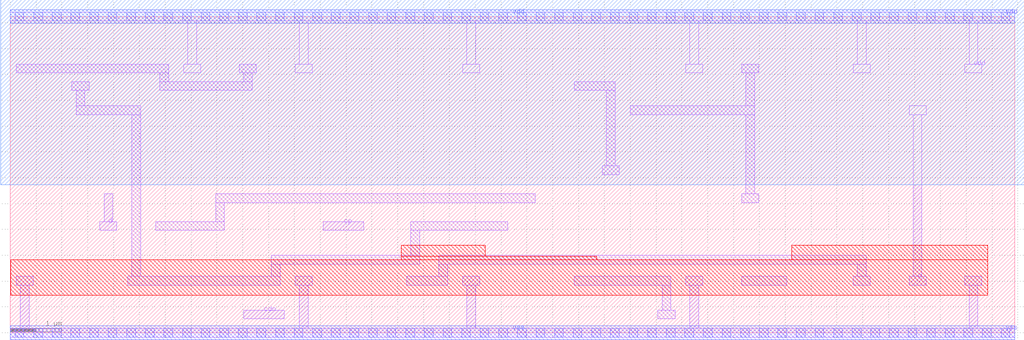
<source format=lef>
VERSION 5.7 ;

BUSBITCHARS "[]" ;
DIVIDERCHAR "/" ;

UNITS
  TIME NANOSECONDS 1 ;
  CAPACITANCE PICOFARADS 1 ;
  RESISTANCE OHMS 1 ;
  DATABASE MICRONS 1000 ;
END UNITS

MANUFACTURINGGRID 0.005 ;

PROPERTYDEFINITIONS
  LAYER LEF58_TYPE STRING ;
END PROPERTYDEFINITIONS

# High density, single height
SITE obssite
  SYMMETRY Y ;
  CLASS CORE ;
  SIZE 0.36 BY 6.12 ;
END obssite

#--------EOF---------

MACRO AN2D1
  CLASS CORE ;
  FOREIGN AN2D1 ;
  ORIGIN 0.000 0.000 ;
  SIZE 5.400 BY 6.120 ;
  SYMMETRY X Y R90 ;
  SITE obssite ;
  PIN a1
    DIRECTION INPUT ;
    USE SIGNAL ;
    ANTENNAGATEAREA 0.260250 ;
    PORT
      LAYER li1 ;
        RECT 1.815 2.150 1.985 2.690 ;
        RECT 1.735 1.980 2.065 2.150 ;
    END
  END a1
  PIN z
    DIRECTION OUTPUT ;
    USE SIGNAL ;
    ANTENNADIFFAREA 1.098000 ;
    PORT
      LAYER li1 ;
        RECT 3.355 4.220 3.685 4.390 ;
        RECT 3.435 1.090 3.605 4.220 ;
        RECT 3.355 0.920 3.685 1.090 ;
    END
  END z
  PIN a2
    DIRECTION INPUT ;
    USE SIGNAL ;
    ANTENNAGATEAREA 0.260250 ;
    PORT
      LAYER li1 ;
        RECT 0.735 2.150 0.905 2.690 ;
        RECT 0.655 1.980 0.985 2.150 ;
    END
  END a2
  PIN vss
    DIRECTION INOUT ;
    USE GROUND ;
    SHAPE ABUTMENT ;
    PORT
      LAYER li1 ;
        RECT 0.115 0.920 0.445 1.090 ;
        RECT 4.435 0.920 4.765 1.090 ;
        RECT 0.195 0.085 0.365 0.920 ;
        RECT 4.515 0.085 4.685 0.920 ;
        RECT 0.000 -0.085 5.400 0.085 ;
      LAYER mcon ;
        RECT 0.095 -0.085 0.265 0.085 ;
        RECT 0.455 -0.085 0.625 0.085 ;
        RECT 0.815 -0.085 0.985 0.085 ;
        RECT 1.175 -0.085 1.345 0.085 ;
        RECT 1.535 -0.085 1.705 0.085 ;
        RECT 1.895 -0.085 2.065 0.085 ;
        RECT 2.255 -0.085 2.425 0.085 ;
        RECT 2.615 -0.085 2.785 0.085 ;
        RECT 2.975 -0.085 3.145 0.085 ;
        RECT 3.335 -0.085 3.505 0.085 ;
        RECT 3.695 -0.085 3.865 0.085 ;
        RECT 4.055 -0.085 4.225 0.085 ;
        RECT 4.415 -0.085 4.585 0.085 ;
        RECT 4.775 -0.085 4.945 0.085 ;
        RECT 5.135 -0.085 5.305 0.085 ;
      LAYER met1 ;
        RECT 0.000 -0.135 5.400 0.135 ;
    END
  END vss
  PIN vdd
    DIRECTION INOUT ;
    USE POWER ;
    SHAPE ABUTMENT ;
    PORT
      LAYER li1 ;
        RECT 0.000 6.035 5.400 6.205 ;
        RECT 0.195 5.200 0.365 6.035 ;
        RECT 2.355 5.200 2.525 6.035 ;
        RECT 4.515 5.200 4.685 6.035 ;
        RECT 0.115 5.030 0.445 5.200 ;
        RECT 2.275 5.030 2.605 5.200 ;
        RECT 4.435 5.030 4.765 5.200 ;
      LAYER mcon ;
        RECT 0.095 6.035 0.265 6.205 ;
        RECT 0.455 6.035 0.625 6.205 ;
        RECT 0.815 6.035 0.985 6.205 ;
        RECT 1.175 6.035 1.345 6.205 ;
        RECT 1.535 6.035 1.705 6.205 ;
        RECT 1.895 6.035 2.065 6.205 ;
        RECT 2.255 6.035 2.425 6.205 ;
        RECT 2.615 6.035 2.785 6.205 ;
        RECT 2.975 6.035 3.145 6.205 ;
        RECT 3.335 6.035 3.505 6.205 ;
        RECT 3.695 6.035 3.865 6.205 ;
        RECT 4.055 6.035 4.225 6.205 ;
        RECT 4.415 6.035 4.585 6.205 ;
        RECT 4.775 6.035 4.945 6.205 ;
        RECT 5.135 6.035 5.305 6.205 ;
      LAYER met1 ;
        RECT 0.000 5.985 5.400 6.255 ;
    END
  END vdd
  OBS
      LAYER nwell ;
        RECT -0.180 2.860 5.580 6.445 ;
      LAYER pwell ;
        RECT 3.245 1.625 4.875 1.690 ;
        RECT 0.005 0.730 4.875 1.625 ;
      LAYER li1 ;
        RECT 1.195 4.220 1.525 4.390 ;
        RECT 1.275 3.230 1.445 4.220 ;
        RECT 1.275 3.060 2.605 3.230 ;
        RECT 2.355 1.090 2.525 3.060 ;
        RECT 2.275 0.920 2.605 1.090 ;
  END
END AN2D1

#--------EOF---------

MACRO AN2D1_1
  CLASS CORE ;
  FOREIGN AN2D1_1 ;
  ORIGIN 0.000 0.000 ;
  SIZE 4.320 BY 6.120 ;
  SYMMETRY X Y R90 ;
  SITE obssite ;
  PIN a1
    DIRECTION INPUT ;
    USE SIGNAL ;
    ANTENNAGATEAREA 0.260250 ;
    PORT
      LAYER li1 ;
        RECT 0.735 2.150 0.905 2.690 ;
        RECT 0.655 1.980 0.985 2.150 ;
    END
  END a1
  PIN z
    DIRECTION OUTPUT ;
    USE SIGNAL ;
    ANTENNADIFFAREA 1.098000 ;
    PORT
      LAYER li1 ;
        RECT 3.355 4.220 3.685 4.390 ;
        RECT 3.435 1.090 3.605 4.220 ;
        RECT 3.355 0.920 3.685 1.090 ;
    END
  END z
  PIN a2
    DIRECTION INPUT ;
    USE SIGNAL ;
    ANTENNAGATEAREA 0.260250 ;
    PORT
      LAYER li1 ;
        RECT 1.735 1.980 2.065 2.150 ;
        RECT 1.815 1.330 1.985 1.980 ;
    END
  END a2
  PIN vss
    DIRECTION INOUT ;
    USE GROUND ;
    SHAPE ABUTMENT ;
    PORT
      LAYER li1 ;
        RECT 2.275 0.920 2.605 1.090 ;
        RECT 2.355 0.085 2.525 0.920 ;
        RECT 0.000 -0.085 4.320 0.085 ;
      LAYER mcon ;
        RECT 0.095 -0.085 0.265 0.085 ;
        RECT 0.455 -0.085 0.625 0.085 ;
        RECT 0.815 -0.085 0.985 0.085 ;
        RECT 1.175 -0.085 1.345 0.085 ;
        RECT 1.535 -0.085 1.705 0.085 ;
        RECT 1.895 -0.085 2.065 0.085 ;
        RECT 2.255 -0.085 2.425 0.085 ;
        RECT 2.615 -0.085 2.785 0.085 ;
        RECT 2.975 -0.085 3.145 0.085 ;
        RECT 3.335 -0.085 3.505 0.085 ;
        RECT 3.695 -0.085 3.865 0.085 ;
        RECT 4.055 -0.085 4.225 0.085 ;
      LAYER met1 ;
        RECT 0.000 -0.135 4.320 0.135 ;
    END
  END vss
  PIN vdd
    DIRECTION INOUT ;
    USE POWER ;
    SHAPE ABUTMENT ;
    PORT
      LAYER li1 ;
        RECT 0.000 6.035 4.320 6.205 ;
        RECT 0.195 5.200 0.365 6.035 ;
        RECT 2.355 5.200 2.525 6.035 ;
        RECT 0.115 5.030 0.445 5.200 ;
        RECT 2.275 5.030 2.605 5.200 ;
      LAYER mcon ;
        RECT 0.095 6.035 0.265 6.205 ;
        RECT 0.455 6.035 0.625 6.205 ;
        RECT 0.815 6.035 0.985 6.205 ;
        RECT 1.175 6.035 1.345 6.205 ;
        RECT 1.535 6.035 1.705 6.205 ;
        RECT 1.895 6.035 2.065 6.205 ;
        RECT 2.255 6.035 2.425 6.205 ;
        RECT 2.615 6.035 2.785 6.205 ;
        RECT 2.975 6.035 3.145 6.205 ;
        RECT 3.335 6.035 3.505 6.205 ;
        RECT 3.695 6.035 3.865 6.205 ;
        RECT 4.055 6.035 4.225 6.205 ;
      LAYER met1 ;
        RECT 0.000 5.985 4.320 6.255 ;
    END
  END vdd
  OBS
      LAYER nwell ;
        RECT -0.180 2.860 4.500 6.445 ;
      LAYER pwell ;
        RECT 2.165 1.625 3.795 1.690 ;
        RECT 0.005 0.730 3.795 1.625 ;
      LAYER li1 ;
        RECT 1.195 4.220 1.525 4.390 ;
        RECT 1.275 3.230 1.445 4.220 ;
        RECT 1.275 3.060 3.145 3.230 ;
        RECT 1.275 2.690 1.445 3.060 ;
        RECT 1.275 2.520 3.145 2.690 ;
        RECT 1.275 1.090 1.445 2.520 ;
        RECT 0.115 0.920 1.445 1.090 ;
  END
END AN2D1_1

#--------EOF---------

MACRO AN2D1_2
  CLASS CORE ;
  FOREIGN AN2D1_2 ;
  ORIGIN 0.000 0.000 ;
  SIZE 5.400 BY 6.120 ;
  SYMMETRY X Y R90 ;
  SITE obssite ;
  PIN a1
    DIRECTION INPUT ;
    USE SIGNAL ;
    ANTENNAGATEAREA 0.260250 ;
    PORT
      LAYER li1 ;
        RECT 1.815 2.150 1.985 2.690 ;
        RECT 1.735 1.980 2.065 2.150 ;
    END
  END a1
  PIN z
    DIRECTION OUTPUT ;
    USE SIGNAL ;
    ANTENNADIFFAREA 1.098000 ;
    PORT
      LAYER li1 ;
        RECT 3.355 4.220 3.685 4.390 ;
        RECT 3.435 1.090 3.605 4.220 ;
        RECT 3.355 0.920 3.685 1.090 ;
    END
  END z
  PIN a2
    DIRECTION INPUT ;
    USE SIGNAL ;
    ANTENNAGATEAREA 0.260250 ;
    PORT
      LAYER li1 ;
        RECT 0.735 2.150 0.905 2.690 ;
        RECT 0.655 1.980 0.985 2.150 ;
    END
  END a2
  PIN vss
    DIRECTION INOUT ;
    USE GROUND ;
    SHAPE ABUTMENT ;
    PORT
      LAYER li1 ;
        RECT 0.115 0.920 0.445 1.090 ;
        RECT 4.435 0.920 4.765 1.090 ;
        RECT 0.195 0.085 0.365 0.920 ;
        RECT 4.515 0.085 4.685 0.920 ;
        RECT 0.000 -0.085 5.400 0.085 ;
      LAYER mcon ;
        RECT 0.095 -0.085 0.265 0.085 ;
        RECT 0.455 -0.085 0.625 0.085 ;
        RECT 0.815 -0.085 0.985 0.085 ;
        RECT 1.175 -0.085 1.345 0.085 ;
        RECT 1.535 -0.085 1.705 0.085 ;
        RECT 1.895 -0.085 2.065 0.085 ;
        RECT 2.255 -0.085 2.425 0.085 ;
        RECT 2.615 -0.085 2.785 0.085 ;
        RECT 2.975 -0.085 3.145 0.085 ;
        RECT 3.335 -0.085 3.505 0.085 ;
        RECT 3.695 -0.085 3.865 0.085 ;
        RECT 4.055 -0.085 4.225 0.085 ;
        RECT 4.415 -0.085 4.585 0.085 ;
        RECT 4.775 -0.085 4.945 0.085 ;
        RECT 5.135 -0.085 5.305 0.085 ;
      LAYER met1 ;
        RECT 0.000 -0.135 5.400 0.135 ;
    END
  END vss
  PIN vdd
    DIRECTION INOUT ;
    USE POWER ;
    SHAPE ABUTMENT ;
    PORT
      LAYER li1 ;
        RECT 0.000 6.035 5.400 6.205 ;
        RECT 1.275 5.200 1.445 6.035 ;
        RECT 4.515 5.200 4.685 6.035 ;
        RECT 1.195 5.030 1.525 5.200 ;
        RECT 4.435 5.030 4.765 5.200 ;
      LAYER mcon ;
        RECT 0.095 6.035 0.265 6.205 ;
        RECT 0.455 6.035 0.625 6.205 ;
        RECT 0.815 6.035 0.985 6.205 ;
        RECT 1.175 6.035 1.345 6.205 ;
        RECT 1.535 6.035 1.705 6.205 ;
        RECT 1.895 6.035 2.065 6.205 ;
        RECT 2.255 6.035 2.425 6.205 ;
        RECT 2.615 6.035 2.785 6.205 ;
        RECT 2.975 6.035 3.145 6.205 ;
        RECT 3.335 6.035 3.505 6.205 ;
        RECT 3.695 6.035 3.865 6.205 ;
        RECT 4.055 6.035 4.225 6.205 ;
        RECT 4.415 6.035 4.585 6.205 ;
        RECT 4.775 6.035 4.945 6.205 ;
        RECT 5.135 6.035 5.305 6.205 ;
      LAYER met1 ;
        RECT 0.000 5.985 5.400 6.255 ;
    END
  END vdd
  OBS
      LAYER nwell ;
        RECT -0.180 2.860 5.580 6.445 ;
      LAYER pwell ;
        RECT 3.245 1.625 4.875 1.690 ;
        RECT 0.005 0.730 4.875 1.625 ;
      LAYER li1 ;
        RECT 0.115 4.220 0.445 4.390 ;
        RECT 2.275 4.220 2.605 4.390 ;
        RECT 0.195 3.230 0.365 4.220 ;
        RECT 2.355 3.230 2.525 4.220 ;
        RECT 0.195 3.060 2.605 3.230 ;
        RECT 2.355 1.090 2.525 3.060 ;
        RECT 2.275 0.920 2.605 1.090 ;
  END
END AN2D1_2

#--------EOF---------

MACRO AN2D1_3
  CLASS CORE ;
  FOREIGN AN2D1_3 ;
  ORIGIN 0.000 0.000 ;
  SIZE 5.400 BY 6.120 ;
  SYMMETRY X Y R90 ;
  SITE obssite ;
  PIN a1
    DIRECTION INPUT ;
    USE SIGNAL ;
    ANTENNAGATEAREA 0.260250 ;
    PORT
      LAYER li1 ;
        RECT 0.735 2.150 0.905 2.690 ;
        RECT 0.655 1.980 0.985 2.150 ;
    END
  END a1
  PIN z
    DIRECTION OUTPUT ;
    USE SIGNAL ;
    ANTENNADIFFAREA 1.098000 ;
    PORT
      LAYER li1 ;
        RECT 3.355 4.220 3.685 4.390 ;
        RECT 3.435 1.090 3.605 4.220 ;
        RECT 3.355 0.920 3.685 1.090 ;
    END
  END z
  PIN a2
    DIRECTION INPUT ;
    USE SIGNAL ;
    ANTENNAGATEAREA 0.260250 ;
    PORT
      LAYER li1 ;
        RECT 1.815 2.150 1.985 2.690 ;
        RECT 1.735 1.980 2.065 2.150 ;
    END
  END a2
  PIN vss
    DIRECTION INOUT ;
    USE GROUND ;
    SHAPE ABUTMENT ;
    PORT
      LAYER li1 ;
        RECT 2.275 0.920 2.605 1.090 ;
        RECT 4.435 0.920 4.765 1.090 ;
        RECT 2.355 0.085 2.525 0.920 ;
        RECT 4.515 0.085 4.685 0.920 ;
        RECT 0.000 -0.085 5.400 0.085 ;
      LAYER mcon ;
        RECT 0.095 -0.085 0.265 0.085 ;
        RECT 0.455 -0.085 0.625 0.085 ;
        RECT 0.815 -0.085 0.985 0.085 ;
        RECT 1.175 -0.085 1.345 0.085 ;
        RECT 1.535 -0.085 1.705 0.085 ;
        RECT 1.895 -0.085 2.065 0.085 ;
        RECT 2.255 -0.085 2.425 0.085 ;
        RECT 2.615 -0.085 2.785 0.085 ;
        RECT 2.975 -0.085 3.145 0.085 ;
        RECT 3.335 -0.085 3.505 0.085 ;
        RECT 3.695 -0.085 3.865 0.085 ;
        RECT 4.055 -0.085 4.225 0.085 ;
        RECT 4.415 -0.085 4.585 0.085 ;
        RECT 4.775 -0.085 4.945 0.085 ;
        RECT 5.135 -0.085 5.305 0.085 ;
      LAYER met1 ;
        RECT 0.000 -0.135 5.400 0.135 ;
    END
  END vss
  PIN vdd
    DIRECTION INOUT ;
    USE POWER ;
    SHAPE ABUTMENT ;
    PORT
      LAYER li1 ;
        RECT 0.000 6.035 5.400 6.205 ;
        RECT 1.275 5.200 1.445 6.035 ;
        RECT 4.515 5.200 4.685 6.035 ;
        RECT 1.195 5.030 1.525 5.200 ;
        RECT 4.435 5.030 4.765 5.200 ;
      LAYER mcon ;
        RECT 0.095 6.035 0.265 6.205 ;
        RECT 0.455 6.035 0.625 6.205 ;
        RECT 0.815 6.035 0.985 6.205 ;
        RECT 1.175 6.035 1.345 6.205 ;
        RECT 1.535 6.035 1.705 6.205 ;
        RECT 1.895 6.035 2.065 6.205 ;
        RECT 2.255 6.035 2.425 6.205 ;
        RECT 2.615 6.035 2.785 6.205 ;
        RECT 2.975 6.035 3.145 6.205 ;
        RECT 3.335 6.035 3.505 6.205 ;
        RECT 3.695 6.035 3.865 6.205 ;
        RECT 4.055 6.035 4.225 6.205 ;
        RECT 4.415 6.035 4.585 6.205 ;
        RECT 4.775 6.035 4.945 6.205 ;
        RECT 5.135 6.035 5.305 6.205 ;
      LAYER met1 ;
        RECT 0.000 5.985 5.400 6.255 ;
    END
  END vdd
  OBS
      LAYER nwell ;
        RECT -0.180 2.860 5.580 6.445 ;
      LAYER pwell ;
        RECT 3.245 1.625 4.875 1.690 ;
        RECT 0.005 0.730 4.875 1.625 ;
      LAYER li1 ;
        RECT 0.115 4.220 0.445 4.390 ;
        RECT 2.275 4.220 2.605 4.390 ;
        RECT 0.195 3.230 0.365 4.220 ;
        RECT 2.355 3.230 2.525 4.220 ;
        RECT 0.195 3.060 2.605 3.230 ;
        RECT 0.195 1.090 0.365 3.060 ;
        RECT 0.115 0.920 0.445 1.090 ;
  END
END AN2D1_3

#--------EOF---------

MACRO AO21D1
  CLASS CORE ;
  FOREIGN AO21D1 ;
  ORIGIN 0.000 0.000 ;
  SIZE 6.480 BY 6.120 ;
  SYMMETRY X Y R90 ;
  SITE obssite ;
  PIN a2
    DIRECTION INPUT ;
    USE SIGNAL ;
    ANTENNAGATEAREA 0.270000 ;
    PORT
      LAYER li1 ;
        RECT 1.815 2.150 1.985 2.690 ;
        RECT 1.735 1.980 2.065 2.150 ;
    END
  END a2
  PIN a1
    DIRECTION INPUT ;
    USE SIGNAL ;
    ANTENNAGATEAREA 0.270000 ;
    PORT
      LAYER li1 ;
        RECT 0.735 2.150 0.905 2.690 ;
        RECT 0.655 1.980 0.985 2.150 ;
    END
  END a1
  PIN b
    DIRECTION INPUT ;
    USE SIGNAL ;
    ANTENNAGATEAREA 0.270000 ;
    PORT
      LAYER li1 ;
        RECT 2.895 2.150 3.065 2.690 ;
        RECT 2.815 1.980 3.145 2.150 ;
    END
  END b
  PIN z
    DIRECTION OUTPUT ;
    USE SIGNAL ;
    ANTENNADIFFAREA 1.098000 ;
    PORT
      LAYER li1 ;
        RECT 4.435 4.220 4.765 4.390 ;
        RECT 4.515 1.090 4.685 4.220 ;
        RECT 4.435 0.920 4.765 1.090 ;
    END
  END z
  PIN vss
    DIRECTION INOUT ;
    USE GROUND ;
    SHAPE ABUTMENT ;
    PORT
      LAYER li1 ;
        RECT 2.275 0.920 2.605 1.090 ;
        RECT 5.515 0.920 5.845 1.090 ;
        RECT 2.355 0.085 2.525 0.920 ;
        RECT 5.595 0.085 5.765 0.920 ;
        RECT 0.000 -0.085 6.480 0.085 ;
      LAYER mcon ;
        RECT 0.095 -0.085 0.265 0.085 ;
        RECT 0.455 -0.085 0.625 0.085 ;
        RECT 0.815 -0.085 0.985 0.085 ;
        RECT 1.175 -0.085 1.345 0.085 ;
        RECT 1.535 -0.085 1.705 0.085 ;
        RECT 1.895 -0.085 2.065 0.085 ;
        RECT 2.255 -0.085 2.425 0.085 ;
        RECT 2.615 -0.085 2.785 0.085 ;
        RECT 2.975 -0.085 3.145 0.085 ;
        RECT 3.335 -0.085 3.505 0.085 ;
        RECT 3.695 -0.085 3.865 0.085 ;
        RECT 4.055 -0.085 4.225 0.085 ;
        RECT 4.415 -0.085 4.585 0.085 ;
        RECT 4.775 -0.085 4.945 0.085 ;
        RECT 5.135 -0.085 5.305 0.085 ;
        RECT 5.495 -0.085 5.665 0.085 ;
        RECT 5.855 -0.085 6.025 0.085 ;
        RECT 6.215 -0.085 6.385 0.085 ;
      LAYER met1 ;
        RECT 0.000 -0.135 6.480 0.135 ;
    END
  END vss
  PIN vdd
    DIRECTION INOUT ;
    USE POWER ;
    SHAPE ABUTMENT ;
    PORT
      LAYER li1 ;
        RECT 0.000 6.035 6.480 6.205 ;
        RECT 3.435 5.200 3.605 6.035 ;
        RECT 5.595 5.200 5.765 6.035 ;
        RECT 3.355 5.030 3.685 5.200 ;
        RECT 5.515 5.030 5.845 5.200 ;
      LAYER mcon ;
        RECT 0.095 6.035 0.265 6.205 ;
        RECT 0.455 6.035 0.625 6.205 ;
        RECT 0.815 6.035 0.985 6.205 ;
        RECT 1.175 6.035 1.345 6.205 ;
        RECT 1.535 6.035 1.705 6.205 ;
        RECT 1.895 6.035 2.065 6.205 ;
        RECT 2.255 6.035 2.425 6.205 ;
        RECT 2.615 6.035 2.785 6.205 ;
        RECT 2.975 6.035 3.145 6.205 ;
        RECT 3.335 6.035 3.505 6.205 ;
        RECT 3.695 6.035 3.865 6.205 ;
        RECT 4.055 6.035 4.225 6.205 ;
        RECT 4.415 6.035 4.585 6.205 ;
        RECT 4.775 6.035 4.945 6.205 ;
        RECT 5.135 6.035 5.305 6.205 ;
        RECT 5.495 6.035 5.665 6.205 ;
        RECT 5.855 6.035 6.025 6.205 ;
        RECT 6.215 6.035 6.385 6.205 ;
      LAYER met1 ;
        RECT 0.000 5.985 6.480 6.255 ;
    END
  END vdd
  OBS
      LAYER nwell ;
        RECT -0.180 2.860 6.660 6.445 ;
      LAYER pwell ;
        RECT 0.005 0.730 5.955 1.690 ;
      LAYER li1 ;
        RECT 0.115 4.220 2.605 4.390 ;
        RECT 1.275 3.230 1.445 4.220 ;
        RECT 0.195 3.060 4.225 3.230 ;
        RECT 0.195 1.090 0.365 3.060 ;
        RECT 3.435 1.090 3.605 3.060 ;
        RECT 0.115 0.920 0.445 1.090 ;
        RECT 3.355 0.920 3.685 1.090 ;
        RECT 3.435 0.440 3.605 0.920 ;
        RECT 3.435 0.270 5.305 0.440 ;
  END
END AO21D1

#--------EOF---------

MACRO AO21D1_1
  CLASS CORE ;
  FOREIGN AO21D1_1 ;
  ORIGIN 0.000 0.000 ;
  SIZE 6.480 BY 6.120 ;
  SYMMETRY X Y R90 ;
  SITE obssite ;
  PIN a2
    DIRECTION INPUT ;
    USE SIGNAL ;
    ANTENNAGATEAREA 0.270000 ;
    PORT
      LAYER li1 ;
        RECT 0.735 2.150 0.905 2.690 ;
        RECT 0.655 1.980 0.985 2.150 ;
    END
  END a2
  PIN a1
    DIRECTION INPUT ;
    USE SIGNAL ;
    ANTENNAGATEAREA 0.270000 ;
    PORT
      LAYER li1 ;
        RECT 1.815 2.150 1.985 2.690 ;
        RECT 1.735 1.980 2.065 2.150 ;
    END
  END a1
  PIN b
    DIRECTION INPUT ;
    USE SIGNAL ;
    ANTENNAGATEAREA 0.270000 ;
    PORT
      LAYER li1 ;
        RECT 3.975 2.150 4.145 2.690 ;
        RECT 3.895 1.980 4.225 2.150 ;
    END
  END b
  PIN z
    DIRECTION OUTPUT ;
    USE SIGNAL ;
    ANTENNADIFFAREA 1.098000 ;
    PORT
      LAYER li1 ;
        RECT 5.515 4.220 5.845 4.390 ;
        RECT 5.595 1.090 5.765 4.220 ;
        RECT 5.515 0.920 5.845 1.090 ;
    END
  END z
  PIN vss
    DIRECTION INOUT ;
    USE GROUND ;
    SHAPE ABUTMENT ;
    PORT
      LAYER li1 ;
        RECT 0.115 0.920 0.445 1.090 ;
        RECT 4.435 0.920 4.765 1.090 ;
        RECT 0.195 0.085 0.365 0.920 ;
        RECT 4.515 0.085 4.685 0.920 ;
        RECT 0.000 -0.085 6.480 0.085 ;
      LAYER mcon ;
        RECT 0.095 -0.085 0.265 0.085 ;
        RECT 0.455 -0.085 0.625 0.085 ;
        RECT 0.815 -0.085 0.985 0.085 ;
        RECT 1.175 -0.085 1.345 0.085 ;
        RECT 1.535 -0.085 1.705 0.085 ;
        RECT 1.895 -0.085 2.065 0.085 ;
        RECT 2.255 -0.085 2.425 0.085 ;
        RECT 2.615 -0.085 2.785 0.085 ;
        RECT 2.975 -0.085 3.145 0.085 ;
        RECT 3.335 -0.085 3.505 0.085 ;
        RECT 3.695 -0.085 3.865 0.085 ;
        RECT 4.055 -0.085 4.225 0.085 ;
        RECT 4.415 -0.085 4.585 0.085 ;
        RECT 4.775 -0.085 4.945 0.085 ;
        RECT 5.135 -0.085 5.305 0.085 ;
        RECT 5.495 -0.085 5.665 0.085 ;
        RECT 5.855 -0.085 6.025 0.085 ;
        RECT 6.215 -0.085 6.385 0.085 ;
      LAYER met1 ;
        RECT 0.000 -0.135 6.480 0.135 ;
    END
  END vss
  PIN vdd
    DIRECTION INOUT ;
    USE POWER ;
    SHAPE ABUTMENT ;
    PORT
      LAYER li1 ;
        RECT 0.000 6.035 6.480 6.205 ;
        RECT 4.515 5.200 4.685 6.035 ;
        RECT 4.435 5.030 4.765 5.200 ;
      LAYER mcon ;
        RECT 0.095 6.035 0.265 6.205 ;
        RECT 0.455 6.035 0.625 6.205 ;
        RECT 0.815 6.035 0.985 6.205 ;
        RECT 1.175 6.035 1.345 6.205 ;
        RECT 1.535 6.035 1.705 6.205 ;
        RECT 1.895 6.035 2.065 6.205 ;
        RECT 2.255 6.035 2.425 6.205 ;
        RECT 2.615 6.035 2.785 6.205 ;
        RECT 2.975 6.035 3.145 6.205 ;
        RECT 3.335 6.035 3.505 6.205 ;
        RECT 3.695 6.035 3.865 6.205 ;
        RECT 4.055 6.035 4.225 6.205 ;
        RECT 4.415 6.035 4.585 6.205 ;
        RECT 4.775 6.035 4.945 6.205 ;
        RECT 5.135 6.035 5.305 6.205 ;
        RECT 5.495 6.035 5.665 6.205 ;
        RECT 5.855 6.035 6.025 6.205 ;
        RECT 6.215 6.035 6.385 6.205 ;
      LAYER met1 ;
        RECT 0.000 5.985 6.480 6.255 ;
    END
  END vdd
  OBS
      LAYER nwell ;
        RECT -0.180 2.860 6.660 6.445 ;
      LAYER pwell ;
        RECT 0.005 0.730 5.955 1.690 ;
      LAYER li1 ;
        RECT 0.115 4.220 0.445 4.390 ;
        RECT 1.195 4.220 3.685 4.390 ;
        RECT 0.195 3.230 0.365 4.220 ;
        RECT 2.355 3.230 2.525 4.220 ;
        RECT 0.195 3.060 2.525 3.230 ;
        RECT 2.355 1.090 2.525 3.060 ;
        RECT 2.275 0.920 3.685 1.090 ;
        RECT 2.355 0.440 2.525 0.920 ;
        RECT 2.275 0.270 2.605 0.440 ;
  END
END AO21D1_1

#--------EOF---------

MACRO AO21D1_2
  CLASS CORE ;
  FOREIGN AO21D1_2 ;
  ORIGIN 0.000 0.000 ;
  SIZE 6.480 BY 6.120 ;
  SYMMETRY X Y R90 ;
  SITE obssite ;
  PIN a2
    DIRECTION INPUT ;
    USE SIGNAL ;
    ANTENNAGATEAREA 0.270000 ;
    PORT
      LAYER li1 ;
        RECT 2.895 2.150 3.065 2.690 ;
        RECT 2.815 1.980 3.145 2.150 ;
    END
  END a2
  PIN a1
    DIRECTION INPUT ;
    USE SIGNAL ;
    ANTENNAGATEAREA 0.270000 ;
    PORT
      LAYER li1 ;
        RECT 1.815 2.150 1.985 2.690 ;
        RECT 1.735 1.980 2.065 2.150 ;
    END
  END a1
  PIN b
    DIRECTION INPUT ;
    USE SIGNAL ;
    ANTENNAGATEAREA 0.270000 ;
    PORT
      LAYER li1 ;
        RECT 0.195 2.150 0.365 2.690 ;
        RECT 0.115 1.980 0.445 2.150 ;
    END
  END b
  PIN z
    DIRECTION OUTPUT ;
    USE SIGNAL ;
    ANTENNADIFFAREA 1.098000 ;
    PORT
      LAYER li1 ;
        RECT 4.435 4.220 4.765 4.390 ;
        RECT 4.515 1.090 4.685 4.220 ;
        RECT 4.435 0.920 4.765 1.090 ;
    END
  END z
  PIN vss
    DIRECTION INOUT ;
    USE GROUND ;
    SHAPE ABUTMENT ;
    PORT
      LAYER li1 ;
        RECT 0.115 0.920 0.445 1.090 ;
        RECT 3.355 0.920 3.685 1.090 ;
        RECT 5.515 0.920 5.845 1.090 ;
        RECT 0.195 0.085 0.365 0.920 ;
        RECT 3.435 0.085 3.605 0.920 ;
        RECT 5.595 0.085 5.765 0.920 ;
        RECT 0.000 -0.085 6.480 0.085 ;
      LAYER mcon ;
        RECT 0.095 -0.085 0.265 0.085 ;
        RECT 0.455 -0.085 0.625 0.085 ;
        RECT 0.815 -0.085 0.985 0.085 ;
        RECT 1.175 -0.085 1.345 0.085 ;
        RECT 1.535 -0.085 1.705 0.085 ;
        RECT 1.895 -0.085 2.065 0.085 ;
        RECT 2.255 -0.085 2.425 0.085 ;
        RECT 2.615 -0.085 2.785 0.085 ;
        RECT 2.975 -0.085 3.145 0.085 ;
        RECT 3.335 -0.085 3.505 0.085 ;
        RECT 3.695 -0.085 3.865 0.085 ;
        RECT 4.055 -0.085 4.225 0.085 ;
        RECT 4.415 -0.085 4.585 0.085 ;
        RECT 4.775 -0.085 4.945 0.085 ;
        RECT 5.135 -0.085 5.305 0.085 ;
        RECT 5.495 -0.085 5.665 0.085 ;
        RECT 5.855 -0.085 6.025 0.085 ;
        RECT 6.215 -0.085 6.385 0.085 ;
      LAYER met1 ;
        RECT 0.000 -0.135 6.480 0.135 ;
    END
  END vss
  PIN vdd
    DIRECTION INOUT ;
    USE POWER ;
    SHAPE ABUTMENT ;
    PORT
      LAYER li1 ;
        RECT 0.000 6.035 6.480 6.205 ;
        RECT 0.195 5.200 0.365 6.035 ;
        RECT 5.595 5.200 5.765 6.035 ;
        RECT 0.115 5.030 0.445 5.200 ;
        RECT 5.515 5.030 5.845 5.200 ;
      LAYER mcon ;
        RECT 0.095 6.035 0.265 6.205 ;
        RECT 0.455 6.035 0.625 6.205 ;
        RECT 0.815 6.035 0.985 6.205 ;
        RECT 1.175 6.035 1.345 6.205 ;
        RECT 1.535 6.035 1.705 6.205 ;
        RECT 1.895 6.035 2.065 6.205 ;
        RECT 2.255 6.035 2.425 6.205 ;
        RECT 2.615 6.035 2.785 6.205 ;
        RECT 2.975 6.035 3.145 6.205 ;
        RECT 3.335 6.035 3.505 6.205 ;
        RECT 3.695 6.035 3.865 6.205 ;
        RECT 4.055 6.035 4.225 6.205 ;
        RECT 4.415 6.035 4.585 6.205 ;
        RECT 4.775 6.035 4.945 6.205 ;
        RECT 5.135 6.035 5.305 6.205 ;
        RECT 5.495 6.035 5.665 6.205 ;
        RECT 5.855 6.035 6.025 6.205 ;
        RECT 6.215 6.035 6.385 6.205 ;
      LAYER met1 ;
        RECT 0.000 5.985 6.480 6.255 ;
    END
  END vdd
  OBS
      LAYER nwell ;
        RECT -0.180 2.860 6.660 6.445 ;
      LAYER pwell ;
        RECT 0.005 0.730 5.955 1.690 ;
      LAYER li1 ;
        RECT 0.735 4.690 2.605 4.860 ;
        RECT 0.735 1.090 0.905 4.690 ;
        RECT 1.195 4.220 3.685 4.390 ;
        RECT 0.735 0.920 1.525 1.090 ;
        RECT 1.275 0.440 1.445 0.920 ;
        RECT 1.195 0.270 1.525 0.440 ;
  END
END AO21D1_2

#--------EOF---------

MACRO AO21D1_3
  CLASS CORE ;
  FOREIGN AO21D1_3 ;
  ORIGIN 0.000 0.000 ;
  SIZE 6.480 BY 6.120 ;
  SYMMETRY X Y R90 ;
  SITE obssite ;
  PIN a2
    DIRECTION INPUT ;
    USE SIGNAL ;
    ANTENNAGATEAREA 0.270000 ;
    PORT
      LAYER li1 ;
        RECT 1.815 2.150 1.985 2.690 ;
        RECT 1.735 1.980 2.065 2.150 ;
    END
  END a2
  PIN a1
    DIRECTION INPUT ;
    USE SIGNAL ;
    ANTENNAGATEAREA 0.270000 ;
    PORT
      LAYER li1 ;
        RECT 2.895 2.150 3.065 2.690 ;
        RECT 2.815 1.980 3.145 2.150 ;
    END
  END a1
  PIN b
    DIRECTION INPUT ;
    USE SIGNAL ;
    ANTENNAGATEAREA 0.270000 ;
    PORT
      LAYER li1 ;
        RECT 0.735 2.150 0.905 2.690 ;
        RECT 0.655 1.980 0.985 2.150 ;
    END
  END b
  PIN z
    DIRECTION OUTPUT ;
    USE SIGNAL ;
    ANTENNADIFFAREA 1.098000 ;
    PORT
      LAYER li1 ;
        RECT 4.435 4.220 4.765 4.390 ;
        RECT 4.515 1.090 4.685 4.220 ;
        RECT 4.435 0.920 4.765 1.090 ;
    END
  END z
  PIN vss
    DIRECTION INOUT ;
    USE GROUND ;
    SHAPE ABUTMENT ;
    PORT
      LAYER li1 ;
        RECT 1.195 0.920 1.525 1.090 ;
        RECT 5.515 0.920 5.845 1.090 ;
        RECT 1.275 0.085 1.445 0.920 ;
        RECT 5.595 0.085 5.765 0.920 ;
        RECT 0.000 -0.085 6.480 0.085 ;
      LAYER mcon ;
        RECT 0.095 -0.085 0.265 0.085 ;
        RECT 0.455 -0.085 0.625 0.085 ;
        RECT 0.815 -0.085 0.985 0.085 ;
        RECT 1.175 -0.085 1.345 0.085 ;
        RECT 1.535 -0.085 1.705 0.085 ;
        RECT 1.895 -0.085 2.065 0.085 ;
        RECT 2.255 -0.085 2.425 0.085 ;
        RECT 2.615 -0.085 2.785 0.085 ;
        RECT 2.975 -0.085 3.145 0.085 ;
        RECT 3.335 -0.085 3.505 0.085 ;
        RECT 3.695 -0.085 3.865 0.085 ;
        RECT 4.055 -0.085 4.225 0.085 ;
        RECT 4.415 -0.085 4.585 0.085 ;
        RECT 4.775 -0.085 4.945 0.085 ;
        RECT 5.135 -0.085 5.305 0.085 ;
        RECT 5.495 -0.085 5.665 0.085 ;
        RECT 5.855 -0.085 6.025 0.085 ;
        RECT 6.215 -0.085 6.385 0.085 ;
      LAYER met1 ;
        RECT 0.000 -0.135 6.480 0.135 ;
    END
  END vss
  PIN vdd
    DIRECTION INOUT ;
    USE POWER ;
    SHAPE ABUTMENT ;
    PORT
      LAYER li1 ;
        RECT 0.000 6.035 6.480 6.205 ;
        RECT 0.195 5.200 0.365 6.035 ;
        RECT 5.595 5.200 5.765 6.035 ;
        RECT 0.115 5.030 0.445 5.200 ;
        RECT 5.515 5.030 5.845 5.200 ;
      LAYER mcon ;
        RECT 0.095 6.035 0.265 6.205 ;
        RECT 0.455 6.035 0.625 6.205 ;
        RECT 0.815 6.035 0.985 6.205 ;
        RECT 1.175 6.035 1.345 6.205 ;
        RECT 1.535 6.035 1.705 6.205 ;
        RECT 1.895 6.035 2.065 6.205 ;
        RECT 2.255 6.035 2.425 6.205 ;
        RECT 2.615 6.035 2.785 6.205 ;
        RECT 2.975 6.035 3.145 6.205 ;
        RECT 3.335 6.035 3.505 6.205 ;
        RECT 3.695 6.035 3.865 6.205 ;
        RECT 4.055 6.035 4.225 6.205 ;
        RECT 4.415 6.035 4.585 6.205 ;
        RECT 4.775 6.035 4.945 6.205 ;
        RECT 5.135 6.035 5.305 6.205 ;
        RECT 5.495 6.035 5.665 6.205 ;
        RECT 5.855 6.035 6.025 6.205 ;
        RECT 6.215 6.035 6.385 6.205 ;
      LAYER met1 ;
        RECT 0.000 5.985 6.480 6.255 ;
    END
  END vdd
  OBS
      LAYER nwell ;
        RECT -0.180 2.860 6.660 6.445 ;
      LAYER pwell ;
        RECT 0.005 0.730 5.955 1.690 ;
      LAYER li1 ;
        RECT 1.195 4.220 3.685 4.390 ;
        RECT 2.355 3.230 2.525 4.220 ;
        RECT 2.355 3.060 3.605 3.230 ;
        RECT 3.435 1.090 3.605 3.060 ;
        RECT 0.115 0.920 0.445 1.090 ;
        RECT 3.355 0.920 3.685 1.090 ;
        RECT 0.195 0.440 0.365 0.920 ;
        RECT 3.435 0.440 3.605 0.920 ;
        RECT 0.115 0.270 0.445 0.440 ;
        RECT 3.435 0.270 5.305 0.440 ;
  END
END AO21D1_3

#--------EOF---------

MACRO AOI21D1
  CLASS CORE ;
  FOREIGN AOI21D1 ;
  ORIGIN 0.000 0.000 ;
  SIZE 4.320 BY 6.120 ;
  SYMMETRY X Y R90 ;
  SITE obssite ;
  PIN zn
    DIRECTION OUTPUT ;
    USE SIGNAL ;
    ANTENNADIFFAREA 3.368000 ;
    PORT
      LAYER li1 ;
        RECT 0.115 4.220 2.605 4.390 ;
        RECT 1.275 3.230 1.445 4.220 ;
        RECT 1.275 3.060 2.525 3.230 ;
        RECT 2.355 1.090 2.525 3.060 ;
        RECT 2.275 0.920 2.605 1.090 ;
    END
  END zn
  PIN a1
    DIRECTION INPUT ;
    USE SIGNAL ;
    ANTENNAGATEAREA 0.270000 ;
    PORT
      LAYER li1 ;
        RECT 1.815 2.150 1.985 2.690 ;
        RECT 1.735 1.980 2.065 2.150 ;
    END
  END a1
  PIN a2
    DIRECTION INPUT ;
    USE SIGNAL ;
    ANTENNAGATEAREA 0.270000 ;
    PORT
      LAYER li1 ;
        RECT 0.735 2.150 0.905 2.690 ;
        RECT 0.655 1.980 0.985 2.150 ;
    END
  END a2
  PIN b
    DIRECTION INPUT ;
    USE SIGNAL ;
    ANTENNAGATEAREA 0.270000 ;
    PORT
      LAYER li1 ;
        RECT 2.895 2.150 3.065 2.690 ;
        RECT 2.815 1.980 3.145 2.150 ;
    END
  END b
  PIN vss
    DIRECTION INOUT ;
    USE GROUND ;
    SHAPE ABUTMENT ;
    PORT
      LAYER li1 ;
        RECT 0.115 0.920 0.445 1.090 ;
        RECT 3.355 0.920 3.685 1.090 ;
        RECT 0.195 0.085 0.365 0.920 ;
        RECT 3.435 0.085 3.605 0.920 ;
        RECT 0.000 -0.085 4.320 0.085 ;
      LAYER mcon ;
        RECT 0.095 -0.085 0.265 0.085 ;
        RECT 0.455 -0.085 0.625 0.085 ;
        RECT 0.815 -0.085 0.985 0.085 ;
        RECT 1.175 -0.085 1.345 0.085 ;
        RECT 1.535 -0.085 1.705 0.085 ;
        RECT 1.895 -0.085 2.065 0.085 ;
        RECT 2.255 -0.085 2.425 0.085 ;
        RECT 2.615 -0.085 2.785 0.085 ;
        RECT 2.975 -0.085 3.145 0.085 ;
        RECT 3.335 -0.085 3.505 0.085 ;
        RECT 3.695 -0.085 3.865 0.085 ;
        RECT 4.055 -0.085 4.225 0.085 ;
      LAYER met1 ;
        RECT 0.000 -0.135 4.320 0.135 ;
    END
  END vss
  PIN vdd
    DIRECTION INOUT ;
    USE POWER ;
    SHAPE ABUTMENT ;
    PORT
      LAYER li1 ;
        RECT 0.000 6.035 4.320 6.205 ;
        RECT 3.435 5.200 3.605 6.035 ;
        RECT 3.355 5.030 3.685 5.200 ;
      LAYER mcon ;
        RECT 0.095 6.035 0.265 6.205 ;
        RECT 0.455 6.035 0.625 6.205 ;
        RECT 0.815 6.035 0.985 6.205 ;
        RECT 1.175 6.035 1.345 6.205 ;
        RECT 1.535 6.035 1.705 6.205 ;
        RECT 1.895 6.035 2.065 6.205 ;
        RECT 2.255 6.035 2.425 6.205 ;
        RECT 2.615 6.035 2.785 6.205 ;
        RECT 2.975 6.035 3.145 6.205 ;
        RECT 3.335 6.035 3.505 6.205 ;
        RECT 3.695 6.035 3.865 6.205 ;
        RECT 4.055 6.035 4.225 6.205 ;
      LAYER met1 ;
        RECT 0.000 5.985 4.320 6.255 ;
    END
  END vdd
  OBS
      LAYER nwell ;
        RECT -0.180 2.860 4.500 6.445 ;
      LAYER pwell ;
        RECT 0.005 0.730 3.795 1.690 ;
  END
END AOI21D1

#--------EOF---------

MACRO AOI21D1_1
  CLASS CORE ;
  FOREIGN AOI21D1_1 ;
  ORIGIN 0.000 0.000 ;
  SIZE 4.320 BY 6.120 ;
  SYMMETRY X Y R90 ;
  SITE obssite ;
  PIN zn
    DIRECTION OUTPUT ;
    USE SIGNAL ;
    ANTENNADIFFAREA 3.368000 ;
    PORT
      LAYER li1 ;
        RECT 1.195 4.220 3.685 4.390 ;
        RECT 2.355 3.230 2.525 4.220 ;
        RECT 1.275 3.060 2.525 3.230 ;
        RECT 1.275 1.090 1.445 3.060 ;
        RECT 1.195 0.920 1.525 1.090 ;
    END
  END zn
  PIN a1
    DIRECTION INPUT ;
    USE SIGNAL ;
    ANTENNAGATEAREA 0.270000 ;
    PORT
      LAYER li1 ;
        RECT 1.815 2.150 1.985 2.690 ;
        RECT 1.735 1.980 2.065 2.150 ;
    END
  END a1
  PIN a2
    DIRECTION INPUT ;
    USE SIGNAL ;
    ANTENNAGATEAREA 0.270000 ;
    PORT
      LAYER li1 ;
        RECT 2.895 2.150 3.065 2.690 ;
        RECT 2.815 1.980 3.145 2.150 ;
    END
  END a2
  PIN b
    DIRECTION INPUT ;
    USE SIGNAL ;
    ANTENNAGATEAREA 0.270000 ;
    PORT
      LAYER li1 ;
        RECT 0.735 2.150 0.905 2.690 ;
        RECT 0.655 1.980 0.985 2.150 ;
    END
  END b
  PIN vss
    DIRECTION INOUT ;
    USE GROUND ;
    SHAPE ABUTMENT ;
    PORT
      LAYER li1 ;
        RECT 0.115 0.920 0.445 1.090 ;
        RECT 3.355 0.920 3.685 1.090 ;
        RECT 0.195 0.085 0.365 0.920 ;
        RECT 3.435 0.085 3.605 0.920 ;
        RECT 0.000 -0.085 4.320 0.085 ;
      LAYER mcon ;
        RECT 0.095 -0.085 0.265 0.085 ;
        RECT 0.455 -0.085 0.625 0.085 ;
        RECT 0.815 -0.085 0.985 0.085 ;
        RECT 1.175 -0.085 1.345 0.085 ;
        RECT 1.535 -0.085 1.705 0.085 ;
        RECT 1.895 -0.085 2.065 0.085 ;
        RECT 2.255 -0.085 2.425 0.085 ;
        RECT 2.615 -0.085 2.785 0.085 ;
        RECT 2.975 -0.085 3.145 0.085 ;
        RECT 3.335 -0.085 3.505 0.085 ;
        RECT 3.695 -0.085 3.865 0.085 ;
        RECT 4.055 -0.085 4.225 0.085 ;
      LAYER met1 ;
        RECT 0.000 -0.135 4.320 0.135 ;
    END
  END vss
  PIN vdd
    DIRECTION INOUT ;
    USE POWER ;
    SHAPE ABUTMENT ;
    PORT
      LAYER li1 ;
        RECT 0.000 6.035 4.320 6.205 ;
        RECT 0.195 5.200 0.365 6.035 ;
        RECT 0.115 5.030 0.445 5.200 ;
      LAYER mcon ;
        RECT 0.095 6.035 0.265 6.205 ;
        RECT 0.455 6.035 0.625 6.205 ;
        RECT 0.815 6.035 0.985 6.205 ;
        RECT 1.175 6.035 1.345 6.205 ;
        RECT 1.535 6.035 1.705 6.205 ;
        RECT 1.895 6.035 2.065 6.205 ;
        RECT 2.255 6.035 2.425 6.205 ;
        RECT 2.615 6.035 2.785 6.205 ;
        RECT 2.975 6.035 3.145 6.205 ;
        RECT 3.335 6.035 3.505 6.205 ;
        RECT 3.695 6.035 3.865 6.205 ;
        RECT 4.055 6.035 4.225 6.205 ;
      LAYER met1 ;
        RECT 0.000 5.985 4.320 6.255 ;
    END
  END vdd
  OBS
      LAYER nwell ;
        RECT -0.180 2.860 4.500 6.445 ;
      LAYER pwell ;
        RECT 0.005 0.730 3.795 1.690 ;
  END
END AOI21D1_1

#--------EOF---------

MACRO AOI21D1_2
  CLASS CORE ;
  FOREIGN AOI21D1_2 ;
  ORIGIN 0.000 0.000 ;
  SIZE 5.400 BY 6.120 ;
  SYMMETRY X Y R90 ;
  SITE obssite ;
  PIN zn
    DIRECTION OUTPUT ;
    USE SIGNAL ;
    ANTENNADIFFAREA 3.890000 ;
    PORT
      LAYER li1 ;
        RECT 0.115 4.220 0.445 4.390 ;
        RECT 1.195 4.220 3.685 4.390 ;
        RECT 0.195 3.230 0.365 4.220 ;
        RECT 2.355 3.230 2.525 4.220 ;
        RECT 0.195 3.060 2.525 3.230 ;
        RECT 2.355 1.090 2.525 3.060 ;
        RECT 2.275 0.920 3.685 1.090 ;
    END
  END zn
  PIN a1
    DIRECTION INPUT ;
    USE SIGNAL ;
    ANTENNAGATEAREA 0.270000 ;
    PORT
      LAYER li1 ;
        RECT 1.815 2.150 1.985 2.690 ;
        RECT 1.735 1.980 2.065 2.150 ;
    END
  END a1
  PIN a2
    DIRECTION INPUT ;
    USE SIGNAL ;
    ANTENNAGATEAREA 0.270000 ;
    PORT
      LAYER li1 ;
        RECT 0.735 2.150 0.905 2.690 ;
        RECT 0.655 1.980 0.985 2.150 ;
    END
  END a2
  PIN b
    DIRECTION INPUT ;
    USE SIGNAL ;
    ANTENNAGATEAREA 0.270000 ;
    PORT
      LAYER li1 ;
        RECT 3.975 2.150 4.145 2.690 ;
        RECT 3.895 1.980 4.225 2.150 ;
    END
  END b
  PIN vss
    DIRECTION INOUT ;
    USE GROUND ;
    SHAPE ABUTMENT ;
    PORT
      LAYER li1 ;
        RECT 0.115 0.920 0.445 1.090 ;
        RECT 4.435 0.920 4.765 1.090 ;
        RECT 0.195 0.085 0.365 0.920 ;
        RECT 4.515 0.085 4.685 0.920 ;
        RECT 0.000 -0.085 5.400 0.085 ;
      LAYER mcon ;
        RECT 0.095 -0.085 0.265 0.085 ;
        RECT 0.455 -0.085 0.625 0.085 ;
        RECT 0.815 -0.085 0.985 0.085 ;
        RECT 1.175 -0.085 1.345 0.085 ;
        RECT 1.535 -0.085 1.705 0.085 ;
        RECT 1.895 -0.085 2.065 0.085 ;
        RECT 2.255 -0.085 2.425 0.085 ;
        RECT 2.615 -0.085 2.785 0.085 ;
        RECT 2.975 -0.085 3.145 0.085 ;
        RECT 3.335 -0.085 3.505 0.085 ;
        RECT 3.695 -0.085 3.865 0.085 ;
        RECT 4.055 -0.085 4.225 0.085 ;
        RECT 4.415 -0.085 4.585 0.085 ;
        RECT 4.775 -0.085 4.945 0.085 ;
        RECT 5.135 -0.085 5.305 0.085 ;
      LAYER met1 ;
        RECT 0.000 -0.135 5.400 0.135 ;
    END
  END vss
  PIN vdd
    DIRECTION INOUT ;
    USE POWER ;
    SHAPE ABUTMENT ;
    PORT
      LAYER li1 ;
        RECT 0.000 6.035 5.400 6.205 ;
        RECT 4.515 5.200 4.685 6.035 ;
        RECT 4.435 5.030 4.765 5.200 ;
      LAYER mcon ;
        RECT 0.095 6.035 0.265 6.205 ;
        RECT 0.455 6.035 0.625 6.205 ;
        RECT 0.815 6.035 0.985 6.205 ;
        RECT 1.175 6.035 1.345 6.205 ;
        RECT 1.535 6.035 1.705 6.205 ;
        RECT 1.895 6.035 2.065 6.205 ;
        RECT 2.255 6.035 2.425 6.205 ;
        RECT 2.615 6.035 2.785 6.205 ;
        RECT 2.975 6.035 3.145 6.205 ;
        RECT 3.335 6.035 3.505 6.205 ;
        RECT 3.695 6.035 3.865 6.205 ;
        RECT 4.055 6.035 4.225 6.205 ;
        RECT 4.415 6.035 4.585 6.205 ;
        RECT 4.775 6.035 4.945 6.205 ;
        RECT 5.135 6.035 5.305 6.205 ;
      LAYER met1 ;
        RECT 0.000 5.985 5.400 6.255 ;
    END
  END vdd
  OBS
      LAYER nwell ;
        RECT -0.180 2.860 5.580 6.445 ;
      LAYER pwell ;
        RECT 0.005 0.730 4.875 1.690 ;
  END
END AOI21D1_2

#--------EOF---------

MACRO AOI21D1_3
  CLASS CORE ;
  FOREIGN AOI21D1_3 ;
  ORIGIN 0.000 0.000 ;
  SIZE 5.400 BY 6.120 ;
  SYMMETRY X Y R90 ;
  SITE obssite ;
  PIN zn
    DIRECTION OUTPUT ;
    USE SIGNAL ;
    ANTENNADIFFAREA 3.890000 ;
    PORT
      LAYER li1 ;
        RECT 0.115 4.220 0.445 4.390 ;
        RECT 1.195 4.220 3.685 4.390 ;
        RECT 0.195 3.230 0.365 4.220 ;
        RECT 2.355 3.230 2.525 4.220 ;
        RECT 0.195 3.060 2.525 3.230 ;
        RECT 0.195 2.690 0.365 3.060 ;
        RECT 0.195 2.520 3.605 2.690 ;
        RECT 0.195 1.090 0.365 2.520 ;
        RECT 3.435 1.090 3.605 2.520 ;
        RECT 0.115 0.920 0.445 1.090 ;
        RECT 3.355 0.920 3.685 1.090 ;
    END
  END zn
  PIN a1
    DIRECTION INPUT ;
    USE SIGNAL ;
    ANTENNAGATEAREA 0.270000 ;
    PORT
      LAYER li1 ;
        RECT 0.655 1.980 0.985 2.150 ;
        RECT 0.735 1.330 0.905 1.980 ;
    END
  END a1
  PIN a2
    DIRECTION INPUT ;
    USE SIGNAL ;
    ANTENNAGATEAREA 0.270000 ;
    PORT
      LAYER li1 ;
        RECT 1.735 1.980 2.065 2.150 ;
        RECT 1.815 1.330 1.985 1.980 ;
    END
  END a2
  PIN b
    DIRECTION INPUT ;
    USE SIGNAL ;
    ANTENNAGATEAREA 0.270000 ;
    PORT
      LAYER li1 ;
        RECT 3.975 2.150 4.145 2.690 ;
        RECT 3.895 1.980 4.225 2.150 ;
    END
  END b
  PIN vss
    DIRECTION INOUT ;
    USE GROUND ;
    SHAPE ABUTMENT ;
    PORT
      LAYER li1 ;
        RECT 2.275 0.920 2.605 1.090 ;
        RECT 4.435 0.920 4.765 1.090 ;
        RECT 2.355 0.085 2.525 0.920 ;
        RECT 4.515 0.085 4.685 0.920 ;
        RECT 0.000 -0.085 5.400 0.085 ;
      LAYER mcon ;
        RECT 0.095 -0.085 0.265 0.085 ;
        RECT 0.455 -0.085 0.625 0.085 ;
        RECT 0.815 -0.085 0.985 0.085 ;
        RECT 1.175 -0.085 1.345 0.085 ;
        RECT 1.535 -0.085 1.705 0.085 ;
        RECT 1.895 -0.085 2.065 0.085 ;
        RECT 2.255 -0.085 2.425 0.085 ;
        RECT 2.615 -0.085 2.785 0.085 ;
        RECT 2.975 -0.085 3.145 0.085 ;
        RECT 3.335 -0.085 3.505 0.085 ;
        RECT 3.695 -0.085 3.865 0.085 ;
        RECT 4.055 -0.085 4.225 0.085 ;
        RECT 4.415 -0.085 4.585 0.085 ;
        RECT 4.775 -0.085 4.945 0.085 ;
        RECT 5.135 -0.085 5.305 0.085 ;
      LAYER met1 ;
        RECT 0.000 -0.135 5.400 0.135 ;
    END
  END vss
  PIN vdd
    DIRECTION INOUT ;
    USE POWER ;
    SHAPE ABUTMENT ;
    PORT
      LAYER li1 ;
        RECT 0.000 6.035 5.400 6.205 ;
        RECT 4.515 5.200 4.685 6.035 ;
        RECT 4.435 5.030 4.765 5.200 ;
      LAYER mcon ;
        RECT 0.095 6.035 0.265 6.205 ;
        RECT 0.455 6.035 0.625 6.205 ;
        RECT 0.815 6.035 0.985 6.205 ;
        RECT 1.175 6.035 1.345 6.205 ;
        RECT 1.535 6.035 1.705 6.205 ;
        RECT 1.895 6.035 2.065 6.205 ;
        RECT 2.255 6.035 2.425 6.205 ;
        RECT 2.615 6.035 2.785 6.205 ;
        RECT 2.975 6.035 3.145 6.205 ;
        RECT 3.335 6.035 3.505 6.205 ;
        RECT 3.695 6.035 3.865 6.205 ;
        RECT 4.055 6.035 4.225 6.205 ;
        RECT 4.415 6.035 4.585 6.205 ;
        RECT 4.775 6.035 4.945 6.205 ;
        RECT 5.135 6.035 5.305 6.205 ;
      LAYER met1 ;
        RECT 0.000 5.985 5.400 6.255 ;
    END
  END vdd
  OBS
      LAYER nwell ;
        RECT -0.180 2.860 5.580 6.445 ;
      LAYER pwell ;
        RECT 0.005 0.730 4.875 1.690 ;
  END
END AOI21D1_3

#--------EOF---------

MACRO BUFFD1
  CLASS CORE ;
  FOREIGN BUFFD1 ;
  ORIGIN 0.000 0.000 ;
  SIZE 3.240 BY 6.120 ;
  SYMMETRY X Y R90 ;
  SITE obssite ;
  PIN z
    DIRECTION OUTPUT ;
    USE SIGNAL ;
    ANTENNADIFFAREA 1.098000 ;
    PORT
      LAYER li1 ;
        RECT 0.115 4.220 0.445 4.390 ;
        RECT 0.195 1.090 0.365 4.220 ;
        RECT 0.115 0.920 0.445 1.090 ;
    END
  END z
  PIN i
    DIRECTION INPUT ;
    USE SIGNAL ;
    ANTENNAGATEAREA 0.145500 ;
    PORT
      LAYER li1 ;
        RECT 2.355 2.690 2.525 3.230 ;
        RECT 2.275 2.520 2.605 2.690 ;
    END
  END i
  PIN vss
    DIRECTION INOUT ;
    USE GROUND ;
    SHAPE ABUTMENT ;
    PORT
      LAYER li1 ;
        RECT 1.195 0.920 1.525 1.090 ;
        RECT 1.275 0.085 1.445 0.920 ;
        RECT 0.000 -0.085 3.240 0.085 ;
      LAYER mcon ;
        RECT 0.095 -0.085 0.265 0.085 ;
        RECT 0.455 -0.085 0.625 0.085 ;
        RECT 0.815 -0.085 0.985 0.085 ;
        RECT 1.175 -0.085 1.345 0.085 ;
        RECT 1.535 -0.085 1.705 0.085 ;
        RECT 1.895 -0.085 2.065 0.085 ;
        RECT 2.255 -0.085 2.425 0.085 ;
        RECT 2.615 -0.085 2.785 0.085 ;
        RECT 2.975 -0.085 3.145 0.085 ;
      LAYER met1 ;
        RECT 0.000 -0.135 3.240 0.135 ;
    END
  END vss
  PIN vdd
    DIRECTION INOUT ;
    USE POWER ;
    SHAPE ABUTMENT ;
    PORT
      LAYER li1 ;
        RECT 0.000 6.035 3.240 6.205 ;
        RECT 1.275 5.200 1.445 6.035 ;
        RECT 1.195 5.030 1.525 5.200 ;
      LAYER mcon ;
        RECT 0.095 6.035 0.265 6.205 ;
        RECT 0.455 6.035 0.625 6.205 ;
        RECT 0.815 6.035 0.985 6.205 ;
        RECT 1.175 6.035 1.345 6.205 ;
        RECT 1.535 6.035 1.705 6.205 ;
        RECT 1.895 6.035 2.065 6.205 ;
        RECT 2.255 6.035 2.425 6.205 ;
        RECT 2.615 6.035 2.785 6.205 ;
        RECT 2.975 6.035 3.145 6.205 ;
      LAYER met1 ;
        RECT 0.000 5.985 3.240 6.255 ;
    END
  END vdd
  OBS
      LAYER nwell ;
        RECT -0.180 2.860 3.420 6.445 ;
      LAYER pwell ;
        RECT 0.005 1.410 1.635 1.690 ;
        RECT 0.005 0.730 2.715 1.410 ;
      LAYER li1 ;
        RECT 1.815 5.030 2.605 5.200 ;
        RECT 1.815 3.230 1.985 5.030 ;
        RECT 1.735 3.060 2.065 3.230 ;
        RECT 0.655 1.980 2.525 2.150 ;
        RECT 2.355 1.090 2.525 1.980 ;
        RECT 2.275 0.920 2.605 1.090 ;
  END
END BUFFD1

#--------EOF---------

MACRO BUFFD1_1
  CLASS CORE ;
  FOREIGN BUFFD1_1 ;
  ORIGIN 0.000 0.000 ;
  SIZE 3.240 BY 6.120 ;
  SYMMETRY X Y R90 ;
  SITE obssite ;
  PIN z
    DIRECTION OUTPUT ;
    USE SIGNAL ;
    ANTENNADIFFAREA 1.098000 ;
    PORT
      LAYER li1 ;
        RECT 2.275 4.220 2.605 4.390 ;
        RECT 2.355 1.090 2.525 4.220 ;
        RECT 2.275 0.920 2.605 1.090 ;
    END
  END z
  PIN i
    DIRECTION INPUT ;
    USE SIGNAL ;
    ANTENNAGATEAREA 0.145500 ;
    PORT
      LAYER li1 ;
        RECT 0.655 4.220 0.985 4.390 ;
        RECT 0.735 0.440 0.905 4.220 ;
        RECT 0.655 0.270 0.985 0.440 ;
    END
  END i
  PIN vss
    DIRECTION INOUT ;
    USE GROUND ;
    SHAPE ABUTMENT ;
    PORT
      LAYER li1 ;
        RECT 1.195 0.920 1.525 1.090 ;
        RECT 1.275 0.085 1.445 0.920 ;
        RECT 0.000 -0.085 3.240 0.085 ;
      LAYER mcon ;
        RECT 0.095 -0.085 0.265 0.085 ;
        RECT 0.455 -0.085 0.625 0.085 ;
        RECT 0.815 -0.085 0.985 0.085 ;
        RECT 1.175 -0.085 1.345 0.085 ;
        RECT 1.535 -0.085 1.705 0.085 ;
        RECT 1.895 -0.085 2.065 0.085 ;
        RECT 2.255 -0.085 2.425 0.085 ;
        RECT 2.615 -0.085 2.785 0.085 ;
        RECT 2.975 -0.085 3.145 0.085 ;
      LAYER met1 ;
        RECT 0.000 -0.135 3.240 0.135 ;
    END
  END vss
  PIN vdd
    DIRECTION INOUT ;
    USE POWER ;
    SHAPE ABUTMENT ;
    PORT
      LAYER li1 ;
        RECT 0.000 6.035 3.240 6.205 ;
        RECT 1.275 5.200 1.445 6.035 ;
        RECT 1.195 5.030 1.525 5.200 ;
      LAYER mcon ;
        RECT 0.095 6.035 0.265 6.205 ;
        RECT 0.455 6.035 0.625 6.205 ;
        RECT 0.815 6.035 0.985 6.205 ;
        RECT 1.175 6.035 1.345 6.205 ;
        RECT 1.535 6.035 1.705 6.205 ;
        RECT 1.895 6.035 2.065 6.205 ;
        RECT 2.255 6.035 2.425 6.205 ;
        RECT 2.615 6.035 2.785 6.205 ;
        RECT 2.975 6.035 3.145 6.205 ;
      LAYER met1 ;
        RECT 0.000 5.985 3.240 6.255 ;
    END
  END vdd
  OBS
      LAYER nwell ;
        RECT -0.180 2.860 3.420 6.445 ;
      LAYER pwell ;
        RECT 1.085 1.410 2.715 1.690 ;
        RECT 0.005 0.730 2.715 1.410 ;
      LAYER li1 ;
        RECT 0.115 5.030 0.445 5.200 ;
        RECT 0.195 3.230 0.365 5.030 ;
        RECT 0.115 3.060 0.445 3.230 ;
        RECT 0.115 1.980 0.445 2.150 ;
        RECT 0.195 1.090 0.365 1.980 ;
        RECT 0.115 0.920 0.445 1.090 ;
  END
END BUFFD1_1

#--------EOF---------

MACRO DFCNQD1
  CLASS CORE ;
  FOREIGN DFCNQD1 ;
  ORIGIN 0.000 0.000 ;
  SIZE 19.440 BY 6.120 ;
  SYMMETRY X Y R90 ;
  SITE obssite ;
  PIN d
    DIRECTION INPUT ;
    USE SIGNAL ;
    ANTENNAGATEAREA 0.184500 ;
    PORT
      LAYER li1 ;
        RECT 1.815 2.150 1.985 2.690 ;
        RECT 1.735 1.980 2.065 2.150 ;
    END
  END d
  PIN cdn
    DIRECTION INPUT ;
    USE SIGNAL ;
    ANTENNAGATEAREA 0.379500 ;
    PORT
      LAYER li1 ;
        RECT 4.515 0.270 5.305 0.440 ;
    END
  END cdn
  PIN cp
    DIRECTION INPUT ;
    USE SIGNAL ;
    ANTENNAGATEAREA 0.145500 ;
    PORT
      LAYER li1 ;
        RECT 6.055 1.980 6.845 2.150 ;
    END
  END cp
  PIN q
    DIRECTION OUTPUT ;
    USE SIGNAL ;
    ANTENNADIFFAREA 1.098000 ;
    PORT
      LAYER li1 ;
        RECT 17.395 4.220 17.725 4.390 ;
        RECT 17.475 1.090 17.645 4.220 ;
        RECT 17.395 0.920 17.725 1.090 ;
    END
  END q
  PIN vss
    DIRECTION INOUT ;
    USE GROUND ;
    SHAPE ABUTMENT ;
    PORT
      LAYER li1 ;
        RECT 0.115 0.920 0.445 1.090 ;
        RECT 5.515 0.920 5.845 1.090 ;
        RECT 8.755 0.920 9.085 1.090 ;
        RECT 13.075 0.920 13.405 1.090 ;
        RECT 18.475 0.920 18.805 1.090 ;
        RECT 0.195 0.085 0.365 0.920 ;
        RECT 5.595 0.085 5.765 0.920 ;
        RECT 8.835 0.085 9.005 0.920 ;
        RECT 13.155 0.085 13.325 0.920 ;
        RECT 18.555 0.085 18.725 0.920 ;
        RECT 0.000 -0.085 19.440 0.085 ;
      LAYER mcon ;
        RECT 0.095 -0.085 0.265 0.085 ;
        RECT 0.455 -0.085 0.625 0.085 ;
        RECT 0.815 -0.085 0.985 0.085 ;
        RECT 1.175 -0.085 1.345 0.085 ;
        RECT 1.535 -0.085 1.705 0.085 ;
        RECT 1.895 -0.085 2.065 0.085 ;
        RECT 2.255 -0.085 2.425 0.085 ;
        RECT 2.615 -0.085 2.785 0.085 ;
        RECT 2.975 -0.085 3.145 0.085 ;
        RECT 3.335 -0.085 3.505 0.085 ;
        RECT 3.695 -0.085 3.865 0.085 ;
        RECT 4.055 -0.085 4.225 0.085 ;
        RECT 4.415 -0.085 4.585 0.085 ;
        RECT 4.775 -0.085 4.945 0.085 ;
        RECT 5.135 -0.085 5.305 0.085 ;
        RECT 5.495 -0.085 5.665 0.085 ;
        RECT 5.855 -0.085 6.025 0.085 ;
        RECT 6.215 -0.085 6.385 0.085 ;
        RECT 6.575 -0.085 6.745 0.085 ;
        RECT 6.935 -0.085 7.105 0.085 ;
        RECT 7.295 -0.085 7.465 0.085 ;
        RECT 7.655 -0.085 7.825 0.085 ;
        RECT 8.015 -0.085 8.185 0.085 ;
        RECT 8.375 -0.085 8.545 0.085 ;
        RECT 8.735 -0.085 8.905 0.085 ;
        RECT 9.095 -0.085 9.265 0.085 ;
        RECT 9.455 -0.085 9.625 0.085 ;
        RECT 9.815 -0.085 9.985 0.085 ;
        RECT 10.175 -0.085 10.345 0.085 ;
        RECT 10.535 -0.085 10.705 0.085 ;
        RECT 10.895 -0.085 11.065 0.085 ;
        RECT 11.255 -0.085 11.425 0.085 ;
        RECT 11.615 -0.085 11.785 0.085 ;
        RECT 11.975 -0.085 12.145 0.085 ;
        RECT 12.335 -0.085 12.505 0.085 ;
        RECT 12.695 -0.085 12.865 0.085 ;
        RECT 13.055 -0.085 13.225 0.085 ;
        RECT 13.415 -0.085 13.585 0.085 ;
        RECT 13.775 -0.085 13.945 0.085 ;
        RECT 14.135 -0.085 14.305 0.085 ;
        RECT 14.495 -0.085 14.665 0.085 ;
        RECT 14.855 -0.085 15.025 0.085 ;
        RECT 15.215 -0.085 15.385 0.085 ;
        RECT 15.575 -0.085 15.745 0.085 ;
        RECT 15.935 -0.085 16.105 0.085 ;
        RECT 16.295 -0.085 16.465 0.085 ;
        RECT 16.655 -0.085 16.825 0.085 ;
        RECT 17.015 -0.085 17.185 0.085 ;
        RECT 17.375 -0.085 17.545 0.085 ;
        RECT 17.735 -0.085 17.905 0.085 ;
        RECT 18.095 -0.085 18.265 0.085 ;
        RECT 18.455 -0.085 18.625 0.085 ;
        RECT 18.815 -0.085 18.985 0.085 ;
        RECT 19.175 -0.085 19.345 0.085 ;
      LAYER met1 ;
        RECT 0.000 -0.135 19.440 0.135 ;
    END
  END vss
  PIN vdd
    DIRECTION INOUT ;
    USE POWER ;
    SHAPE ABUTMENT ;
    PORT
      LAYER li1 ;
        RECT 0.000 6.035 19.440 6.205 ;
        RECT 3.435 5.200 3.605 6.035 ;
        RECT 5.595 5.200 5.765 6.035 ;
        RECT 8.835 5.200 9.005 6.035 ;
        RECT 13.155 5.200 13.325 6.035 ;
        RECT 16.395 5.200 16.565 6.035 ;
        RECT 18.555 5.200 18.725 6.035 ;
        RECT 3.355 5.030 3.685 5.200 ;
        RECT 5.515 5.030 5.845 5.200 ;
        RECT 8.755 5.030 9.085 5.200 ;
        RECT 13.075 5.030 13.405 5.200 ;
        RECT 16.315 5.030 16.645 5.200 ;
        RECT 18.475 5.030 18.805 5.200 ;
      LAYER mcon ;
        RECT 0.095 6.035 0.265 6.205 ;
        RECT 0.455 6.035 0.625 6.205 ;
        RECT 0.815 6.035 0.985 6.205 ;
        RECT 1.175 6.035 1.345 6.205 ;
        RECT 1.535 6.035 1.705 6.205 ;
        RECT 1.895 6.035 2.065 6.205 ;
        RECT 2.255 6.035 2.425 6.205 ;
        RECT 2.615 6.035 2.785 6.205 ;
        RECT 2.975 6.035 3.145 6.205 ;
        RECT 3.335 6.035 3.505 6.205 ;
        RECT 3.695 6.035 3.865 6.205 ;
        RECT 4.055 6.035 4.225 6.205 ;
        RECT 4.415 6.035 4.585 6.205 ;
        RECT 4.775 6.035 4.945 6.205 ;
        RECT 5.135 6.035 5.305 6.205 ;
        RECT 5.495 6.035 5.665 6.205 ;
        RECT 5.855 6.035 6.025 6.205 ;
        RECT 6.215 6.035 6.385 6.205 ;
        RECT 6.575 6.035 6.745 6.205 ;
        RECT 6.935 6.035 7.105 6.205 ;
        RECT 7.295 6.035 7.465 6.205 ;
        RECT 7.655 6.035 7.825 6.205 ;
        RECT 8.015 6.035 8.185 6.205 ;
        RECT 8.375 6.035 8.545 6.205 ;
        RECT 8.735 6.035 8.905 6.205 ;
        RECT 9.095 6.035 9.265 6.205 ;
        RECT 9.455 6.035 9.625 6.205 ;
        RECT 9.815 6.035 9.985 6.205 ;
        RECT 10.175 6.035 10.345 6.205 ;
        RECT 10.535 6.035 10.705 6.205 ;
        RECT 10.895 6.035 11.065 6.205 ;
        RECT 11.255 6.035 11.425 6.205 ;
        RECT 11.615 6.035 11.785 6.205 ;
        RECT 11.975 6.035 12.145 6.205 ;
        RECT 12.335 6.035 12.505 6.205 ;
        RECT 12.695 6.035 12.865 6.205 ;
        RECT 13.055 6.035 13.225 6.205 ;
        RECT 13.415 6.035 13.585 6.205 ;
        RECT 13.775 6.035 13.945 6.205 ;
        RECT 14.135 6.035 14.305 6.205 ;
        RECT 14.495 6.035 14.665 6.205 ;
        RECT 14.855 6.035 15.025 6.205 ;
        RECT 15.215 6.035 15.385 6.205 ;
        RECT 15.575 6.035 15.745 6.205 ;
        RECT 15.935 6.035 16.105 6.205 ;
        RECT 16.295 6.035 16.465 6.205 ;
        RECT 16.655 6.035 16.825 6.205 ;
        RECT 17.015 6.035 17.185 6.205 ;
        RECT 17.375 6.035 17.545 6.205 ;
        RECT 17.735 6.035 17.905 6.205 ;
        RECT 18.095 6.035 18.265 6.205 ;
        RECT 18.455 6.035 18.625 6.205 ;
        RECT 18.815 6.035 18.985 6.205 ;
        RECT 19.175 6.035 19.345 6.205 ;
      LAYER met1 ;
        RECT 0.000 5.985 19.440 6.255 ;
    END
  END vdd
  OBS
      LAYER nwell ;
        RECT -0.180 2.860 19.620 6.445 ;
      LAYER pwell ;
        RECT 7.565 1.480 9.195 1.690 ;
        RECT 7.565 1.410 11.355 1.480 ;
        RECT 15.125 1.410 18.915 1.690 ;
        RECT 0.005 0.730 18.915 1.410 ;
      LAYER li1 ;
        RECT 0.115 5.030 3.065 5.200 ;
        RECT 4.435 5.030 4.765 5.200 ;
        RECT 14.155 5.030 14.485 5.200 ;
        RECT 2.895 4.860 3.065 5.030 ;
        RECT 4.515 4.860 4.685 5.030 ;
        RECT 1.195 4.690 1.525 4.860 ;
        RECT 2.895 4.690 4.685 4.860 ;
        RECT 10.915 4.690 11.705 4.860 ;
        RECT 1.275 4.390 1.445 4.690 ;
        RECT 1.275 4.220 2.525 4.390 ;
        RECT 2.355 1.090 2.525 4.220 ;
        RECT 11.535 3.230 11.705 4.690 ;
        RECT 14.235 4.390 14.405 5.030 ;
        RECT 11.995 4.220 14.405 4.390 ;
        RECT 11.455 3.060 11.785 3.230 ;
        RECT 14.235 2.690 14.405 4.220 ;
        RECT 3.975 2.520 10.165 2.690 ;
        RECT 14.155 2.520 14.485 2.690 ;
        RECT 3.975 2.150 4.145 2.520 ;
        RECT 2.815 1.980 4.145 2.150 ;
        RECT 7.755 1.980 9.625 2.150 ;
        RECT 7.755 1.500 7.925 1.980 ;
        RECT 5.055 1.330 7.925 1.500 ;
        RECT 8.295 1.330 16.565 1.500 ;
        RECT 5.055 1.090 5.225 1.330 ;
        RECT 8.295 1.090 8.465 1.330 ;
        RECT 16.395 1.090 16.565 1.330 ;
        RECT 2.275 0.920 5.225 1.090 ;
        RECT 7.675 0.920 8.465 1.090 ;
        RECT 10.915 0.920 12.785 1.090 ;
        RECT 14.155 0.920 15.025 1.090 ;
        RECT 16.315 0.920 16.645 1.090 ;
        RECT 12.615 0.440 12.785 0.920 ;
        RECT 12.535 0.270 12.865 0.440 ;
  END
END DFCNQD1

#--------EOF---------

MACRO DFCNQD1_1
  CLASS CORE ;
  FOREIGN DFCNQD1_1 ;
  ORIGIN 0.000 0.000 ;
  SIZE 19.440 BY 6.120 ;
  SYMMETRY X Y R90 ;
  SITE obssite ;
  PIN d
    DIRECTION INPUT ;
    USE SIGNAL ;
    ANTENNAGATEAREA 0.184500 ;
    PORT
      LAYER li1 ;
        RECT 1.815 2.150 1.985 2.690 ;
        RECT 1.735 1.980 2.065 2.150 ;
    END
  END d
  PIN cdn
    DIRECTION INPUT ;
    USE SIGNAL ;
    ANTENNAGATEAREA 0.379500 ;
    PORT
      LAYER li1 ;
        RECT 4.515 0.270 5.305 0.440 ;
    END
  END cdn
  PIN cp
    DIRECTION INPUT ;
    USE SIGNAL ;
    ANTENNAGATEAREA 0.145500 ;
    PORT
      LAYER li1 ;
        RECT 6.055 1.980 6.845 2.150 ;
    END
  END cp
  PIN q
    DIRECTION OUTPUT ;
    USE SIGNAL ;
    ANTENNADIFFAREA 1.098000 ;
    PORT
      LAYER li1 ;
        RECT 14.155 4.220 14.485 4.390 ;
        RECT 14.235 1.090 14.405 4.220 ;
        RECT 14.155 0.920 14.485 1.090 ;
    END
  END q
  PIN vss
    DIRECTION INOUT ;
    USE GROUND ;
    SHAPE ABUTMENT ;
    PORT
      LAYER li1 ;
        RECT 0.115 0.920 0.445 1.090 ;
        RECT 5.515 0.920 5.845 1.090 ;
        RECT 8.755 0.920 9.085 1.090 ;
        RECT 13.075 0.920 13.405 1.090 ;
        RECT 18.475 0.920 18.805 1.090 ;
        RECT 0.195 0.085 0.365 0.920 ;
        RECT 5.595 0.085 5.765 0.920 ;
        RECT 8.835 0.085 9.005 0.920 ;
        RECT 13.155 0.085 13.325 0.920 ;
        RECT 18.555 0.085 18.725 0.920 ;
        RECT 0.000 -0.085 19.440 0.085 ;
      LAYER mcon ;
        RECT 0.095 -0.085 0.265 0.085 ;
        RECT 0.455 -0.085 0.625 0.085 ;
        RECT 0.815 -0.085 0.985 0.085 ;
        RECT 1.175 -0.085 1.345 0.085 ;
        RECT 1.535 -0.085 1.705 0.085 ;
        RECT 1.895 -0.085 2.065 0.085 ;
        RECT 2.255 -0.085 2.425 0.085 ;
        RECT 2.615 -0.085 2.785 0.085 ;
        RECT 2.975 -0.085 3.145 0.085 ;
        RECT 3.335 -0.085 3.505 0.085 ;
        RECT 3.695 -0.085 3.865 0.085 ;
        RECT 4.055 -0.085 4.225 0.085 ;
        RECT 4.415 -0.085 4.585 0.085 ;
        RECT 4.775 -0.085 4.945 0.085 ;
        RECT 5.135 -0.085 5.305 0.085 ;
        RECT 5.495 -0.085 5.665 0.085 ;
        RECT 5.855 -0.085 6.025 0.085 ;
        RECT 6.215 -0.085 6.385 0.085 ;
        RECT 6.575 -0.085 6.745 0.085 ;
        RECT 6.935 -0.085 7.105 0.085 ;
        RECT 7.295 -0.085 7.465 0.085 ;
        RECT 7.655 -0.085 7.825 0.085 ;
        RECT 8.015 -0.085 8.185 0.085 ;
        RECT 8.375 -0.085 8.545 0.085 ;
        RECT 8.735 -0.085 8.905 0.085 ;
        RECT 9.095 -0.085 9.265 0.085 ;
        RECT 9.455 -0.085 9.625 0.085 ;
        RECT 9.815 -0.085 9.985 0.085 ;
        RECT 10.175 -0.085 10.345 0.085 ;
        RECT 10.535 -0.085 10.705 0.085 ;
        RECT 10.895 -0.085 11.065 0.085 ;
        RECT 11.255 -0.085 11.425 0.085 ;
        RECT 11.615 -0.085 11.785 0.085 ;
        RECT 11.975 -0.085 12.145 0.085 ;
        RECT 12.335 -0.085 12.505 0.085 ;
        RECT 12.695 -0.085 12.865 0.085 ;
        RECT 13.055 -0.085 13.225 0.085 ;
        RECT 13.415 -0.085 13.585 0.085 ;
        RECT 13.775 -0.085 13.945 0.085 ;
        RECT 14.135 -0.085 14.305 0.085 ;
        RECT 14.495 -0.085 14.665 0.085 ;
        RECT 14.855 -0.085 15.025 0.085 ;
        RECT 15.215 -0.085 15.385 0.085 ;
        RECT 15.575 -0.085 15.745 0.085 ;
        RECT 15.935 -0.085 16.105 0.085 ;
        RECT 16.295 -0.085 16.465 0.085 ;
        RECT 16.655 -0.085 16.825 0.085 ;
        RECT 17.015 -0.085 17.185 0.085 ;
        RECT 17.375 -0.085 17.545 0.085 ;
        RECT 17.735 -0.085 17.905 0.085 ;
        RECT 18.095 -0.085 18.265 0.085 ;
        RECT 18.455 -0.085 18.625 0.085 ;
        RECT 18.815 -0.085 18.985 0.085 ;
        RECT 19.175 -0.085 19.345 0.085 ;
      LAYER met1 ;
        RECT 0.000 -0.135 19.440 0.135 ;
    END
  END vss
  PIN vdd
    DIRECTION INOUT ;
    USE POWER ;
    SHAPE ABUTMENT ;
    PORT
      LAYER li1 ;
        RECT 0.000 6.035 19.440 6.205 ;
        RECT 3.435 5.200 3.605 6.035 ;
        RECT 5.595 5.200 5.765 6.035 ;
        RECT 8.835 5.200 9.005 6.035 ;
        RECT 13.155 5.200 13.325 6.035 ;
        RECT 16.395 5.200 16.565 6.035 ;
        RECT 18.555 5.200 18.725 6.035 ;
        RECT 3.355 5.030 3.685 5.200 ;
        RECT 5.515 5.030 5.845 5.200 ;
        RECT 8.755 5.030 9.085 5.200 ;
        RECT 13.075 5.030 13.405 5.200 ;
        RECT 16.315 5.030 16.645 5.200 ;
        RECT 18.475 5.030 18.805 5.200 ;
      LAYER mcon ;
        RECT 0.095 6.035 0.265 6.205 ;
        RECT 0.455 6.035 0.625 6.205 ;
        RECT 0.815 6.035 0.985 6.205 ;
        RECT 1.175 6.035 1.345 6.205 ;
        RECT 1.535 6.035 1.705 6.205 ;
        RECT 1.895 6.035 2.065 6.205 ;
        RECT 2.255 6.035 2.425 6.205 ;
        RECT 2.615 6.035 2.785 6.205 ;
        RECT 2.975 6.035 3.145 6.205 ;
        RECT 3.335 6.035 3.505 6.205 ;
        RECT 3.695 6.035 3.865 6.205 ;
        RECT 4.055 6.035 4.225 6.205 ;
        RECT 4.415 6.035 4.585 6.205 ;
        RECT 4.775 6.035 4.945 6.205 ;
        RECT 5.135 6.035 5.305 6.205 ;
        RECT 5.495 6.035 5.665 6.205 ;
        RECT 5.855 6.035 6.025 6.205 ;
        RECT 6.215 6.035 6.385 6.205 ;
        RECT 6.575 6.035 6.745 6.205 ;
        RECT 6.935 6.035 7.105 6.205 ;
        RECT 7.295 6.035 7.465 6.205 ;
        RECT 7.655 6.035 7.825 6.205 ;
        RECT 8.015 6.035 8.185 6.205 ;
        RECT 8.375 6.035 8.545 6.205 ;
        RECT 8.735 6.035 8.905 6.205 ;
        RECT 9.095 6.035 9.265 6.205 ;
        RECT 9.455 6.035 9.625 6.205 ;
        RECT 9.815 6.035 9.985 6.205 ;
        RECT 10.175 6.035 10.345 6.205 ;
        RECT 10.535 6.035 10.705 6.205 ;
        RECT 10.895 6.035 11.065 6.205 ;
        RECT 11.255 6.035 11.425 6.205 ;
        RECT 11.615 6.035 11.785 6.205 ;
        RECT 11.975 6.035 12.145 6.205 ;
        RECT 12.335 6.035 12.505 6.205 ;
        RECT 12.695 6.035 12.865 6.205 ;
        RECT 13.055 6.035 13.225 6.205 ;
        RECT 13.415 6.035 13.585 6.205 ;
        RECT 13.775 6.035 13.945 6.205 ;
        RECT 14.135 6.035 14.305 6.205 ;
        RECT 14.495 6.035 14.665 6.205 ;
        RECT 14.855 6.035 15.025 6.205 ;
        RECT 15.215 6.035 15.385 6.205 ;
        RECT 15.575 6.035 15.745 6.205 ;
        RECT 15.935 6.035 16.105 6.205 ;
        RECT 16.295 6.035 16.465 6.205 ;
        RECT 16.655 6.035 16.825 6.205 ;
        RECT 17.015 6.035 17.185 6.205 ;
        RECT 17.375 6.035 17.545 6.205 ;
        RECT 17.735 6.035 17.905 6.205 ;
        RECT 18.095 6.035 18.265 6.205 ;
        RECT 18.455 6.035 18.625 6.205 ;
        RECT 18.815 6.035 18.985 6.205 ;
        RECT 19.175 6.035 19.345 6.205 ;
      LAYER met1 ;
        RECT 0.000 5.985 19.440 6.255 ;
    END
  END vdd
  OBS
      LAYER nwell ;
        RECT -0.180 2.860 19.620 6.445 ;
      LAYER pwell ;
        RECT 7.565 1.480 9.195 1.690 ;
        RECT 7.565 1.410 11.355 1.480 ;
        RECT 12.965 1.410 16.755 1.690 ;
        RECT 0.005 0.730 18.915 1.410 ;
      LAYER li1 ;
        RECT 11.455 5.680 11.785 5.850 ;
        RECT 11.535 5.200 11.705 5.680 ;
        RECT 0.115 5.030 3.065 5.200 ;
        RECT 4.435 5.030 4.765 5.200 ;
        RECT 9.915 5.030 11.705 5.200 ;
        RECT 16.935 5.030 17.725 5.200 ;
        RECT 2.895 4.860 3.065 5.030 ;
        RECT 4.515 4.860 4.685 5.030 ;
        RECT 1.195 4.690 1.525 4.860 ;
        RECT 2.895 4.690 4.685 4.860 ;
        RECT 1.275 4.390 1.445 4.690 ;
        RECT 1.275 4.220 2.525 4.390 ;
        RECT 2.355 1.090 2.525 4.220 ;
        RECT 9.915 2.690 10.085 5.030 ;
        RECT 10.915 4.690 11.705 4.860 ;
        RECT 11.535 3.230 11.705 4.690 ;
        RECT 11.455 3.060 11.785 3.230 ;
        RECT 3.975 2.520 10.165 2.690 ;
        RECT 3.975 2.150 4.145 2.520 ;
        RECT 16.935 2.150 17.105 5.030 ;
        RECT 2.815 1.980 4.145 2.150 ;
        RECT 7.755 1.980 9.625 2.150 ;
        RECT 15.235 1.980 17.105 2.150 ;
        RECT 7.755 1.500 7.925 1.980 ;
        RECT 5.055 1.330 7.925 1.500 ;
        RECT 8.295 1.330 13.865 1.500 ;
        RECT 5.055 1.090 5.225 1.330 ;
        RECT 8.295 1.090 8.465 1.330 ;
        RECT 2.275 0.920 5.225 1.090 ;
        RECT 7.675 0.920 8.465 1.090 ;
        RECT 10.915 0.920 12.785 1.090 ;
        RECT 12.615 0.440 12.785 0.920 ;
        RECT 13.695 0.440 13.865 1.330 ;
        RECT 16.935 1.090 17.105 1.980 ;
        RECT 16.315 0.920 16.645 1.090 ;
        RECT 16.935 0.920 17.725 1.090 ;
        RECT 16.395 0.440 16.565 0.920 ;
        RECT 12.535 0.270 12.865 0.440 ;
        RECT 13.695 0.270 16.565 0.440 ;
  END
END DFCNQD1_1

#--------EOF---------

MACRO DFCNQD1_2
  CLASS CORE ;
  FOREIGN DFCNQD1_2 ;
  ORIGIN 0.000 0.000 ;
  SIZE 19.440 BY 6.120 ;
  SYMMETRY X Y R90 ;
  SITE obssite ;
  PIN d
    DIRECTION INPUT ;
    USE SIGNAL ;
    ANTENNAGATEAREA 0.184500 ;
    PORT
      LAYER li1 ;
        RECT 1.815 2.150 1.985 2.690 ;
        RECT 1.735 1.980 2.065 2.150 ;
    END
  END d
  PIN cdn
    DIRECTION INPUT ;
    USE SIGNAL ;
    ANTENNAGATEAREA 0.379500 ;
    PORT
      LAYER li1 ;
        RECT 4.515 0.270 5.305 0.440 ;
    END
  END cdn
  PIN cp
    DIRECTION INPUT ;
    USE SIGNAL ;
    ANTENNAGATEAREA 0.145500 ;
    PORT
      LAYER li1 ;
        RECT 6.055 1.980 6.845 2.150 ;
    END
  END cp
  PIN q
    DIRECTION OUTPUT ;
    USE SIGNAL ;
    ANTENNADIFFAREA 1.098000 ;
    PORT
      LAYER li1 ;
        RECT 17.395 4.220 17.725 4.390 ;
        RECT 17.475 1.090 17.645 4.220 ;
        RECT 17.395 0.920 17.725 1.090 ;
    END
  END q
  PIN vss
    DIRECTION INOUT ;
    USE GROUND ;
    SHAPE ABUTMENT ;
    PORT
      LAYER li1 ;
        RECT 0.115 0.920 0.445 1.090 ;
        RECT 5.515 0.920 5.845 1.090 ;
        RECT 8.755 0.920 9.085 1.090 ;
        RECT 13.075 0.920 13.405 1.090 ;
        RECT 18.475 0.920 18.805 1.090 ;
        RECT 0.195 0.085 0.365 0.920 ;
        RECT 5.595 0.085 5.765 0.920 ;
        RECT 8.835 0.085 9.005 0.920 ;
        RECT 13.155 0.085 13.325 0.920 ;
        RECT 18.555 0.085 18.725 0.920 ;
        RECT 0.000 -0.085 19.440 0.085 ;
      LAYER mcon ;
        RECT 0.095 -0.085 0.265 0.085 ;
        RECT 0.455 -0.085 0.625 0.085 ;
        RECT 0.815 -0.085 0.985 0.085 ;
        RECT 1.175 -0.085 1.345 0.085 ;
        RECT 1.535 -0.085 1.705 0.085 ;
        RECT 1.895 -0.085 2.065 0.085 ;
        RECT 2.255 -0.085 2.425 0.085 ;
        RECT 2.615 -0.085 2.785 0.085 ;
        RECT 2.975 -0.085 3.145 0.085 ;
        RECT 3.335 -0.085 3.505 0.085 ;
        RECT 3.695 -0.085 3.865 0.085 ;
        RECT 4.055 -0.085 4.225 0.085 ;
        RECT 4.415 -0.085 4.585 0.085 ;
        RECT 4.775 -0.085 4.945 0.085 ;
        RECT 5.135 -0.085 5.305 0.085 ;
        RECT 5.495 -0.085 5.665 0.085 ;
        RECT 5.855 -0.085 6.025 0.085 ;
        RECT 6.215 -0.085 6.385 0.085 ;
        RECT 6.575 -0.085 6.745 0.085 ;
        RECT 6.935 -0.085 7.105 0.085 ;
        RECT 7.295 -0.085 7.465 0.085 ;
        RECT 7.655 -0.085 7.825 0.085 ;
        RECT 8.015 -0.085 8.185 0.085 ;
        RECT 8.375 -0.085 8.545 0.085 ;
        RECT 8.735 -0.085 8.905 0.085 ;
        RECT 9.095 -0.085 9.265 0.085 ;
        RECT 9.455 -0.085 9.625 0.085 ;
        RECT 9.815 -0.085 9.985 0.085 ;
        RECT 10.175 -0.085 10.345 0.085 ;
        RECT 10.535 -0.085 10.705 0.085 ;
        RECT 10.895 -0.085 11.065 0.085 ;
        RECT 11.255 -0.085 11.425 0.085 ;
        RECT 11.615 -0.085 11.785 0.085 ;
        RECT 11.975 -0.085 12.145 0.085 ;
        RECT 12.335 -0.085 12.505 0.085 ;
        RECT 12.695 -0.085 12.865 0.085 ;
        RECT 13.055 -0.085 13.225 0.085 ;
        RECT 13.415 -0.085 13.585 0.085 ;
        RECT 13.775 -0.085 13.945 0.085 ;
        RECT 14.135 -0.085 14.305 0.085 ;
        RECT 14.495 -0.085 14.665 0.085 ;
        RECT 14.855 -0.085 15.025 0.085 ;
        RECT 15.215 -0.085 15.385 0.085 ;
        RECT 15.575 -0.085 15.745 0.085 ;
        RECT 15.935 -0.085 16.105 0.085 ;
        RECT 16.295 -0.085 16.465 0.085 ;
        RECT 16.655 -0.085 16.825 0.085 ;
        RECT 17.015 -0.085 17.185 0.085 ;
        RECT 17.375 -0.085 17.545 0.085 ;
        RECT 17.735 -0.085 17.905 0.085 ;
        RECT 18.095 -0.085 18.265 0.085 ;
        RECT 18.455 -0.085 18.625 0.085 ;
        RECT 18.815 -0.085 18.985 0.085 ;
        RECT 19.175 -0.085 19.345 0.085 ;
      LAYER met1 ;
        RECT 0.000 -0.135 19.440 0.135 ;
    END
  END vss
  PIN vdd
    DIRECTION INOUT ;
    USE POWER ;
    SHAPE ABUTMENT ;
    PORT
      LAYER li1 ;
        RECT 0.000 6.035 19.440 6.205 ;
        RECT 3.435 5.200 3.605 6.035 ;
        RECT 5.595 5.200 5.765 6.035 ;
        RECT 8.835 5.200 9.005 6.035 ;
        RECT 13.155 5.200 13.325 6.035 ;
        RECT 16.395 5.200 16.565 6.035 ;
        RECT 18.555 5.200 18.725 6.035 ;
        RECT 3.355 5.030 3.685 5.200 ;
        RECT 5.515 5.030 5.845 5.200 ;
        RECT 8.755 5.030 9.085 5.200 ;
        RECT 13.075 5.030 13.405 5.200 ;
        RECT 16.315 5.030 16.645 5.200 ;
        RECT 18.475 5.030 18.805 5.200 ;
      LAYER mcon ;
        RECT 0.095 6.035 0.265 6.205 ;
        RECT 0.455 6.035 0.625 6.205 ;
        RECT 0.815 6.035 0.985 6.205 ;
        RECT 1.175 6.035 1.345 6.205 ;
        RECT 1.535 6.035 1.705 6.205 ;
        RECT 1.895 6.035 2.065 6.205 ;
        RECT 2.255 6.035 2.425 6.205 ;
        RECT 2.615 6.035 2.785 6.205 ;
        RECT 2.975 6.035 3.145 6.205 ;
        RECT 3.335 6.035 3.505 6.205 ;
        RECT 3.695 6.035 3.865 6.205 ;
        RECT 4.055 6.035 4.225 6.205 ;
        RECT 4.415 6.035 4.585 6.205 ;
        RECT 4.775 6.035 4.945 6.205 ;
        RECT 5.135 6.035 5.305 6.205 ;
        RECT 5.495 6.035 5.665 6.205 ;
        RECT 5.855 6.035 6.025 6.205 ;
        RECT 6.215 6.035 6.385 6.205 ;
        RECT 6.575 6.035 6.745 6.205 ;
        RECT 6.935 6.035 7.105 6.205 ;
        RECT 7.295 6.035 7.465 6.205 ;
        RECT 7.655 6.035 7.825 6.205 ;
        RECT 8.015 6.035 8.185 6.205 ;
        RECT 8.375 6.035 8.545 6.205 ;
        RECT 8.735 6.035 8.905 6.205 ;
        RECT 9.095 6.035 9.265 6.205 ;
        RECT 9.455 6.035 9.625 6.205 ;
        RECT 9.815 6.035 9.985 6.205 ;
        RECT 10.175 6.035 10.345 6.205 ;
        RECT 10.535 6.035 10.705 6.205 ;
        RECT 10.895 6.035 11.065 6.205 ;
        RECT 11.255 6.035 11.425 6.205 ;
        RECT 11.615 6.035 11.785 6.205 ;
        RECT 11.975 6.035 12.145 6.205 ;
        RECT 12.335 6.035 12.505 6.205 ;
        RECT 12.695 6.035 12.865 6.205 ;
        RECT 13.055 6.035 13.225 6.205 ;
        RECT 13.415 6.035 13.585 6.205 ;
        RECT 13.775 6.035 13.945 6.205 ;
        RECT 14.135 6.035 14.305 6.205 ;
        RECT 14.495 6.035 14.665 6.205 ;
        RECT 14.855 6.035 15.025 6.205 ;
        RECT 15.215 6.035 15.385 6.205 ;
        RECT 15.575 6.035 15.745 6.205 ;
        RECT 15.935 6.035 16.105 6.205 ;
        RECT 16.295 6.035 16.465 6.205 ;
        RECT 16.655 6.035 16.825 6.205 ;
        RECT 17.015 6.035 17.185 6.205 ;
        RECT 17.375 6.035 17.545 6.205 ;
        RECT 17.735 6.035 17.905 6.205 ;
        RECT 18.095 6.035 18.265 6.205 ;
        RECT 18.455 6.035 18.625 6.205 ;
        RECT 18.815 6.035 18.985 6.205 ;
        RECT 19.175 6.035 19.345 6.205 ;
      LAYER met1 ;
        RECT 0.000 5.985 19.440 6.255 ;
    END
  END vdd
  OBS
      LAYER nwell ;
        RECT -0.180 2.860 19.620 6.445 ;
      LAYER pwell ;
        RECT 7.565 1.410 9.195 1.690 ;
        RECT 10.805 1.420 12.435 1.480 ;
        RECT 10.805 1.410 13.515 1.420 ;
        RECT 15.125 1.410 18.915 1.690 ;
        RECT 0.005 0.730 18.915 1.410 ;
      LAYER li1 ;
        RECT 0.115 5.030 3.065 5.200 ;
        RECT 4.435 5.030 4.765 5.200 ;
        RECT 14.155 5.030 14.485 5.200 ;
        RECT 2.895 4.860 3.065 5.030 ;
        RECT 4.515 4.860 4.685 5.030 ;
        RECT 1.195 4.690 1.525 4.860 ;
        RECT 2.895 4.690 4.685 4.860 ;
        RECT 10.915 4.690 11.705 4.860 ;
        RECT 1.275 4.390 1.445 4.690 ;
        RECT 1.275 4.220 2.525 4.390 ;
        RECT 2.355 1.090 2.525 4.220 ;
        RECT 11.535 3.230 11.705 4.690 ;
        RECT 11.535 3.060 13.405 3.230 ;
        RECT 14.235 2.690 14.405 5.030 ;
        RECT 3.975 2.520 9.085 2.690 ;
        RECT 11.995 2.520 14.945 2.690 ;
        RECT 3.975 2.150 4.145 2.520 ;
        RECT 14.775 2.150 14.945 2.520 ;
        RECT 2.815 1.980 4.145 2.150 ;
        RECT 7.755 1.980 12.865 2.150 ;
        RECT 14.695 1.980 15.025 2.150 ;
        RECT 7.755 1.500 7.925 1.980 ;
        RECT 5.055 1.330 7.925 1.500 ;
        RECT 8.295 1.330 16.565 1.500 ;
        RECT 5.055 1.090 5.225 1.330 ;
        RECT 8.295 1.090 8.465 1.330 ;
        RECT 16.395 1.090 16.565 1.330 ;
        RECT 2.275 0.920 5.225 1.090 ;
        RECT 7.675 0.920 8.465 1.090 ;
        RECT 10.915 0.920 12.785 1.090 ;
        RECT 14.155 0.920 15.025 1.090 ;
        RECT 16.315 0.920 16.645 1.090 ;
        RECT 12.615 0.440 12.785 0.920 ;
        RECT 12.535 0.270 12.865 0.440 ;
  END
END DFCNQD1_2

#--------EOF---------

MACRO DFCNQD1_3
  CLASS CORE ;
  FOREIGN DFCNQD1_3 ;
  ORIGIN 0.000 0.000 ;
  SIZE 19.440 BY 6.120 ;
  SYMMETRY X Y R90 ;
  SITE obssite ;
  PIN d
    DIRECTION INPUT ;
    USE SIGNAL ;
    ANTENNAGATEAREA 0.184500 ;
    PORT
      LAYER li1 ;
        RECT 1.815 2.150 1.985 2.690 ;
        RECT 1.735 1.980 2.065 2.150 ;
    END
  END d
  PIN cdn
    DIRECTION INPUT ;
    USE SIGNAL ;
    ANTENNAGATEAREA 0.379500 ;
    PORT
      LAYER li1 ;
        RECT 4.515 0.270 5.305 0.440 ;
    END
  END cdn
  PIN cp
    DIRECTION INPUT ;
    USE SIGNAL ;
    ANTENNAGATEAREA 0.145500 ;
    PORT
      LAYER li1 ;
        RECT 6.055 1.980 6.845 2.150 ;
    END
  END cp
  PIN q
    DIRECTION OUTPUT ;
    USE SIGNAL ;
    ANTENNADIFFAREA 1.098000 ;
    PORT
      LAYER li1 ;
        RECT 14.155 4.220 14.485 4.390 ;
        RECT 14.235 1.090 14.405 4.220 ;
        RECT 14.155 0.920 14.485 1.090 ;
    END
  END q
  PIN vss
    DIRECTION INOUT ;
    USE GROUND ;
    SHAPE ABUTMENT ;
    PORT
      LAYER li1 ;
        RECT 0.115 0.920 0.445 1.090 ;
        RECT 5.515 0.920 5.845 1.090 ;
        RECT 8.755 0.920 9.085 1.090 ;
        RECT 13.075 0.920 13.405 1.090 ;
        RECT 18.475 0.920 18.805 1.090 ;
        RECT 0.195 0.085 0.365 0.920 ;
        RECT 5.595 0.085 5.765 0.920 ;
        RECT 8.835 0.085 9.005 0.920 ;
        RECT 13.155 0.085 13.325 0.920 ;
        RECT 18.555 0.085 18.725 0.920 ;
        RECT 0.000 -0.085 19.440 0.085 ;
      LAYER mcon ;
        RECT 0.095 -0.085 0.265 0.085 ;
        RECT 0.455 -0.085 0.625 0.085 ;
        RECT 0.815 -0.085 0.985 0.085 ;
        RECT 1.175 -0.085 1.345 0.085 ;
        RECT 1.535 -0.085 1.705 0.085 ;
        RECT 1.895 -0.085 2.065 0.085 ;
        RECT 2.255 -0.085 2.425 0.085 ;
        RECT 2.615 -0.085 2.785 0.085 ;
        RECT 2.975 -0.085 3.145 0.085 ;
        RECT 3.335 -0.085 3.505 0.085 ;
        RECT 3.695 -0.085 3.865 0.085 ;
        RECT 4.055 -0.085 4.225 0.085 ;
        RECT 4.415 -0.085 4.585 0.085 ;
        RECT 4.775 -0.085 4.945 0.085 ;
        RECT 5.135 -0.085 5.305 0.085 ;
        RECT 5.495 -0.085 5.665 0.085 ;
        RECT 5.855 -0.085 6.025 0.085 ;
        RECT 6.215 -0.085 6.385 0.085 ;
        RECT 6.575 -0.085 6.745 0.085 ;
        RECT 6.935 -0.085 7.105 0.085 ;
        RECT 7.295 -0.085 7.465 0.085 ;
        RECT 7.655 -0.085 7.825 0.085 ;
        RECT 8.015 -0.085 8.185 0.085 ;
        RECT 8.375 -0.085 8.545 0.085 ;
        RECT 8.735 -0.085 8.905 0.085 ;
        RECT 9.095 -0.085 9.265 0.085 ;
        RECT 9.455 -0.085 9.625 0.085 ;
        RECT 9.815 -0.085 9.985 0.085 ;
        RECT 10.175 -0.085 10.345 0.085 ;
        RECT 10.535 -0.085 10.705 0.085 ;
        RECT 10.895 -0.085 11.065 0.085 ;
        RECT 11.255 -0.085 11.425 0.085 ;
        RECT 11.615 -0.085 11.785 0.085 ;
        RECT 11.975 -0.085 12.145 0.085 ;
        RECT 12.335 -0.085 12.505 0.085 ;
        RECT 12.695 -0.085 12.865 0.085 ;
        RECT 13.055 -0.085 13.225 0.085 ;
        RECT 13.415 -0.085 13.585 0.085 ;
        RECT 13.775 -0.085 13.945 0.085 ;
        RECT 14.135 -0.085 14.305 0.085 ;
        RECT 14.495 -0.085 14.665 0.085 ;
        RECT 14.855 -0.085 15.025 0.085 ;
        RECT 15.215 -0.085 15.385 0.085 ;
        RECT 15.575 -0.085 15.745 0.085 ;
        RECT 15.935 -0.085 16.105 0.085 ;
        RECT 16.295 -0.085 16.465 0.085 ;
        RECT 16.655 -0.085 16.825 0.085 ;
        RECT 17.015 -0.085 17.185 0.085 ;
        RECT 17.375 -0.085 17.545 0.085 ;
        RECT 17.735 -0.085 17.905 0.085 ;
        RECT 18.095 -0.085 18.265 0.085 ;
        RECT 18.455 -0.085 18.625 0.085 ;
        RECT 18.815 -0.085 18.985 0.085 ;
        RECT 19.175 -0.085 19.345 0.085 ;
      LAYER met1 ;
        RECT 0.000 -0.135 19.440 0.135 ;
    END
  END vss
  PIN vdd
    DIRECTION INOUT ;
    USE POWER ;
    SHAPE ABUTMENT ;
    PORT
      LAYER li1 ;
        RECT 0.000 6.035 19.440 6.205 ;
        RECT 3.435 5.200 3.605 6.035 ;
        RECT 5.595 5.200 5.765 6.035 ;
        RECT 8.835 5.200 9.005 6.035 ;
        RECT 13.155 5.200 13.325 6.035 ;
        RECT 16.395 5.200 16.565 6.035 ;
        RECT 18.555 5.200 18.725 6.035 ;
        RECT 3.355 5.030 3.685 5.200 ;
        RECT 5.515 5.030 5.845 5.200 ;
        RECT 8.755 5.030 9.085 5.200 ;
        RECT 13.075 5.030 13.405 5.200 ;
        RECT 16.315 5.030 16.645 5.200 ;
        RECT 18.475 5.030 18.805 5.200 ;
      LAYER mcon ;
        RECT 0.095 6.035 0.265 6.205 ;
        RECT 0.455 6.035 0.625 6.205 ;
        RECT 0.815 6.035 0.985 6.205 ;
        RECT 1.175 6.035 1.345 6.205 ;
        RECT 1.535 6.035 1.705 6.205 ;
        RECT 1.895 6.035 2.065 6.205 ;
        RECT 2.255 6.035 2.425 6.205 ;
        RECT 2.615 6.035 2.785 6.205 ;
        RECT 2.975 6.035 3.145 6.205 ;
        RECT 3.335 6.035 3.505 6.205 ;
        RECT 3.695 6.035 3.865 6.205 ;
        RECT 4.055 6.035 4.225 6.205 ;
        RECT 4.415 6.035 4.585 6.205 ;
        RECT 4.775 6.035 4.945 6.205 ;
        RECT 5.135 6.035 5.305 6.205 ;
        RECT 5.495 6.035 5.665 6.205 ;
        RECT 5.855 6.035 6.025 6.205 ;
        RECT 6.215 6.035 6.385 6.205 ;
        RECT 6.575 6.035 6.745 6.205 ;
        RECT 6.935 6.035 7.105 6.205 ;
        RECT 7.295 6.035 7.465 6.205 ;
        RECT 7.655 6.035 7.825 6.205 ;
        RECT 8.015 6.035 8.185 6.205 ;
        RECT 8.375 6.035 8.545 6.205 ;
        RECT 8.735 6.035 8.905 6.205 ;
        RECT 9.095 6.035 9.265 6.205 ;
        RECT 9.455 6.035 9.625 6.205 ;
        RECT 9.815 6.035 9.985 6.205 ;
        RECT 10.175 6.035 10.345 6.205 ;
        RECT 10.535 6.035 10.705 6.205 ;
        RECT 10.895 6.035 11.065 6.205 ;
        RECT 11.255 6.035 11.425 6.205 ;
        RECT 11.615 6.035 11.785 6.205 ;
        RECT 11.975 6.035 12.145 6.205 ;
        RECT 12.335 6.035 12.505 6.205 ;
        RECT 12.695 6.035 12.865 6.205 ;
        RECT 13.055 6.035 13.225 6.205 ;
        RECT 13.415 6.035 13.585 6.205 ;
        RECT 13.775 6.035 13.945 6.205 ;
        RECT 14.135 6.035 14.305 6.205 ;
        RECT 14.495 6.035 14.665 6.205 ;
        RECT 14.855 6.035 15.025 6.205 ;
        RECT 15.215 6.035 15.385 6.205 ;
        RECT 15.575 6.035 15.745 6.205 ;
        RECT 15.935 6.035 16.105 6.205 ;
        RECT 16.295 6.035 16.465 6.205 ;
        RECT 16.655 6.035 16.825 6.205 ;
        RECT 17.015 6.035 17.185 6.205 ;
        RECT 17.375 6.035 17.545 6.205 ;
        RECT 17.735 6.035 17.905 6.205 ;
        RECT 18.095 6.035 18.265 6.205 ;
        RECT 18.455 6.035 18.625 6.205 ;
        RECT 18.815 6.035 18.985 6.205 ;
        RECT 19.175 6.035 19.345 6.205 ;
      LAYER met1 ;
        RECT 0.000 5.985 19.440 6.255 ;
    END
  END vdd
  OBS
      LAYER nwell ;
        RECT -0.180 2.860 19.620 6.445 ;
      LAYER pwell ;
        RECT 7.565 1.410 9.195 1.690 ;
        RECT 12.965 1.480 16.755 1.690 ;
        RECT 10.805 1.410 16.755 1.480 ;
        RECT 0.005 0.730 18.915 1.410 ;
      LAYER li1 ;
        RECT 0.115 5.030 3.065 5.200 ;
        RECT 4.435 5.030 4.765 5.200 ;
        RECT 16.935 5.030 17.725 5.200 ;
        RECT 2.895 4.860 3.065 5.030 ;
        RECT 4.515 4.860 4.685 5.030 ;
        RECT 1.195 4.690 1.525 4.860 ;
        RECT 2.895 4.690 4.685 4.860 ;
        RECT 10.915 4.690 11.705 4.860 ;
        RECT 1.275 4.390 1.445 4.690 ;
        RECT 1.275 4.220 2.525 4.390 ;
        RECT 2.355 1.090 2.525 4.220 ;
        RECT 11.535 3.230 11.705 4.690 ;
        RECT 11.535 3.060 13.405 3.230 ;
        RECT 16.935 2.690 17.105 5.030 ;
        RECT 3.975 2.520 9.085 2.690 ;
        RECT 11.995 2.520 13.945 2.690 ;
        RECT 15.235 2.520 17.105 2.690 ;
        RECT 3.975 2.150 4.145 2.520 ;
        RECT 2.815 1.980 4.145 2.150 ;
        RECT 7.755 1.980 12.865 2.150 ;
        RECT 7.755 1.500 7.925 1.980 ;
        RECT 5.055 1.330 7.925 1.500 ;
        RECT 8.295 1.330 13.865 1.500 ;
        RECT 5.055 1.090 5.225 1.330 ;
        RECT 8.295 1.090 8.465 1.330 ;
        RECT 2.275 0.920 5.225 1.090 ;
        RECT 7.675 0.920 8.465 1.090 ;
        RECT 10.915 0.920 12.785 1.090 ;
        RECT 12.615 0.440 12.785 0.920 ;
        RECT 13.695 0.440 13.865 1.330 ;
        RECT 16.935 1.090 17.105 2.520 ;
        RECT 16.315 0.920 16.645 1.090 ;
        RECT 16.935 0.920 17.725 1.090 ;
        RECT 16.395 0.440 16.565 0.920 ;
        RECT 12.535 0.270 12.865 0.440 ;
        RECT 13.695 0.270 16.565 0.440 ;
  END
END DFCNQD1_3

#--------EOF---------

MACRO DFQD1
  CLASS CORE ;
  FOREIGN DFQD1 ;
  ORIGIN 0.000 0.000 ;
  SIZE 17.280 BY 6.120 ;
  SYMMETRY X Y R90 ;
  SITE obssite ;
  PIN d
    DIRECTION INPUT ;
    USE SIGNAL ;
    ANTENNAGATEAREA 0.166500 ;
    PORT
      LAYER li1 ;
        RECT 2.815 1.980 3.145 2.150 ;
        RECT 2.895 1.330 3.065 1.980 ;
    END
  END d
  PIN cp
    DIRECTION INPUT ;
    USE SIGNAL ;
    ANTENNAGATEAREA 0.270000 ;
    PORT
      LAYER li1 ;
        RECT 0.735 2.150 0.905 2.690 ;
        RECT 0.655 1.980 0.985 2.150 ;
    END
  END cp
  PIN q
    DIRECTION OUTPUT ;
    USE SIGNAL ;
    ANTENNADIFFAREA 1.098000 ;
    PORT
      LAYER li1 ;
        RECT 15.235 4.220 15.565 4.390 ;
        RECT 15.315 1.090 15.485 4.220 ;
        RECT 15.235 0.920 15.565 1.090 ;
    END
  END q
  PIN vss
    DIRECTION INOUT ;
    USE GROUND ;
    SHAPE ABUTMENT ;
    PORT
      LAYER li1 ;
        RECT 1.195 0.920 1.525 1.090 ;
        RECT 5.515 0.920 5.845 1.090 ;
        RECT 9.835 0.920 10.165 1.090 ;
        RECT 11.995 0.920 12.325 1.090 ;
        RECT 16.315 0.920 16.645 1.090 ;
        RECT 1.275 0.085 1.445 0.920 ;
        RECT 5.595 0.085 5.765 0.920 ;
        RECT 9.915 0.085 10.085 0.920 ;
        RECT 12.075 0.085 12.245 0.920 ;
        RECT 16.395 0.085 16.565 0.920 ;
        RECT 0.000 -0.085 17.280 0.085 ;
      LAYER mcon ;
        RECT 0.095 -0.085 0.265 0.085 ;
        RECT 0.455 -0.085 0.625 0.085 ;
        RECT 0.815 -0.085 0.985 0.085 ;
        RECT 1.175 -0.085 1.345 0.085 ;
        RECT 1.535 -0.085 1.705 0.085 ;
        RECT 1.895 -0.085 2.065 0.085 ;
        RECT 2.255 -0.085 2.425 0.085 ;
        RECT 2.615 -0.085 2.785 0.085 ;
        RECT 2.975 -0.085 3.145 0.085 ;
        RECT 3.335 -0.085 3.505 0.085 ;
        RECT 3.695 -0.085 3.865 0.085 ;
        RECT 4.055 -0.085 4.225 0.085 ;
        RECT 4.415 -0.085 4.585 0.085 ;
        RECT 4.775 -0.085 4.945 0.085 ;
        RECT 5.135 -0.085 5.305 0.085 ;
        RECT 5.495 -0.085 5.665 0.085 ;
        RECT 5.855 -0.085 6.025 0.085 ;
        RECT 6.215 -0.085 6.385 0.085 ;
        RECT 6.575 -0.085 6.745 0.085 ;
        RECT 6.935 -0.085 7.105 0.085 ;
        RECT 7.295 -0.085 7.465 0.085 ;
        RECT 7.655 -0.085 7.825 0.085 ;
        RECT 8.015 -0.085 8.185 0.085 ;
        RECT 8.375 -0.085 8.545 0.085 ;
        RECT 8.735 -0.085 8.905 0.085 ;
        RECT 9.095 -0.085 9.265 0.085 ;
        RECT 9.455 -0.085 9.625 0.085 ;
        RECT 9.815 -0.085 9.985 0.085 ;
        RECT 10.175 -0.085 10.345 0.085 ;
        RECT 10.535 -0.085 10.705 0.085 ;
        RECT 10.895 -0.085 11.065 0.085 ;
        RECT 11.255 -0.085 11.425 0.085 ;
        RECT 11.615 -0.085 11.785 0.085 ;
        RECT 11.975 -0.085 12.145 0.085 ;
        RECT 12.335 -0.085 12.505 0.085 ;
        RECT 12.695 -0.085 12.865 0.085 ;
        RECT 13.055 -0.085 13.225 0.085 ;
        RECT 13.415 -0.085 13.585 0.085 ;
        RECT 13.775 -0.085 13.945 0.085 ;
        RECT 14.135 -0.085 14.305 0.085 ;
        RECT 14.495 -0.085 14.665 0.085 ;
        RECT 14.855 -0.085 15.025 0.085 ;
        RECT 15.215 -0.085 15.385 0.085 ;
        RECT 15.575 -0.085 15.745 0.085 ;
        RECT 15.935 -0.085 16.105 0.085 ;
        RECT 16.295 -0.085 16.465 0.085 ;
        RECT 16.655 -0.085 16.825 0.085 ;
        RECT 17.015 -0.085 17.185 0.085 ;
      LAYER met1 ;
        RECT 0.000 -0.135 17.280 0.135 ;
    END
  END vss
  PIN vdd
    DIRECTION INOUT ;
    USE POWER ;
    SHAPE ABUTMENT ;
    PORT
      LAYER li1 ;
        RECT 0.000 6.035 17.280 6.205 ;
        RECT 1.275 5.200 1.445 6.035 ;
        RECT 5.595 5.200 5.765 6.035 ;
        RECT 9.915 5.200 10.085 6.035 ;
        RECT 12.075 5.200 12.245 6.035 ;
        RECT 16.395 5.200 16.565 6.035 ;
        RECT 1.195 5.030 1.525 5.200 ;
        RECT 5.515 5.030 5.845 5.200 ;
        RECT 9.835 5.030 10.165 5.200 ;
        RECT 11.995 5.030 12.325 5.200 ;
        RECT 16.315 5.030 16.645 5.200 ;
      LAYER mcon ;
        RECT 0.095 6.035 0.265 6.205 ;
        RECT 0.455 6.035 0.625 6.205 ;
        RECT 0.815 6.035 0.985 6.205 ;
        RECT 1.175 6.035 1.345 6.205 ;
        RECT 1.535 6.035 1.705 6.205 ;
        RECT 1.895 6.035 2.065 6.205 ;
        RECT 2.255 6.035 2.425 6.205 ;
        RECT 2.615 6.035 2.785 6.205 ;
        RECT 2.975 6.035 3.145 6.205 ;
        RECT 3.335 6.035 3.505 6.205 ;
        RECT 3.695 6.035 3.865 6.205 ;
        RECT 4.055 6.035 4.225 6.205 ;
        RECT 4.415 6.035 4.585 6.205 ;
        RECT 4.775 6.035 4.945 6.205 ;
        RECT 5.135 6.035 5.305 6.205 ;
        RECT 5.495 6.035 5.665 6.205 ;
        RECT 5.855 6.035 6.025 6.205 ;
        RECT 6.215 6.035 6.385 6.205 ;
        RECT 6.575 6.035 6.745 6.205 ;
        RECT 6.935 6.035 7.105 6.205 ;
        RECT 7.295 6.035 7.465 6.205 ;
        RECT 7.655 6.035 7.825 6.205 ;
        RECT 8.015 6.035 8.185 6.205 ;
        RECT 8.375 6.035 8.545 6.205 ;
        RECT 8.735 6.035 8.905 6.205 ;
        RECT 9.095 6.035 9.265 6.205 ;
        RECT 9.455 6.035 9.625 6.205 ;
        RECT 9.815 6.035 9.985 6.205 ;
        RECT 10.175 6.035 10.345 6.205 ;
        RECT 10.535 6.035 10.705 6.205 ;
        RECT 10.895 6.035 11.065 6.205 ;
        RECT 11.255 6.035 11.425 6.205 ;
        RECT 11.615 6.035 11.785 6.205 ;
        RECT 11.975 6.035 12.145 6.205 ;
        RECT 12.335 6.035 12.505 6.205 ;
        RECT 12.695 6.035 12.865 6.205 ;
        RECT 13.055 6.035 13.225 6.205 ;
        RECT 13.415 6.035 13.585 6.205 ;
        RECT 13.775 6.035 13.945 6.205 ;
        RECT 14.135 6.035 14.305 6.205 ;
        RECT 14.495 6.035 14.665 6.205 ;
        RECT 14.855 6.035 15.025 6.205 ;
        RECT 15.215 6.035 15.385 6.205 ;
        RECT 15.575 6.035 15.745 6.205 ;
        RECT 15.935 6.035 16.105 6.205 ;
        RECT 16.295 6.035 16.465 6.205 ;
        RECT 16.655 6.035 16.825 6.205 ;
        RECT 17.015 6.035 17.185 6.205 ;
      LAYER met1 ;
        RECT 0.000 5.985 17.280 6.255 ;
    END
  END vdd
  OBS
      LAYER nwell ;
        RECT -0.180 2.860 17.460 6.445 ;
      LAYER pwell ;
        RECT 0.005 1.410 1.635 1.690 ;
        RECT 5.405 1.410 7.035 1.690 ;
        RECT 9.725 1.445 11.355 1.690 ;
        RECT 8.645 1.410 11.355 1.445 ;
        RECT 15.125 1.410 16.755 1.690 ;
        RECT 0.005 0.730 16.755 1.410 ;
      LAYER li1 ;
        RECT 0.115 5.680 0.445 5.850 ;
        RECT 9.295 5.680 9.625 5.850 ;
        RECT 10.375 5.680 10.705 5.850 ;
        RECT 12.535 5.680 12.865 5.850 ;
        RECT 0.195 5.200 0.365 5.680 ;
        RECT 9.375 5.200 9.545 5.680 ;
        RECT 0.115 5.030 0.445 5.200 ;
        RECT 6.675 5.030 9.545 5.200 ;
        RECT 6.675 4.860 6.845 5.030 ;
        RECT 3.355 4.690 6.845 4.860 ;
        RECT 7.135 4.690 8.005 4.860 ;
        RECT 8.755 4.690 9.085 4.860 ;
        RECT 0.115 4.220 0.445 4.390 ;
        RECT 0.195 1.090 0.365 4.220 ;
        RECT 1.735 2.520 3.685 2.690 ;
        RECT 3.975 1.090 4.145 4.690 ;
        RECT 4.975 4.220 5.305 4.390 ;
        RECT 5.595 4.220 6.925 4.390 ;
        RECT 5.055 2.150 5.225 4.220 ;
        RECT 5.595 2.690 5.765 4.220 ;
        RECT 5.515 2.520 5.845 2.690 ;
        RECT 5.595 2.150 5.765 2.520 ;
        RECT 4.975 1.980 5.305 2.150 ;
        RECT 5.595 1.980 8.005 2.150 ;
        RECT 6.675 1.090 6.845 1.980 ;
        RECT 8.835 1.090 9.005 4.690 ;
        RECT 9.375 2.150 9.545 5.030 ;
        RECT 10.455 2.150 10.625 5.680 ;
        RECT 12.615 4.860 12.785 5.680 ;
        RECT 14.155 5.030 14.485 5.200 ;
        RECT 10.915 4.690 12.785 4.860 ;
        RECT 11.995 2.520 13.945 2.690 ;
        RECT 14.235 2.150 14.405 5.030 ;
        RECT 9.295 1.980 9.625 2.150 ;
        RECT 10.375 1.980 14.405 2.150 ;
        RECT 14.235 1.090 14.405 1.980 ;
        RECT 0.115 0.920 0.445 1.090 ;
        RECT 3.355 0.920 4.145 1.090 ;
        RECT 6.595 0.920 6.925 1.090 ;
        RECT 7.135 0.920 8.005 1.090 ;
        RECT 8.755 0.920 9.085 1.090 ;
        RECT 10.915 0.920 11.245 1.090 ;
        RECT 14.155 0.920 14.485 1.090 ;
        RECT 0.195 0.440 0.365 0.920 ;
        RECT 8.835 0.440 9.005 0.920 ;
        RECT 10.995 0.440 11.165 0.920 ;
        RECT 0.115 0.270 0.445 0.440 ;
        RECT 6.595 0.270 9.005 0.440 ;
        RECT 10.915 0.270 11.245 0.440 ;
  END
END DFQD1

#--------EOF---------

MACRO DFQD1_1
  CLASS CORE ;
  FOREIGN DFQD1_1 ;
  ORIGIN 0.000 0.000 ;
  SIZE 16.200 BY 6.120 ;
  SYMMETRY X Y R90 ;
  SITE obssite ;
  PIN d
    DIRECTION INPUT ;
    USE SIGNAL ;
    ANTENNAGATEAREA 0.166500 ;
    PORT
      LAYER li1 ;
        RECT 2.815 5.680 3.145 5.850 ;
        RECT 2.895 2.150 3.065 5.680 ;
        RECT 2.815 1.980 3.145 2.150 ;
    END
  END d
  PIN cp
    DIRECTION INPUT ;
    USE SIGNAL ;
    ANTENNAGATEAREA 0.270000 ;
    PORT
      LAYER li1 ;
        RECT 0.655 1.980 0.985 2.150 ;
        RECT 0.735 1.330 0.905 1.980 ;
    END
  END cp
  PIN q
    DIRECTION OUTPUT ;
    USE SIGNAL ;
    ANTENNADIFFAREA 1.098000 ;
    PORT
      LAYER li1 ;
        RECT 14.155 4.220 14.485 4.390 ;
        RECT 14.235 1.090 14.405 4.220 ;
        RECT 14.155 0.920 14.485 1.090 ;
    END
  END q
  PIN vss
    DIRECTION INOUT ;
    USE GROUND ;
    SHAPE ABUTMENT ;
    PORT
      LAYER li1 ;
        RECT 1.195 0.920 1.525 1.090 ;
        RECT 5.515 0.920 5.845 1.090 ;
        RECT 7.675 0.920 8.005 1.090 ;
        RECT 11.995 0.920 12.325 1.090 ;
        RECT 15.235 0.920 15.565 1.090 ;
        RECT 1.275 0.085 1.445 0.920 ;
        RECT 5.595 0.085 5.765 0.920 ;
        RECT 7.755 0.085 7.925 0.920 ;
        RECT 12.075 0.085 12.245 0.920 ;
        RECT 15.315 0.085 15.485 0.920 ;
        RECT 0.000 -0.085 16.200 0.085 ;
      LAYER mcon ;
        RECT 0.095 -0.085 0.265 0.085 ;
        RECT 0.455 -0.085 0.625 0.085 ;
        RECT 0.815 -0.085 0.985 0.085 ;
        RECT 1.175 -0.085 1.345 0.085 ;
        RECT 1.535 -0.085 1.705 0.085 ;
        RECT 1.895 -0.085 2.065 0.085 ;
        RECT 2.255 -0.085 2.425 0.085 ;
        RECT 2.615 -0.085 2.785 0.085 ;
        RECT 2.975 -0.085 3.145 0.085 ;
        RECT 3.335 -0.085 3.505 0.085 ;
        RECT 3.695 -0.085 3.865 0.085 ;
        RECT 4.055 -0.085 4.225 0.085 ;
        RECT 4.415 -0.085 4.585 0.085 ;
        RECT 4.775 -0.085 4.945 0.085 ;
        RECT 5.135 -0.085 5.305 0.085 ;
        RECT 5.495 -0.085 5.665 0.085 ;
        RECT 5.855 -0.085 6.025 0.085 ;
        RECT 6.215 -0.085 6.385 0.085 ;
        RECT 6.575 -0.085 6.745 0.085 ;
        RECT 6.935 -0.085 7.105 0.085 ;
        RECT 7.295 -0.085 7.465 0.085 ;
        RECT 7.655 -0.085 7.825 0.085 ;
        RECT 8.015 -0.085 8.185 0.085 ;
        RECT 8.375 -0.085 8.545 0.085 ;
        RECT 8.735 -0.085 8.905 0.085 ;
        RECT 9.095 -0.085 9.265 0.085 ;
        RECT 9.455 -0.085 9.625 0.085 ;
        RECT 9.815 -0.085 9.985 0.085 ;
        RECT 10.175 -0.085 10.345 0.085 ;
        RECT 10.535 -0.085 10.705 0.085 ;
        RECT 10.895 -0.085 11.065 0.085 ;
        RECT 11.255 -0.085 11.425 0.085 ;
        RECT 11.615 -0.085 11.785 0.085 ;
        RECT 11.975 -0.085 12.145 0.085 ;
        RECT 12.335 -0.085 12.505 0.085 ;
        RECT 12.695 -0.085 12.865 0.085 ;
        RECT 13.055 -0.085 13.225 0.085 ;
        RECT 13.415 -0.085 13.585 0.085 ;
        RECT 13.775 -0.085 13.945 0.085 ;
        RECT 14.135 -0.085 14.305 0.085 ;
        RECT 14.495 -0.085 14.665 0.085 ;
        RECT 14.855 -0.085 15.025 0.085 ;
        RECT 15.215 -0.085 15.385 0.085 ;
        RECT 15.575 -0.085 15.745 0.085 ;
        RECT 15.935 -0.085 16.105 0.085 ;
      LAYER met1 ;
        RECT 0.000 -0.135 16.200 0.135 ;
    END
  END vss
  PIN vdd
    DIRECTION INOUT ;
    USE POWER ;
    SHAPE ABUTMENT ;
    PORT
      LAYER li1 ;
        RECT 0.000 6.035 16.200 6.205 ;
        RECT 1.275 5.200 1.445 6.035 ;
        RECT 5.595 5.200 5.765 6.035 ;
        RECT 7.755 5.200 7.925 6.035 ;
        RECT 12.075 5.200 12.245 6.035 ;
        RECT 15.315 5.200 15.485 6.035 ;
        RECT 1.195 5.030 1.525 5.200 ;
        RECT 5.515 5.030 5.845 5.200 ;
        RECT 7.675 5.030 8.005 5.200 ;
        RECT 11.995 5.030 12.325 5.200 ;
        RECT 15.235 5.030 15.565 5.200 ;
      LAYER mcon ;
        RECT 0.095 6.035 0.265 6.205 ;
        RECT 0.455 6.035 0.625 6.205 ;
        RECT 0.815 6.035 0.985 6.205 ;
        RECT 1.175 6.035 1.345 6.205 ;
        RECT 1.535 6.035 1.705 6.205 ;
        RECT 1.895 6.035 2.065 6.205 ;
        RECT 2.255 6.035 2.425 6.205 ;
        RECT 2.615 6.035 2.785 6.205 ;
        RECT 2.975 6.035 3.145 6.205 ;
        RECT 3.335 6.035 3.505 6.205 ;
        RECT 3.695 6.035 3.865 6.205 ;
        RECT 4.055 6.035 4.225 6.205 ;
        RECT 4.415 6.035 4.585 6.205 ;
        RECT 4.775 6.035 4.945 6.205 ;
        RECT 5.135 6.035 5.305 6.205 ;
        RECT 5.495 6.035 5.665 6.205 ;
        RECT 5.855 6.035 6.025 6.205 ;
        RECT 6.215 6.035 6.385 6.205 ;
        RECT 6.575 6.035 6.745 6.205 ;
        RECT 6.935 6.035 7.105 6.205 ;
        RECT 7.295 6.035 7.465 6.205 ;
        RECT 7.655 6.035 7.825 6.205 ;
        RECT 8.015 6.035 8.185 6.205 ;
        RECT 8.375 6.035 8.545 6.205 ;
        RECT 8.735 6.035 8.905 6.205 ;
        RECT 9.095 6.035 9.265 6.205 ;
        RECT 9.455 6.035 9.625 6.205 ;
        RECT 9.815 6.035 9.985 6.205 ;
        RECT 10.175 6.035 10.345 6.205 ;
        RECT 10.535 6.035 10.705 6.205 ;
        RECT 10.895 6.035 11.065 6.205 ;
        RECT 11.255 6.035 11.425 6.205 ;
        RECT 11.615 6.035 11.785 6.205 ;
        RECT 11.975 6.035 12.145 6.205 ;
        RECT 12.335 6.035 12.505 6.205 ;
        RECT 12.695 6.035 12.865 6.205 ;
        RECT 13.055 6.035 13.225 6.205 ;
        RECT 13.415 6.035 13.585 6.205 ;
        RECT 13.775 6.035 13.945 6.205 ;
        RECT 14.135 6.035 14.305 6.205 ;
        RECT 14.495 6.035 14.665 6.205 ;
        RECT 14.855 6.035 15.025 6.205 ;
        RECT 15.215 6.035 15.385 6.205 ;
        RECT 15.575 6.035 15.745 6.205 ;
        RECT 15.935 6.035 16.105 6.205 ;
      LAYER met1 ;
        RECT 0.000 5.985 16.200 6.255 ;
    END
  END vdd
  OBS
      LAYER nwell ;
        RECT -0.180 2.860 16.380 6.445 ;
      LAYER pwell ;
        RECT 0.005 1.410 1.635 1.690 ;
        RECT 5.405 1.445 7.035 1.690 ;
        RECT 5.405 1.410 9.195 1.445 ;
        RECT 11.885 1.410 15.675 1.690 ;
        RECT 0.005 0.730 15.675 1.410 ;
      LAYER li1 ;
        RECT 3.355 4.690 3.685 4.860 ;
        RECT 8.295 4.690 9.085 4.860 ;
        RECT 9.835 4.690 10.165 4.860 ;
        RECT 0.115 4.220 0.905 4.390 ;
        RECT 0.735 2.690 0.905 4.220 ;
        RECT 0.195 2.520 0.985 2.690 ;
        RECT 0.195 1.090 0.365 2.520 ;
        RECT 3.435 2.150 3.605 4.690 ;
        RECT 3.895 4.220 4.225 4.390 ;
        RECT 4.435 4.220 7.465 4.390 ;
        RECT 3.975 2.690 4.145 4.220 ;
        RECT 8.295 3.230 8.465 4.690 ;
        RECT 9.915 4.390 10.085 4.690 ;
        RECT 9.915 4.220 11.165 4.390 ;
        RECT 13.075 4.220 13.405 4.390 ;
        RECT 4.975 3.060 8.465 3.230 ;
        RECT 9.295 3.060 10.625 3.230 ;
        RECT 9.375 2.690 9.545 3.060 ;
        RECT 10.455 2.690 10.625 3.060 ;
        RECT 3.895 2.520 9.545 2.690 ;
        RECT 10.375 2.520 10.705 2.690 ;
        RECT 3.435 1.980 8.545 2.150 ;
        RECT 3.435 1.090 3.605 1.980 ;
        RECT 10.995 1.500 11.165 4.220 ;
        RECT 12.535 3.060 12.865 3.230 ;
        RECT 12.615 2.150 12.785 3.060 ;
        RECT 12.535 1.980 12.865 2.150 ;
        RECT 12.615 1.500 12.785 1.980 ;
        RECT 6.675 1.330 9.545 1.500 ;
        RECT 6.675 1.090 6.845 1.330 ;
        RECT 0.115 0.920 0.445 1.090 ;
        RECT 3.355 0.920 3.685 1.090 ;
        RECT 6.595 0.920 6.925 1.090 ;
        RECT 8.755 0.920 9.085 1.090 ;
        RECT 8.835 0.440 9.005 0.920 ;
        RECT 9.375 0.440 9.545 1.330 ;
        RECT 9.915 1.330 12.785 1.500 ;
        RECT 9.915 1.090 10.085 1.330 ;
        RECT 13.155 1.090 13.325 4.220 ;
        RECT 9.835 0.920 10.165 1.090 ;
        RECT 13.075 0.920 13.405 1.090 ;
        RECT 13.155 0.440 13.325 0.920 ;
        RECT 8.755 0.270 9.085 0.440 ;
        RECT 9.295 0.270 9.625 0.440 ;
        RECT 13.075 0.270 13.405 0.440 ;
  END
END DFQD1_1

#--------EOF---------

MACRO DFQD1_2
  CLASS CORE ;
  FOREIGN DFQD1_2 ;
  ORIGIN 0.000 0.000 ;
  SIZE 16.200 BY 6.120 ;
  SYMMETRY X Y R90 ;
  SITE obssite ;
  PIN d
    DIRECTION INPUT ;
    USE SIGNAL ;
    ANTENNAGATEAREA 0.166500 ;
    PORT
      LAYER li1 ;
        RECT 4.975 3.060 5.305 3.230 ;
        RECT 5.055 2.150 5.225 3.060 ;
        RECT 4.975 1.980 5.305 2.150 ;
    END
  END d
  PIN cp
    DIRECTION INPUT ;
    USE SIGNAL ;
    ANTENNAGATEAREA 0.270000 ;
    PORT
      LAYER li1 ;
        RECT 0.735 2.150 0.905 2.690 ;
        RECT 0.655 1.980 0.985 2.150 ;
    END
  END cp
  PIN q
    DIRECTION OUTPUT ;
    USE SIGNAL ;
    ANTENNADIFFAREA 1.098000 ;
    PORT
      LAYER li1 ;
        RECT 14.155 4.220 14.485 4.390 ;
        RECT 14.235 1.090 14.405 4.220 ;
        RECT 14.155 0.920 14.485 1.090 ;
    END
  END q
  PIN vss
    DIRECTION INOUT ;
    USE GROUND ;
    SHAPE ABUTMENT ;
    PORT
      LAYER li1 ;
        RECT 1.195 0.920 1.525 1.090 ;
        RECT 3.355 0.920 3.685 1.090 ;
        RECT 7.675 0.920 8.005 1.090 ;
        RECT 11.995 0.920 12.325 1.090 ;
        RECT 15.235 0.920 15.565 1.090 ;
        RECT 1.275 0.085 1.445 0.920 ;
        RECT 3.435 0.085 3.605 0.920 ;
        RECT 7.755 0.085 7.925 0.920 ;
        RECT 12.075 0.085 12.245 0.920 ;
        RECT 15.315 0.085 15.485 0.920 ;
        RECT 0.000 -0.085 16.200 0.085 ;
      LAYER mcon ;
        RECT 0.095 -0.085 0.265 0.085 ;
        RECT 0.455 -0.085 0.625 0.085 ;
        RECT 0.815 -0.085 0.985 0.085 ;
        RECT 1.175 -0.085 1.345 0.085 ;
        RECT 1.535 -0.085 1.705 0.085 ;
        RECT 1.895 -0.085 2.065 0.085 ;
        RECT 2.255 -0.085 2.425 0.085 ;
        RECT 2.615 -0.085 2.785 0.085 ;
        RECT 2.975 -0.085 3.145 0.085 ;
        RECT 3.335 -0.085 3.505 0.085 ;
        RECT 3.695 -0.085 3.865 0.085 ;
        RECT 4.055 -0.085 4.225 0.085 ;
        RECT 4.415 -0.085 4.585 0.085 ;
        RECT 4.775 -0.085 4.945 0.085 ;
        RECT 5.135 -0.085 5.305 0.085 ;
        RECT 5.495 -0.085 5.665 0.085 ;
        RECT 5.855 -0.085 6.025 0.085 ;
        RECT 6.215 -0.085 6.385 0.085 ;
        RECT 6.575 -0.085 6.745 0.085 ;
        RECT 6.935 -0.085 7.105 0.085 ;
        RECT 7.295 -0.085 7.465 0.085 ;
        RECT 7.655 -0.085 7.825 0.085 ;
        RECT 8.015 -0.085 8.185 0.085 ;
        RECT 8.375 -0.085 8.545 0.085 ;
        RECT 8.735 -0.085 8.905 0.085 ;
        RECT 9.095 -0.085 9.265 0.085 ;
        RECT 9.455 -0.085 9.625 0.085 ;
        RECT 9.815 -0.085 9.985 0.085 ;
        RECT 10.175 -0.085 10.345 0.085 ;
        RECT 10.535 -0.085 10.705 0.085 ;
        RECT 10.895 -0.085 11.065 0.085 ;
        RECT 11.255 -0.085 11.425 0.085 ;
        RECT 11.615 -0.085 11.785 0.085 ;
        RECT 11.975 -0.085 12.145 0.085 ;
        RECT 12.335 -0.085 12.505 0.085 ;
        RECT 12.695 -0.085 12.865 0.085 ;
        RECT 13.055 -0.085 13.225 0.085 ;
        RECT 13.415 -0.085 13.585 0.085 ;
        RECT 13.775 -0.085 13.945 0.085 ;
        RECT 14.135 -0.085 14.305 0.085 ;
        RECT 14.495 -0.085 14.665 0.085 ;
        RECT 14.855 -0.085 15.025 0.085 ;
        RECT 15.215 -0.085 15.385 0.085 ;
        RECT 15.575 -0.085 15.745 0.085 ;
        RECT 15.935 -0.085 16.105 0.085 ;
      LAYER met1 ;
        RECT 0.000 -0.135 16.200 0.135 ;
    END
  END vss
  PIN vdd
    DIRECTION INOUT ;
    USE POWER ;
    SHAPE ABUTMENT ;
    PORT
      LAYER li1 ;
        RECT 0.000 6.035 16.200 6.205 ;
        RECT 1.275 5.200 1.445 6.035 ;
        RECT 3.435 5.200 3.605 6.035 ;
        RECT 7.755 5.200 7.925 6.035 ;
        RECT 12.075 5.200 12.245 6.035 ;
        RECT 15.315 5.200 15.485 6.035 ;
        RECT 1.195 5.030 1.525 5.200 ;
        RECT 3.355 5.030 3.685 5.200 ;
        RECT 7.675 5.030 8.005 5.200 ;
        RECT 11.995 5.030 12.325 5.200 ;
        RECT 15.235 5.030 15.565 5.200 ;
      LAYER mcon ;
        RECT 0.095 6.035 0.265 6.205 ;
        RECT 0.455 6.035 0.625 6.205 ;
        RECT 0.815 6.035 0.985 6.205 ;
        RECT 1.175 6.035 1.345 6.205 ;
        RECT 1.535 6.035 1.705 6.205 ;
        RECT 1.895 6.035 2.065 6.205 ;
        RECT 2.255 6.035 2.425 6.205 ;
        RECT 2.615 6.035 2.785 6.205 ;
        RECT 2.975 6.035 3.145 6.205 ;
        RECT 3.335 6.035 3.505 6.205 ;
        RECT 3.695 6.035 3.865 6.205 ;
        RECT 4.055 6.035 4.225 6.205 ;
        RECT 4.415 6.035 4.585 6.205 ;
        RECT 4.775 6.035 4.945 6.205 ;
        RECT 5.135 6.035 5.305 6.205 ;
        RECT 5.495 6.035 5.665 6.205 ;
        RECT 5.855 6.035 6.025 6.205 ;
        RECT 6.215 6.035 6.385 6.205 ;
        RECT 6.575 6.035 6.745 6.205 ;
        RECT 6.935 6.035 7.105 6.205 ;
        RECT 7.295 6.035 7.465 6.205 ;
        RECT 7.655 6.035 7.825 6.205 ;
        RECT 8.015 6.035 8.185 6.205 ;
        RECT 8.375 6.035 8.545 6.205 ;
        RECT 8.735 6.035 8.905 6.205 ;
        RECT 9.095 6.035 9.265 6.205 ;
        RECT 9.455 6.035 9.625 6.205 ;
        RECT 9.815 6.035 9.985 6.205 ;
        RECT 10.175 6.035 10.345 6.205 ;
        RECT 10.535 6.035 10.705 6.205 ;
        RECT 10.895 6.035 11.065 6.205 ;
        RECT 11.255 6.035 11.425 6.205 ;
        RECT 11.615 6.035 11.785 6.205 ;
        RECT 11.975 6.035 12.145 6.205 ;
        RECT 12.335 6.035 12.505 6.205 ;
        RECT 12.695 6.035 12.865 6.205 ;
        RECT 13.055 6.035 13.225 6.205 ;
        RECT 13.415 6.035 13.585 6.205 ;
        RECT 13.775 6.035 13.945 6.205 ;
        RECT 14.135 6.035 14.305 6.205 ;
        RECT 14.495 6.035 14.665 6.205 ;
        RECT 14.855 6.035 15.025 6.205 ;
        RECT 15.215 6.035 15.385 6.205 ;
        RECT 15.575 6.035 15.745 6.205 ;
        RECT 15.935 6.035 16.105 6.205 ;
      LAYER met1 ;
        RECT 0.000 5.985 16.200 6.255 ;
    END
  END vdd
  OBS
      LAYER nwell ;
        RECT -0.180 2.860 16.380 6.445 ;
      LAYER pwell ;
        RECT 0.005 1.410 2.715 1.690 ;
        RECT 7.565 1.410 9.195 1.445 ;
        RECT 11.885 1.410 15.675 1.690 ;
        RECT 0.005 0.730 15.675 1.410 ;
      LAYER li1 ;
        RECT 5.515 4.690 5.845 4.860 ;
        RECT 7.215 4.690 9.085 4.860 ;
        RECT 9.835 4.690 10.165 4.860 ;
        RECT 0.115 4.220 0.445 4.390 ;
        RECT 2.275 4.220 2.605 4.390 ;
        RECT 0.195 3.230 0.365 4.220 ;
        RECT 2.355 3.230 2.525 4.220 ;
        RECT 0.195 3.060 1.525 3.230 ;
        RECT 2.355 3.060 4.225 3.230 ;
        RECT 0.195 1.090 0.365 3.060 ;
        RECT 2.355 1.090 2.525 3.060 ;
        RECT 3.435 2.690 3.605 3.060 ;
        RECT 3.355 2.520 3.685 2.690 ;
        RECT 5.595 2.150 5.765 4.690 ;
        RECT 7.215 4.390 7.385 4.690 ;
        RECT 9.915 4.390 10.085 4.690 ;
        RECT 7.135 4.220 7.465 4.390 ;
        RECT 9.915 4.220 11.165 4.390 ;
        RECT 11.455 4.220 13.405 4.390 ;
        RECT 10.995 3.230 11.165 4.220 ;
        RECT 13.155 3.230 13.325 4.220 ;
        RECT 6.055 3.060 10.705 3.230 ;
        RECT 10.915 3.060 11.245 3.230 ;
        RECT 13.075 3.060 13.405 3.230 ;
        RECT 9.375 2.690 9.545 3.060 ;
        RECT 7.135 2.520 7.465 2.690 ;
        RECT 9.295 2.520 9.625 2.690 ;
        RECT 5.595 1.980 6.925 2.150 ;
        RECT 5.595 1.090 5.765 1.980 ;
        RECT 0.115 0.920 0.445 1.090 ;
        RECT 2.275 0.920 2.605 1.090 ;
        RECT 5.515 0.920 5.845 1.090 ;
        RECT 7.215 0.440 7.385 2.520 ;
        RECT 10.995 2.150 11.165 3.060 ;
        RECT 10.915 1.980 11.245 2.150 ;
        RECT 10.995 1.090 11.165 1.980 ;
        RECT 8.755 0.920 9.085 1.090 ;
        RECT 9.835 0.920 11.165 1.090 ;
        RECT 13.075 0.920 13.405 1.090 ;
        RECT 8.835 0.440 9.005 0.920 ;
        RECT 13.155 0.440 13.325 0.920 ;
        RECT 7.135 0.270 7.465 0.440 ;
        RECT 8.755 0.270 9.085 0.440 ;
        RECT 13.075 0.270 13.405 0.440 ;
  END
END DFQD1_2

#--------EOF---------

MACRO DFQD1_3
  CLASS CORE ;
  FOREIGN DFQD1_3 ;
  ORIGIN 0.000 0.000 ;
  SIZE 16.200 BY 6.120 ;
  SYMMETRY X Y R90 ;
  SITE obssite ;
  PIN d
    DIRECTION INPUT ;
    USE SIGNAL ;
    ANTENNAGATEAREA 0.166500 ;
    PORT
      LAYER li1 ;
        RECT 5.055 2.150 5.225 2.690 ;
        RECT 4.975 1.980 5.305 2.150 ;
    END
  END d
  PIN cp
    DIRECTION INPUT ;
    USE SIGNAL ;
    ANTENNAGATEAREA 0.270000 ;
    PORT
      LAYER li1 ;
        RECT 1.735 1.980 2.065 2.150 ;
        RECT 1.815 1.330 1.985 1.980 ;
    END
  END cp
  PIN q
    DIRECTION OUTPUT ;
    USE SIGNAL ;
    ANTENNADIFFAREA 1.098000 ;
    PORT
      LAYER li1 ;
        RECT 14.155 4.220 14.485 4.390 ;
        RECT 14.235 1.090 14.405 4.220 ;
        RECT 14.155 0.920 14.485 1.090 ;
    END
  END q
  PIN vss
    DIRECTION INOUT ;
    USE GROUND ;
    SHAPE ABUTMENT ;
    PORT
      LAYER li1 ;
        RECT 1.195 0.920 1.525 1.090 ;
        RECT 3.355 0.920 3.685 1.090 ;
        RECT 7.675 0.920 8.005 1.090 ;
        RECT 11.995 0.920 12.325 1.090 ;
        RECT 15.235 0.920 15.565 1.090 ;
        RECT 1.275 0.085 1.445 0.920 ;
        RECT 3.435 0.085 3.605 0.920 ;
        RECT 7.755 0.085 7.925 0.920 ;
        RECT 12.075 0.085 12.245 0.920 ;
        RECT 15.315 0.085 15.485 0.920 ;
        RECT 0.000 -0.085 16.200 0.085 ;
      LAYER mcon ;
        RECT 0.095 -0.085 0.265 0.085 ;
        RECT 0.455 -0.085 0.625 0.085 ;
        RECT 0.815 -0.085 0.985 0.085 ;
        RECT 1.175 -0.085 1.345 0.085 ;
        RECT 1.535 -0.085 1.705 0.085 ;
        RECT 1.895 -0.085 2.065 0.085 ;
        RECT 2.255 -0.085 2.425 0.085 ;
        RECT 2.615 -0.085 2.785 0.085 ;
        RECT 2.975 -0.085 3.145 0.085 ;
        RECT 3.335 -0.085 3.505 0.085 ;
        RECT 3.695 -0.085 3.865 0.085 ;
        RECT 4.055 -0.085 4.225 0.085 ;
        RECT 4.415 -0.085 4.585 0.085 ;
        RECT 4.775 -0.085 4.945 0.085 ;
        RECT 5.135 -0.085 5.305 0.085 ;
        RECT 5.495 -0.085 5.665 0.085 ;
        RECT 5.855 -0.085 6.025 0.085 ;
        RECT 6.215 -0.085 6.385 0.085 ;
        RECT 6.575 -0.085 6.745 0.085 ;
        RECT 6.935 -0.085 7.105 0.085 ;
        RECT 7.295 -0.085 7.465 0.085 ;
        RECT 7.655 -0.085 7.825 0.085 ;
        RECT 8.015 -0.085 8.185 0.085 ;
        RECT 8.375 -0.085 8.545 0.085 ;
        RECT 8.735 -0.085 8.905 0.085 ;
        RECT 9.095 -0.085 9.265 0.085 ;
        RECT 9.455 -0.085 9.625 0.085 ;
        RECT 9.815 -0.085 9.985 0.085 ;
        RECT 10.175 -0.085 10.345 0.085 ;
        RECT 10.535 -0.085 10.705 0.085 ;
        RECT 10.895 -0.085 11.065 0.085 ;
        RECT 11.255 -0.085 11.425 0.085 ;
        RECT 11.615 -0.085 11.785 0.085 ;
        RECT 11.975 -0.085 12.145 0.085 ;
        RECT 12.335 -0.085 12.505 0.085 ;
        RECT 12.695 -0.085 12.865 0.085 ;
        RECT 13.055 -0.085 13.225 0.085 ;
        RECT 13.415 -0.085 13.585 0.085 ;
        RECT 13.775 -0.085 13.945 0.085 ;
        RECT 14.135 -0.085 14.305 0.085 ;
        RECT 14.495 -0.085 14.665 0.085 ;
        RECT 14.855 -0.085 15.025 0.085 ;
        RECT 15.215 -0.085 15.385 0.085 ;
        RECT 15.575 -0.085 15.745 0.085 ;
        RECT 15.935 -0.085 16.105 0.085 ;
      LAYER met1 ;
        RECT 0.000 -0.135 16.200 0.135 ;
    END
  END vss
  PIN vdd
    DIRECTION INOUT ;
    USE POWER ;
    SHAPE ABUTMENT ;
    PORT
      LAYER li1 ;
        RECT 0.000 6.035 16.200 6.205 ;
        RECT 1.275 5.200 1.445 6.035 ;
        RECT 3.435 5.200 3.605 6.035 ;
        RECT 7.755 5.200 7.925 6.035 ;
        RECT 12.075 5.200 12.245 6.035 ;
        RECT 15.315 5.200 15.485 6.035 ;
        RECT 1.195 5.030 1.525 5.200 ;
        RECT 3.355 5.030 3.685 5.200 ;
        RECT 7.675 5.030 8.005 5.200 ;
        RECT 11.995 5.030 12.325 5.200 ;
        RECT 15.235 5.030 15.565 5.200 ;
      LAYER mcon ;
        RECT 0.095 6.035 0.265 6.205 ;
        RECT 0.455 6.035 0.625 6.205 ;
        RECT 0.815 6.035 0.985 6.205 ;
        RECT 1.175 6.035 1.345 6.205 ;
        RECT 1.535 6.035 1.705 6.205 ;
        RECT 1.895 6.035 2.065 6.205 ;
        RECT 2.255 6.035 2.425 6.205 ;
        RECT 2.615 6.035 2.785 6.205 ;
        RECT 2.975 6.035 3.145 6.205 ;
        RECT 3.335 6.035 3.505 6.205 ;
        RECT 3.695 6.035 3.865 6.205 ;
        RECT 4.055 6.035 4.225 6.205 ;
        RECT 4.415 6.035 4.585 6.205 ;
        RECT 4.775 6.035 4.945 6.205 ;
        RECT 5.135 6.035 5.305 6.205 ;
        RECT 5.495 6.035 5.665 6.205 ;
        RECT 5.855 6.035 6.025 6.205 ;
        RECT 6.215 6.035 6.385 6.205 ;
        RECT 6.575 6.035 6.745 6.205 ;
        RECT 6.935 6.035 7.105 6.205 ;
        RECT 7.295 6.035 7.465 6.205 ;
        RECT 7.655 6.035 7.825 6.205 ;
        RECT 8.015 6.035 8.185 6.205 ;
        RECT 8.375 6.035 8.545 6.205 ;
        RECT 8.735 6.035 8.905 6.205 ;
        RECT 9.095 6.035 9.265 6.205 ;
        RECT 9.455 6.035 9.625 6.205 ;
        RECT 9.815 6.035 9.985 6.205 ;
        RECT 10.175 6.035 10.345 6.205 ;
        RECT 10.535 6.035 10.705 6.205 ;
        RECT 10.895 6.035 11.065 6.205 ;
        RECT 11.255 6.035 11.425 6.205 ;
        RECT 11.615 6.035 11.785 6.205 ;
        RECT 11.975 6.035 12.145 6.205 ;
        RECT 12.335 6.035 12.505 6.205 ;
        RECT 12.695 6.035 12.865 6.205 ;
        RECT 13.055 6.035 13.225 6.205 ;
        RECT 13.415 6.035 13.585 6.205 ;
        RECT 13.775 6.035 13.945 6.205 ;
        RECT 14.135 6.035 14.305 6.205 ;
        RECT 14.495 6.035 14.665 6.205 ;
        RECT 14.855 6.035 15.025 6.205 ;
        RECT 15.215 6.035 15.385 6.205 ;
        RECT 15.575 6.035 15.745 6.205 ;
        RECT 15.935 6.035 16.105 6.205 ;
      LAYER met1 ;
        RECT 0.000 5.985 16.200 6.255 ;
    END
  END vdd
  OBS
      LAYER nwell ;
        RECT -0.180 2.860 16.380 6.445 ;
      LAYER pwell ;
        RECT 0.005 1.410 2.715 1.690 ;
        RECT 7.565 1.410 9.195 1.445 ;
        RECT 11.885 1.410 15.675 1.690 ;
        RECT 0.005 0.730 15.675 1.410 ;
      LAYER li1 ;
        RECT 9.375 5.680 10.705 5.850 ;
        RECT 5.515 4.690 5.845 4.860 ;
        RECT 8.755 4.690 9.085 4.860 ;
        RECT 0.115 4.220 0.445 4.390 ;
        RECT 2.275 4.220 3.145 4.390 ;
        RECT 0.195 3.230 0.365 4.220 ;
        RECT 5.595 3.230 5.765 4.690 ;
        RECT 0.195 3.060 4.225 3.230 ;
        RECT 5.595 3.060 8.005 3.230 ;
        RECT 0.195 1.090 0.365 3.060 ;
        RECT 1.195 2.520 4.225 2.690 ;
        RECT 2.355 1.090 2.525 2.520 ;
        RECT 5.595 1.090 5.765 3.060 ;
        RECT 8.835 2.150 9.005 4.690 ;
        RECT 9.375 2.150 9.545 5.680 ;
        RECT 9.835 4.690 10.165 4.860 ;
        RECT 9.915 3.230 10.085 4.690 ;
        RECT 13.075 4.220 13.405 4.390 ;
        RECT 9.915 3.060 12.865 3.230 ;
        RECT 7.135 1.980 9.005 2.150 ;
        RECT 9.295 1.980 9.625 2.150 ;
        RECT 8.835 1.090 9.005 1.980 ;
        RECT 9.915 1.090 10.085 3.060 ;
        RECT 12.615 2.150 12.785 3.060 ;
        RECT 12.535 1.980 12.865 2.150 ;
        RECT 13.155 1.090 13.325 4.220 ;
        RECT 0.115 0.920 0.445 1.090 ;
        RECT 2.275 0.920 2.605 1.090 ;
        RECT 5.515 0.920 5.845 1.090 ;
        RECT 8.755 0.920 9.085 1.090 ;
        RECT 9.835 0.920 10.165 1.090 ;
        RECT 13.075 0.920 13.405 1.090 ;
        RECT 0.195 0.440 0.365 0.920 ;
        RECT 13.155 0.440 13.325 0.920 ;
        RECT 0.115 0.270 0.445 0.440 ;
        RECT 13.075 0.270 13.405 0.440 ;
  END
END DFQD1_3

#--------EOF---------

MACRO FILL1
  CLASS CORE ;
  FOREIGN FILL1 ;
  ORIGIN 0.000 0.000 ;
  SIZE 0.360 BY 6.120 ;
  SYMMETRY X Y R90 ;
  SITE obssite ;
  PIN vss
    DIRECTION INOUT ;
    USE GROUND ;
    SHAPE ABUTMENT ;
    PORT
      LAYER li1 ;
        RECT 0.000 -0.085 0.360 0.085 ;
      LAYER mcon ;
        RECT 0.095 -0.085 0.265 0.085 ;
      LAYER met1 ;
        RECT 0.000 -0.135 0.360 0.135 ;
    END
  END vss
  PIN vdd
    DIRECTION INOUT ;
    USE POWER ;
    SHAPE ABUTMENT ;
    PORT
      LAYER li1 ;
        RECT 0.000 6.035 0.360 6.205 ;
      LAYER mcon ;
        RECT 0.095 6.035 0.265 6.205 ;
      LAYER met1 ;
        RECT 0.000 5.985 0.360 6.255 ;
    END
  END vdd
  OBS
      LAYER nwell ;
        RECT -0.180 2.860 0.540 6.445 ;
  END
END FILL1

#--------EOF---------

MACRO FILL2
  CLASS CORE ;
  FOREIGN FILL2 ;
  ORIGIN 0.000 0.000 ;
  SIZE 0.720 BY 6.120 ;
  SYMMETRY X Y R90 ;
  SITE obssite ;
  PIN vss
    DIRECTION INOUT ;
    USE GROUND ;
    SHAPE ABUTMENT ;
    PORT
      LAYER li1 ;
        RECT 0.000 -0.085 0.720 0.085 ;
      LAYER mcon ;
        RECT 0.095 -0.085 0.265 0.085 ;
        RECT 0.455 -0.085 0.625 0.085 ;
      LAYER met1 ;
        RECT 0.000 -0.135 0.720 0.135 ;
    END
  END vss
  PIN vdd
    DIRECTION INOUT ;
    USE POWER ;
    SHAPE ABUTMENT ;
    PORT
      LAYER li1 ;
        RECT 0.000 6.035 0.720 6.205 ;
      LAYER mcon ;
        RECT 0.095 6.035 0.265 6.205 ;
        RECT 0.455 6.035 0.625 6.205 ;
      LAYER met1 ;
        RECT 0.000 5.985 0.720 6.255 ;
    END
  END vdd
  OBS
      LAYER nwell ;
        RECT -0.180 2.860 0.900 6.445 ;
  END
END FILL2

#--------EOF---------

MACRO FILL4
  CLASS CORE ;
  FOREIGN FILL4 ;
  ORIGIN 0.000 0.000 ;
  SIZE 1.440 BY 6.120 ;
  SYMMETRY X Y R90 ;
  SITE obssite ;
  PIN vss
    DIRECTION INOUT ;
    USE GROUND ;
    SHAPE ABUTMENT ;
    PORT
      LAYER li1 ;
        RECT 0.000 -0.085 1.440 0.085 ;
      LAYER mcon ;
        RECT 0.095 -0.085 0.265 0.085 ;
        RECT 0.455 -0.085 0.625 0.085 ;
        RECT 0.815 -0.085 0.985 0.085 ;
        RECT 1.175 -0.085 1.345 0.085 ;
      LAYER met1 ;
        RECT 0.000 -0.135 1.440 0.135 ;
    END
  END vss
  PIN vdd
    DIRECTION INOUT ;
    USE POWER ;
    SHAPE ABUTMENT ;
    PORT
      LAYER li1 ;
        RECT 0.000 6.035 1.440 6.205 ;
      LAYER mcon ;
        RECT 0.095 6.035 0.265 6.205 ;
        RECT 0.455 6.035 0.625 6.205 ;
        RECT 0.815 6.035 0.985 6.205 ;
        RECT 1.175 6.035 1.345 6.205 ;
      LAYER met1 ;
        RECT 0.000 5.985 1.440 6.255 ;
    END
  END vdd
  OBS
      LAYER nwell ;
        RECT -0.180 2.860 1.620 6.445 ;
  END
END FILL4

#--------EOF---------

MACRO FILL8
  CLASS CORE ;
  FOREIGN FILL8 ;
  ORIGIN 0.000 0.000 ;
  SIZE 2.880 BY 6.120 ;
  SYMMETRY X Y R90 ;
  SITE obssite ;
  PIN vss
    DIRECTION INOUT ;
    USE GROUND ;
    SHAPE ABUTMENT ;
    PORT
      LAYER li1 ;
        RECT 0.000 -0.085 2.880 0.085 ;
      LAYER mcon ;
        RECT 0.095 -0.085 0.265 0.085 ;
        RECT 0.455 -0.085 0.625 0.085 ;
        RECT 0.815 -0.085 0.985 0.085 ;
        RECT 1.175 -0.085 1.345 0.085 ;
        RECT 1.535 -0.085 1.705 0.085 ;
        RECT 1.895 -0.085 2.065 0.085 ;
        RECT 2.255 -0.085 2.425 0.085 ;
        RECT 2.615 -0.085 2.785 0.085 ;
      LAYER met1 ;
        RECT 0.000 -0.135 2.880 0.135 ;
    END
  END vss
  PIN vdd
    DIRECTION INOUT ;
    USE POWER ;
    SHAPE ABUTMENT ;
    PORT
      LAYER li1 ;
        RECT 0.000 6.035 2.880 6.205 ;
      LAYER mcon ;
        RECT 0.095 6.035 0.265 6.205 ;
        RECT 0.455 6.035 0.625 6.205 ;
        RECT 0.815 6.035 0.985 6.205 ;
        RECT 1.175 6.035 1.345 6.205 ;
        RECT 1.535 6.035 1.705 6.205 ;
        RECT 1.895 6.035 2.065 6.205 ;
        RECT 2.255 6.035 2.425 6.205 ;
        RECT 2.615 6.035 2.785 6.205 ;
      LAYER met1 ;
        RECT 0.000 5.985 2.880 6.255 ;
    END
  END vdd
  OBS
      LAYER nwell ;
        RECT -0.180 2.860 3.060 6.445 ;
  END
END FILL8

#--------EOF---------

MACRO INVD1
  CLASS CORE ;
  FOREIGN INVD1 ;
  ORIGIN 0.000 0.000 ;
  SIZE 1.800 BY 6.120 ;
  SYMMETRY X Y R90 ;
  SITE obssite ;
  PIN z
    DIRECTION OUTPUT ;
    USE SIGNAL ;
    ANTENNADIFFAREA 1.098000 ;
    PORT
      LAYER li1 ;
        RECT 0.115 4.220 0.445 4.390 ;
        RECT 0.195 1.090 0.365 4.220 ;
        RECT 0.115 0.920 0.445 1.090 ;
    END
  END z
  PIN i
    DIRECTION INPUT ;
    USE SIGNAL ;
    ANTENNAGATEAREA 0.270000 ;
    PORT
      LAYER li1 ;
        RECT 0.735 2.150 0.905 2.690 ;
        RECT 0.655 1.980 0.985 2.150 ;
    END
  END i
  PIN vss
    DIRECTION INOUT ;
    USE GROUND ;
    SHAPE ABUTMENT ;
    PORT
      LAYER li1 ;
        RECT 1.195 0.920 1.525 1.090 ;
        RECT 1.275 0.085 1.445 0.920 ;
        RECT 0.000 -0.085 1.800 0.085 ;
      LAYER mcon ;
        RECT 0.095 -0.085 0.265 0.085 ;
        RECT 0.455 -0.085 0.625 0.085 ;
        RECT 0.815 -0.085 0.985 0.085 ;
        RECT 1.175 -0.085 1.345 0.085 ;
        RECT 1.535 -0.085 1.705 0.085 ;
      LAYER met1 ;
        RECT 0.000 -0.135 1.800 0.135 ;
    END
  END vss
  PIN vdd
    DIRECTION INOUT ;
    USE POWER ;
    SHAPE ABUTMENT ;
    PORT
      LAYER li1 ;
        RECT 0.000 6.035 1.800 6.205 ;
        RECT 1.275 5.200 1.445 6.035 ;
        RECT 1.195 5.030 1.525 5.200 ;
      LAYER mcon ;
        RECT 0.095 6.035 0.265 6.205 ;
        RECT 0.455 6.035 0.625 6.205 ;
        RECT 0.815 6.035 0.985 6.205 ;
        RECT 1.175 6.035 1.345 6.205 ;
        RECT 1.535 6.035 1.705 6.205 ;
      LAYER met1 ;
        RECT 0.000 5.985 1.800 6.255 ;
    END
  END vdd
  OBS
      LAYER nwell ;
        RECT -0.180 2.860 1.980 6.445 ;
      LAYER pwell ;
        RECT 0.005 0.730 1.635 1.690 ;
  END
END INVD1

#--------EOF---------

MACRO MUX2D1
  CLASS CORE ;
  FOREIGN MUX2D1 ;
  ORIGIN 0.000 0.000 ;
  SIZE 8.640 BY 6.120 ;
  SYMMETRY X Y R90 ;
  SITE obssite ;
  PIN s
    DIRECTION INPUT ;
    USE SIGNAL ;
    ANTENNAGATEAREA 0.291000 ;
    PORT
      LAYER li1 ;
        RECT 0.735 0.440 0.905 1.090 ;
        RECT 0.655 0.270 0.985 0.440 ;
    END
  END s
  PIN i1
    DIRECTION INPUT ;
    USE SIGNAL ;
    ANTENNAGATEAREA 0.270000 ;
    PORT
      LAYER li1 ;
        RECT 1.735 1.980 2.065 2.150 ;
        RECT 1.815 1.330 1.985 1.980 ;
    END
  END i1
  PIN i0
    DIRECTION INPUT ;
    USE SIGNAL ;
    ANTENNAGATEAREA 0.212250 ;
    PORT
      LAYER li1 ;
        RECT 2.815 1.980 3.145 2.150 ;
        RECT 2.895 1.330 3.065 1.980 ;
    END
  END i0
  PIN z
    DIRECTION OUTPUT ;
    USE SIGNAL ;
    ANTENNADIFFAREA 0.896700 ;
    PORT
      LAYER li1 ;
        RECT 7.675 4.690 8.005 4.860 ;
        RECT 7.755 1.090 7.925 4.690 ;
        RECT 7.675 0.920 8.005 1.090 ;
    END
  END z
  PIN vss
    DIRECTION INOUT ;
    USE GROUND ;
    SHAPE ABUTMENT ;
    PORT
      LAYER li1 ;
        RECT 2.275 0.920 2.605 1.090 ;
        RECT 6.595 0.920 6.925 1.090 ;
        RECT 2.355 0.085 2.525 0.920 ;
        RECT 6.675 0.085 6.845 0.920 ;
        RECT 0.000 -0.085 8.640 0.085 ;
      LAYER mcon ;
        RECT 0.095 -0.085 0.265 0.085 ;
        RECT 0.455 -0.085 0.625 0.085 ;
        RECT 0.815 -0.085 0.985 0.085 ;
        RECT 1.175 -0.085 1.345 0.085 ;
        RECT 1.535 -0.085 1.705 0.085 ;
        RECT 1.895 -0.085 2.065 0.085 ;
        RECT 2.255 -0.085 2.425 0.085 ;
        RECT 2.615 -0.085 2.785 0.085 ;
        RECT 2.975 -0.085 3.145 0.085 ;
        RECT 3.335 -0.085 3.505 0.085 ;
        RECT 3.695 -0.085 3.865 0.085 ;
        RECT 4.055 -0.085 4.225 0.085 ;
        RECT 4.415 -0.085 4.585 0.085 ;
        RECT 4.775 -0.085 4.945 0.085 ;
        RECT 5.135 -0.085 5.305 0.085 ;
        RECT 5.495 -0.085 5.665 0.085 ;
        RECT 5.855 -0.085 6.025 0.085 ;
        RECT 6.215 -0.085 6.385 0.085 ;
        RECT 6.575 -0.085 6.745 0.085 ;
        RECT 6.935 -0.085 7.105 0.085 ;
        RECT 7.295 -0.085 7.465 0.085 ;
        RECT 7.655 -0.085 7.825 0.085 ;
        RECT 8.015 -0.085 8.185 0.085 ;
        RECT 8.375 -0.085 8.545 0.085 ;
      LAYER met1 ;
        RECT 0.000 -0.135 8.640 0.135 ;
    END
  END vss
  PIN vdd
    DIRECTION INOUT ;
    USE POWER ;
    SHAPE ABUTMENT ;
    PORT
      LAYER li1 ;
        RECT 0.000 6.035 8.640 6.205 ;
        RECT 2.355 5.200 2.525 6.035 ;
        RECT 6.675 5.200 6.845 6.035 ;
        RECT 2.275 5.030 2.605 5.200 ;
        RECT 6.595 5.030 6.925 5.200 ;
      LAYER mcon ;
        RECT 0.095 6.035 0.265 6.205 ;
        RECT 0.455 6.035 0.625 6.205 ;
        RECT 0.815 6.035 0.985 6.205 ;
        RECT 1.175 6.035 1.345 6.205 ;
        RECT 1.535 6.035 1.705 6.205 ;
        RECT 1.895 6.035 2.065 6.205 ;
        RECT 2.255 6.035 2.425 6.205 ;
        RECT 2.615 6.035 2.785 6.205 ;
        RECT 2.975 6.035 3.145 6.205 ;
        RECT 3.335 6.035 3.505 6.205 ;
        RECT 3.695 6.035 3.865 6.205 ;
        RECT 4.055 6.035 4.225 6.205 ;
        RECT 4.415 6.035 4.585 6.205 ;
        RECT 4.775 6.035 4.945 6.205 ;
        RECT 5.135 6.035 5.305 6.205 ;
        RECT 5.495 6.035 5.665 6.205 ;
        RECT 5.855 6.035 6.025 6.205 ;
        RECT 6.215 6.035 6.385 6.205 ;
        RECT 6.575 6.035 6.745 6.205 ;
        RECT 6.935 6.035 7.105 6.205 ;
        RECT 7.295 6.035 7.465 6.205 ;
        RECT 7.655 6.035 7.825 6.205 ;
        RECT 8.015 6.035 8.185 6.205 ;
        RECT 8.375 6.035 8.545 6.205 ;
      LAYER met1 ;
        RECT 0.000 5.985 8.640 6.255 ;
    END
  END vdd
  OBS
      LAYER nwell ;
        RECT -0.180 2.860 8.820 6.445 ;
      LAYER pwell ;
        RECT 1.085 1.495 2.715 1.690 ;
        RECT 1.085 1.410 3.795 1.495 ;
        RECT 6.485 1.410 8.115 1.690 ;
        RECT 0.005 0.730 8.115 1.410 ;
      LAYER li1 ;
        RECT 3.355 5.680 5.765 5.850 ;
        RECT 5.595 5.200 5.765 5.680 ;
        RECT 0.115 5.030 0.445 5.200 ;
        RECT 4.435 5.030 5.305 5.200 ;
        RECT 5.515 5.030 5.845 5.200 ;
        RECT 0.195 2.690 0.365 5.030 ;
        RECT 3.355 4.690 3.685 4.860 ;
        RECT 1.195 4.220 1.525 4.390 ;
        RECT 1.275 3.230 1.445 4.220 ;
        RECT 3.435 3.230 3.605 4.690 ;
        RECT 1.195 3.060 1.525 3.230 ;
        RECT 3.355 3.060 3.685 3.230 ;
        RECT 4.515 2.690 4.685 5.030 ;
        RECT 5.595 3.230 5.765 5.030 ;
        RECT 5.515 3.060 5.845 3.230 ;
        RECT 0.195 2.520 4.685 2.690 ;
        RECT 0.195 1.090 0.365 2.520 ;
        RECT 1.195 1.980 1.525 2.150 ;
        RECT 3.355 1.980 3.685 2.150 ;
        RECT 1.275 1.090 1.445 1.980 ;
        RECT 3.435 1.090 3.605 1.980 ;
        RECT 4.515 1.090 4.685 2.520 ;
        RECT 5.595 1.090 5.765 3.060 ;
        RECT 0.115 0.920 0.445 1.090 ;
        RECT 1.195 0.920 1.525 1.090 ;
        RECT 3.355 0.920 3.685 1.090 ;
        RECT 4.435 0.920 4.765 1.090 ;
        RECT 5.515 0.920 5.845 1.090 ;
  END
END MUX2D1

#--------EOF---------

MACRO MUX2D1_1
  CLASS CORE ;
  FOREIGN MUX2D1_1 ;
  ORIGIN 0.000 0.000 ;
  SIZE 8.640 BY 6.120 ;
  SYMMETRY X Y R90 ;
  SITE obssite ;
  PIN s
    DIRECTION INPUT ;
    USE SIGNAL ;
    ANTENNAGATEAREA 0.291000 ;
    PORT
      LAYER li1 ;
        RECT 1.735 5.680 2.065 5.850 ;
        RECT 1.815 2.690 1.985 5.680 ;
        RECT 1.735 2.520 2.065 2.690 ;
    END
  END s
  PIN i1
    DIRECTION INPUT ;
    USE SIGNAL ;
    ANTENNAGATEAREA 0.270000 ;
    PORT
      LAYER li1 ;
        RECT 0.735 2.150 0.905 2.690 ;
        RECT 0.655 1.980 0.985 2.150 ;
    END
  END i1
  PIN i0
    DIRECTION INPUT ;
    USE SIGNAL ;
    ANTENNAGATEAREA 0.212250 ;
    PORT
      LAYER li1 ;
        RECT 3.895 2.520 4.685 2.690 ;
    END
  END i0
  PIN z
    DIRECTION OUTPUT ;
    USE SIGNAL ;
    ANTENNADIFFAREA 0.896700 ;
    PORT
      LAYER li1 ;
        RECT 6.595 4.690 6.925 4.860 ;
        RECT 6.675 1.090 6.845 4.690 ;
        RECT 6.595 0.920 6.925 1.090 ;
    END
  END z
  PIN vss
    DIRECTION INOUT ;
    USE GROUND ;
    SHAPE ABUTMENT ;
    PORT
      LAYER li1 ;
        RECT 0.115 0.920 0.445 1.090 ;
        RECT 4.435 0.920 4.765 1.090 ;
        RECT 7.675 0.920 8.005 1.090 ;
        RECT 0.195 0.085 0.365 0.920 ;
        RECT 4.515 0.085 4.685 0.920 ;
        RECT 7.755 0.085 7.925 0.920 ;
        RECT 0.000 -0.085 8.640 0.085 ;
      LAYER mcon ;
        RECT 0.095 -0.085 0.265 0.085 ;
        RECT 0.455 -0.085 0.625 0.085 ;
        RECT 0.815 -0.085 0.985 0.085 ;
        RECT 1.175 -0.085 1.345 0.085 ;
        RECT 1.535 -0.085 1.705 0.085 ;
        RECT 1.895 -0.085 2.065 0.085 ;
        RECT 2.255 -0.085 2.425 0.085 ;
        RECT 2.615 -0.085 2.785 0.085 ;
        RECT 2.975 -0.085 3.145 0.085 ;
        RECT 3.335 -0.085 3.505 0.085 ;
        RECT 3.695 -0.085 3.865 0.085 ;
        RECT 4.055 -0.085 4.225 0.085 ;
        RECT 4.415 -0.085 4.585 0.085 ;
        RECT 4.775 -0.085 4.945 0.085 ;
        RECT 5.135 -0.085 5.305 0.085 ;
        RECT 5.495 -0.085 5.665 0.085 ;
        RECT 5.855 -0.085 6.025 0.085 ;
        RECT 6.215 -0.085 6.385 0.085 ;
        RECT 6.575 -0.085 6.745 0.085 ;
        RECT 6.935 -0.085 7.105 0.085 ;
        RECT 7.295 -0.085 7.465 0.085 ;
        RECT 7.655 -0.085 7.825 0.085 ;
        RECT 8.015 -0.085 8.185 0.085 ;
        RECT 8.375 -0.085 8.545 0.085 ;
      LAYER met1 ;
        RECT 0.000 -0.135 8.640 0.135 ;
    END
  END vss
  PIN vdd
    DIRECTION INOUT ;
    USE POWER ;
    SHAPE ABUTMENT ;
    PORT
      LAYER li1 ;
        RECT 0.000 6.035 8.640 6.205 ;
        RECT 0.195 5.200 0.365 6.035 ;
        RECT 4.515 5.200 4.685 6.035 ;
        RECT 7.755 5.200 7.925 6.035 ;
        RECT 0.115 5.030 0.445 5.200 ;
        RECT 4.435 5.030 4.765 5.200 ;
        RECT 7.675 5.030 8.005 5.200 ;
      LAYER mcon ;
        RECT 0.095 6.035 0.265 6.205 ;
        RECT 0.455 6.035 0.625 6.205 ;
        RECT 0.815 6.035 0.985 6.205 ;
        RECT 1.175 6.035 1.345 6.205 ;
        RECT 1.535 6.035 1.705 6.205 ;
        RECT 1.895 6.035 2.065 6.205 ;
        RECT 2.255 6.035 2.425 6.205 ;
        RECT 2.615 6.035 2.785 6.205 ;
        RECT 2.975 6.035 3.145 6.205 ;
        RECT 3.335 6.035 3.505 6.205 ;
        RECT 3.695 6.035 3.865 6.205 ;
        RECT 4.055 6.035 4.225 6.205 ;
        RECT 4.415 6.035 4.585 6.205 ;
        RECT 4.775 6.035 4.945 6.205 ;
        RECT 5.135 6.035 5.305 6.205 ;
        RECT 5.495 6.035 5.665 6.205 ;
        RECT 5.855 6.035 6.025 6.205 ;
        RECT 6.215 6.035 6.385 6.205 ;
        RECT 6.575 6.035 6.745 6.205 ;
        RECT 6.935 6.035 7.105 6.205 ;
        RECT 7.295 6.035 7.465 6.205 ;
        RECT 7.655 6.035 7.825 6.205 ;
        RECT 8.015 6.035 8.185 6.205 ;
        RECT 8.375 6.035 8.545 6.205 ;
      LAYER met1 ;
        RECT 0.000 5.985 8.640 6.255 ;
    END
  END vdd
  OBS
      LAYER nwell ;
        RECT -0.180 2.860 8.820 6.445 ;
      LAYER pwell ;
        RECT 0.005 1.410 1.635 1.690 ;
        RECT 3.245 1.410 4.875 1.495 ;
        RECT 6.485 1.410 8.115 1.690 ;
        RECT 0.005 0.730 8.115 1.410 ;
      LAYER li1 ;
        RECT 2.275 5.030 2.605 5.200 ;
        RECT 5.055 5.030 5.845 5.200 ;
        RECT 1.195 4.220 1.525 4.390 ;
        RECT 1.275 1.090 1.445 4.220 ;
        RECT 2.355 1.090 2.525 5.030 ;
        RECT 2.895 4.690 3.685 4.860 ;
        RECT 2.895 1.090 3.065 4.690 ;
        RECT 5.055 3.230 5.225 5.030 ;
        RECT 3.355 3.060 5.225 3.230 ;
        RECT 3.355 1.980 5.765 2.150 ;
        RECT 5.595 1.090 5.765 1.980 ;
        RECT 1.195 0.920 1.525 1.090 ;
        RECT 2.275 0.920 2.605 1.090 ;
        RECT 2.895 0.920 3.685 1.090 ;
        RECT 5.515 0.920 5.845 1.090 ;
        RECT 2.355 0.440 2.525 0.920 ;
        RECT 2.275 0.270 2.605 0.440 ;
  END
END MUX2D1_1

#--------EOF---------

MACRO MUX2D1_2
  CLASS CORE ;
  FOREIGN MUX2D1_2 ;
  ORIGIN 0.000 0.000 ;
  SIZE 8.640 BY 6.120 ;
  SYMMETRY X Y R90 ;
  SITE obssite ;
  PIN s
    DIRECTION INPUT ;
    USE SIGNAL ;
    ANTENNAGATEAREA 0.291000 ;
    PORT
      LAYER li1 ;
        RECT 3.895 1.980 4.685 2.150 ;
    END
  END s
  PIN i1
    DIRECTION INPUT ;
    USE SIGNAL ;
    ANTENNAGATEAREA 0.270000 ;
    PORT
      LAYER li1 ;
        RECT 2.815 1.980 3.145 2.150 ;
        RECT 2.895 1.330 3.065 1.980 ;
    END
  END i1
  PIN i0
    DIRECTION INPUT ;
    USE SIGNAL ;
    ANTENNAGATEAREA 0.212250 ;
    PORT
      LAYER li1 ;
        RECT 1.735 1.980 2.065 2.150 ;
        RECT 1.815 1.330 1.985 1.980 ;
    END
  END i0
  PIN z
    DIRECTION OUTPUT ;
    USE SIGNAL ;
    ANTENNADIFFAREA 0.896700 ;
    PORT
      LAYER li1 ;
        RECT 7.675 4.690 8.005 4.860 ;
        RECT 7.755 1.090 7.925 4.690 ;
        RECT 7.675 0.920 8.005 1.090 ;
    END
  END z
  PIN vss
    DIRECTION INOUT ;
    USE GROUND ;
    SHAPE ABUTMENT ;
    PORT
      LAYER li1 ;
        RECT 2.275 0.920 2.605 1.090 ;
        RECT 6.595 0.920 6.925 1.090 ;
        RECT 2.355 0.085 2.525 0.920 ;
        RECT 6.675 0.085 6.845 0.920 ;
        RECT 0.000 -0.085 8.640 0.085 ;
      LAYER mcon ;
        RECT 0.095 -0.085 0.265 0.085 ;
        RECT 0.455 -0.085 0.625 0.085 ;
        RECT 0.815 -0.085 0.985 0.085 ;
        RECT 1.175 -0.085 1.345 0.085 ;
        RECT 1.535 -0.085 1.705 0.085 ;
        RECT 1.895 -0.085 2.065 0.085 ;
        RECT 2.255 -0.085 2.425 0.085 ;
        RECT 2.615 -0.085 2.785 0.085 ;
        RECT 2.975 -0.085 3.145 0.085 ;
        RECT 3.335 -0.085 3.505 0.085 ;
        RECT 3.695 -0.085 3.865 0.085 ;
        RECT 4.055 -0.085 4.225 0.085 ;
        RECT 4.415 -0.085 4.585 0.085 ;
        RECT 4.775 -0.085 4.945 0.085 ;
        RECT 5.135 -0.085 5.305 0.085 ;
        RECT 5.495 -0.085 5.665 0.085 ;
        RECT 5.855 -0.085 6.025 0.085 ;
        RECT 6.215 -0.085 6.385 0.085 ;
        RECT 6.575 -0.085 6.745 0.085 ;
        RECT 6.935 -0.085 7.105 0.085 ;
        RECT 7.295 -0.085 7.465 0.085 ;
        RECT 7.655 -0.085 7.825 0.085 ;
        RECT 8.015 -0.085 8.185 0.085 ;
        RECT 8.375 -0.085 8.545 0.085 ;
      LAYER met1 ;
        RECT 0.000 -0.135 8.640 0.135 ;
    END
  END vss
  PIN vdd
    DIRECTION INOUT ;
    USE POWER ;
    SHAPE ABUTMENT ;
    PORT
      LAYER li1 ;
        RECT 0.000 6.035 8.640 6.205 ;
        RECT 2.355 5.200 2.525 6.035 ;
        RECT 6.675 5.200 6.845 6.035 ;
        RECT 2.275 5.030 2.605 5.200 ;
        RECT 6.595 5.030 6.925 5.200 ;
      LAYER mcon ;
        RECT 0.095 6.035 0.265 6.205 ;
        RECT 0.455 6.035 0.625 6.205 ;
        RECT 0.815 6.035 0.985 6.205 ;
        RECT 1.175 6.035 1.345 6.205 ;
        RECT 1.535 6.035 1.705 6.205 ;
        RECT 1.895 6.035 2.065 6.205 ;
        RECT 2.255 6.035 2.425 6.205 ;
        RECT 2.615 6.035 2.785 6.205 ;
        RECT 2.975 6.035 3.145 6.205 ;
        RECT 3.335 6.035 3.505 6.205 ;
        RECT 3.695 6.035 3.865 6.205 ;
        RECT 4.055 6.035 4.225 6.205 ;
        RECT 4.415 6.035 4.585 6.205 ;
        RECT 4.775 6.035 4.945 6.205 ;
        RECT 5.135 6.035 5.305 6.205 ;
        RECT 5.495 6.035 5.665 6.205 ;
        RECT 5.855 6.035 6.025 6.205 ;
        RECT 6.215 6.035 6.385 6.205 ;
        RECT 6.575 6.035 6.745 6.205 ;
        RECT 6.935 6.035 7.105 6.205 ;
        RECT 7.295 6.035 7.465 6.205 ;
        RECT 7.655 6.035 7.825 6.205 ;
        RECT 8.015 6.035 8.185 6.205 ;
        RECT 8.375 6.035 8.545 6.205 ;
      LAYER met1 ;
        RECT 0.000 5.985 8.640 6.255 ;
    END
  END vdd
  OBS
      LAYER nwell ;
        RECT -0.180 2.860 8.820 6.445 ;
      LAYER pwell ;
        RECT 2.165 1.495 3.795 1.690 ;
        RECT 1.085 1.410 3.795 1.495 ;
        RECT 6.485 1.410 8.115 1.690 ;
        RECT 0.005 0.730 8.115 1.410 ;
      LAYER li1 ;
        RECT 0.115 5.030 0.445 5.200 ;
        RECT 4.435 5.030 4.765 5.200 ;
        RECT 5.055 5.030 5.845 5.200 ;
        RECT 0.195 2.690 0.365 5.030 ;
        RECT 1.195 4.690 1.525 4.860 ;
        RECT 1.275 3.230 1.445 4.690 ;
        RECT 3.355 4.220 3.685 4.390 ;
        RECT 3.435 3.230 3.605 4.220 ;
        RECT 1.195 3.060 1.525 3.230 ;
        RECT 3.355 3.060 3.685 3.230 ;
        RECT 4.515 2.690 4.685 5.030 ;
        RECT 5.055 4.390 5.225 5.030 ;
        RECT 4.975 4.220 5.305 4.390 ;
        RECT 0.195 2.520 4.765 2.690 ;
        RECT 0.195 1.090 0.365 2.520 ;
        RECT 1.195 1.980 1.525 2.150 ;
        RECT 3.355 1.980 3.685 2.150 ;
        RECT 1.275 1.090 1.445 1.980 ;
        RECT 3.435 1.090 3.605 1.980 ;
        RECT 5.055 1.500 5.225 4.220 ;
        RECT 3.975 1.330 5.765 1.500 ;
        RECT 0.115 0.920 0.445 1.090 ;
        RECT 1.195 0.920 1.525 1.090 ;
        RECT 3.355 0.920 3.685 1.090 ;
        RECT 3.975 0.440 4.145 1.330 ;
        RECT 5.595 1.090 5.765 1.330 ;
        RECT 4.435 0.920 4.765 1.090 ;
        RECT 5.515 0.920 5.845 1.090 ;
        RECT 4.515 0.440 4.685 0.920 ;
        RECT 3.895 0.270 4.225 0.440 ;
        RECT 4.435 0.270 4.765 0.440 ;
  END
END MUX2D1_2

#--------EOF---------

MACRO MUX2D1_3
  CLASS CORE ;
  FOREIGN MUX2D1_3 ;
  ORIGIN 0.000 0.000 ;
  SIZE 8.640 BY 6.120 ;
  SYMMETRY X Y R90 ;
  SITE obssite ;
  PIN s
    DIRECTION INPUT ;
    USE SIGNAL ;
    ANTENNAGATEAREA 0.291000 ;
    PORT
      LAYER li1 ;
        RECT 1.735 5.680 3.065 5.850 ;
        RECT 2.895 4.860 3.065 5.680 ;
        RECT 2.895 4.690 5.225 4.860 ;
        RECT 2.895 3.230 3.065 4.690 ;
        RECT 5.055 4.390 5.225 4.690 ;
        RECT 4.975 4.220 5.305 4.390 ;
        RECT 2.815 3.060 3.145 3.230 ;
    END
  END s
  PIN i1
    DIRECTION INPUT ;
    USE SIGNAL ;
    ANTENNAGATEAREA 0.270000 ;
    PORT
      LAYER li1 ;
        RECT 3.895 1.980 4.225 2.150 ;
        RECT 3.975 1.330 4.145 1.980 ;
    END
  END i1
  PIN i0
    DIRECTION INPUT ;
    USE SIGNAL ;
    ANTENNAGATEAREA 0.212250 ;
    PORT
      LAYER li1 ;
        RECT 0.735 2.150 0.905 2.690 ;
        RECT 0.655 1.980 0.985 2.150 ;
    END
  END i0
  PIN z
    DIRECTION OUTPUT ;
    USE SIGNAL ;
    ANTENNADIFFAREA 0.896700 ;
    PORT
      LAYER li1 ;
        RECT 6.595 4.690 6.925 4.860 ;
        RECT 6.675 1.090 6.845 4.690 ;
        RECT 6.595 0.920 6.925 1.090 ;
    END
  END z
  PIN vss
    DIRECTION INOUT ;
    USE GROUND ;
    SHAPE ABUTMENT ;
    PORT
      LAYER li1 ;
        RECT 0.115 0.920 0.445 1.090 ;
        RECT 4.435 0.920 4.765 1.090 ;
        RECT 7.675 0.920 8.005 1.090 ;
        RECT 0.195 0.085 0.365 0.920 ;
        RECT 4.515 0.085 4.685 0.920 ;
        RECT 7.755 0.085 7.925 0.920 ;
        RECT 0.000 -0.085 8.640 0.085 ;
      LAYER mcon ;
        RECT 0.095 -0.085 0.265 0.085 ;
        RECT 0.455 -0.085 0.625 0.085 ;
        RECT 0.815 -0.085 0.985 0.085 ;
        RECT 1.175 -0.085 1.345 0.085 ;
        RECT 1.535 -0.085 1.705 0.085 ;
        RECT 1.895 -0.085 2.065 0.085 ;
        RECT 2.255 -0.085 2.425 0.085 ;
        RECT 2.615 -0.085 2.785 0.085 ;
        RECT 2.975 -0.085 3.145 0.085 ;
        RECT 3.335 -0.085 3.505 0.085 ;
        RECT 3.695 -0.085 3.865 0.085 ;
        RECT 4.055 -0.085 4.225 0.085 ;
        RECT 4.415 -0.085 4.585 0.085 ;
        RECT 4.775 -0.085 4.945 0.085 ;
        RECT 5.135 -0.085 5.305 0.085 ;
        RECT 5.495 -0.085 5.665 0.085 ;
        RECT 5.855 -0.085 6.025 0.085 ;
        RECT 6.215 -0.085 6.385 0.085 ;
        RECT 6.575 -0.085 6.745 0.085 ;
        RECT 6.935 -0.085 7.105 0.085 ;
        RECT 7.295 -0.085 7.465 0.085 ;
        RECT 7.655 -0.085 7.825 0.085 ;
        RECT 8.015 -0.085 8.185 0.085 ;
        RECT 8.375 -0.085 8.545 0.085 ;
      LAYER met1 ;
        RECT 0.000 -0.135 8.640 0.135 ;
    END
  END vss
  PIN vdd
    DIRECTION INOUT ;
    USE POWER ;
    SHAPE ABUTMENT ;
    PORT
      LAYER li1 ;
        RECT 0.000 6.035 8.640 6.205 ;
        RECT 0.195 5.200 0.365 6.035 ;
        RECT 4.515 5.200 4.685 6.035 ;
        RECT 7.755 5.200 7.925 6.035 ;
        RECT 0.115 5.030 0.445 5.200 ;
        RECT 4.435 5.030 4.765 5.200 ;
        RECT 7.675 5.030 8.005 5.200 ;
      LAYER mcon ;
        RECT 0.095 6.035 0.265 6.205 ;
        RECT 0.455 6.035 0.625 6.205 ;
        RECT 0.815 6.035 0.985 6.205 ;
        RECT 1.175 6.035 1.345 6.205 ;
        RECT 1.535 6.035 1.705 6.205 ;
        RECT 1.895 6.035 2.065 6.205 ;
        RECT 2.255 6.035 2.425 6.205 ;
        RECT 2.615 6.035 2.785 6.205 ;
        RECT 2.975 6.035 3.145 6.205 ;
        RECT 3.335 6.035 3.505 6.205 ;
        RECT 3.695 6.035 3.865 6.205 ;
        RECT 4.055 6.035 4.225 6.205 ;
        RECT 4.415 6.035 4.585 6.205 ;
        RECT 4.775 6.035 4.945 6.205 ;
        RECT 5.135 6.035 5.305 6.205 ;
        RECT 5.495 6.035 5.665 6.205 ;
        RECT 5.855 6.035 6.025 6.205 ;
        RECT 6.215 6.035 6.385 6.205 ;
        RECT 6.575 6.035 6.745 6.205 ;
        RECT 6.935 6.035 7.105 6.205 ;
        RECT 7.295 6.035 7.465 6.205 ;
        RECT 7.655 6.035 7.825 6.205 ;
        RECT 8.015 6.035 8.185 6.205 ;
        RECT 8.375 6.035 8.545 6.205 ;
      LAYER met1 ;
        RECT 0.000 5.985 8.640 6.255 ;
    END
  END vdd
  OBS
      LAYER nwell ;
        RECT -0.180 2.860 8.820 6.445 ;
      LAYER pwell ;
        RECT 0.005 1.410 1.635 1.495 ;
        RECT 3.245 1.410 4.875 1.690 ;
        RECT 6.485 1.410 8.115 1.690 ;
        RECT 0.005 0.730 8.115 1.410 ;
      LAYER li1 ;
        RECT 2.275 5.030 2.605 5.200 ;
        RECT 5.515 5.030 6.305 5.200 ;
        RECT 1.195 4.690 1.525 4.860 ;
        RECT 1.275 1.090 1.445 4.690 ;
        RECT 2.355 2.690 2.525 5.030 ;
        RECT 3.355 4.220 3.685 4.390 ;
        RECT 3.435 3.230 3.605 4.220 ;
        RECT 3.355 3.060 3.685 3.230 ;
        RECT 2.355 2.520 5.845 2.690 ;
        RECT 2.355 1.090 2.525 2.520 ;
        RECT 3.355 1.980 3.685 2.150 ;
        RECT 3.435 1.090 3.605 1.980 ;
        RECT 6.135 1.090 6.305 5.030 ;
        RECT 1.195 0.920 1.525 1.090 ;
        RECT 2.275 0.920 2.605 1.090 ;
        RECT 3.355 0.920 3.685 1.090 ;
        RECT 5.515 0.920 6.305 1.090 ;
        RECT 5.595 0.440 5.765 0.920 ;
        RECT 5.515 0.270 5.845 0.440 ;
  END
END MUX2D1_3

#--------EOF---------

MACRO ND2D1
  CLASS CORE ;
  FOREIGN ND2D1 ;
  ORIGIN 0.000 0.000 ;
  SIZE 3.240 BY 6.120 ;
  SYMMETRY X Y R90 ;
  SITE obssite ;
  PIN zn
    DIRECTION OUTPUT ;
    USE SIGNAL ;
    ANTENNADIFFAREA 1.450000 ;
    PORT
      LAYER li1 ;
        RECT 1.195 4.220 1.525 4.390 ;
        RECT 1.275 3.230 1.445 4.220 ;
        RECT 1.275 3.060 2.525 3.230 ;
        RECT 2.355 1.090 2.525 3.060 ;
        RECT 2.275 0.920 2.605 1.090 ;
    END
  END zn
  PIN a1
    DIRECTION INPUT ;
    USE SIGNAL ;
    ANTENNAGATEAREA 0.270000 ;
    PORT
      LAYER li1 ;
        RECT 1.815 2.150 1.985 2.690 ;
        RECT 1.735 1.980 2.065 2.150 ;
    END
  END a1
  PIN a2
    DIRECTION INPUT ;
    USE SIGNAL ;
    ANTENNAGATEAREA 0.270000 ;
    PORT
      LAYER li1 ;
        RECT 0.735 2.150 0.905 2.690 ;
        RECT 0.655 1.980 0.985 2.150 ;
    END
  END a2
  PIN vss
    DIRECTION INOUT ;
    USE GROUND ;
    SHAPE ABUTMENT ;
    PORT
      LAYER li1 ;
        RECT 0.115 0.920 0.445 1.090 ;
        RECT 0.195 0.085 0.365 0.920 ;
        RECT 0.000 -0.085 3.240 0.085 ;
      LAYER mcon ;
        RECT 0.095 -0.085 0.265 0.085 ;
        RECT 0.455 -0.085 0.625 0.085 ;
        RECT 0.815 -0.085 0.985 0.085 ;
        RECT 1.175 -0.085 1.345 0.085 ;
        RECT 1.535 -0.085 1.705 0.085 ;
        RECT 1.895 -0.085 2.065 0.085 ;
        RECT 2.255 -0.085 2.425 0.085 ;
        RECT 2.615 -0.085 2.785 0.085 ;
        RECT 2.975 -0.085 3.145 0.085 ;
      LAYER met1 ;
        RECT 0.000 -0.135 3.240 0.135 ;
    END
  END vss
  PIN vdd
    DIRECTION INOUT ;
    USE POWER ;
    SHAPE ABUTMENT ;
    PORT
      LAYER li1 ;
        RECT 0.000 6.035 3.240 6.205 ;
        RECT 0.195 5.200 0.365 6.035 ;
        RECT 2.355 5.200 2.525 6.035 ;
        RECT 0.115 5.030 0.445 5.200 ;
        RECT 2.275 5.030 2.605 5.200 ;
      LAYER mcon ;
        RECT 0.095 6.035 0.265 6.205 ;
        RECT 0.455 6.035 0.625 6.205 ;
        RECT 0.815 6.035 0.985 6.205 ;
        RECT 1.175 6.035 1.345 6.205 ;
        RECT 1.535 6.035 1.705 6.205 ;
        RECT 1.895 6.035 2.065 6.205 ;
        RECT 2.255 6.035 2.425 6.205 ;
        RECT 2.615 6.035 2.785 6.205 ;
        RECT 2.975 6.035 3.145 6.205 ;
      LAYER met1 ;
        RECT 0.000 5.985 3.240 6.255 ;
    END
  END vdd
  OBS
      LAYER nwell ;
        RECT -0.180 2.860 3.420 6.445 ;
      LAYER pwell ;
        RECT 0.005 0.730 2.715 1.690 ;
  END
END ND2D1

#--------EOF---------

MACRO ND2D1_1
  CLASS CORE ;
  FOREIGN ND2D1_1 ;
  ORIGIN 0.000 0.000 ;
  SIZE 3.240 BY 6.120 ;
  SYMMETRY X Y R90 ;
  SITE obssite ;
  PIN zn
    DIRECTION OUTPUT ;
    USE SIGNAL ;
    ANTENNADIFFAREA 1.450000 ;
    PORT
      LAYER li1 ;
        RECT 1.195 4.220 1.525 4.390 ;
        RECT 1.275 3.230 1.445 4.220 ;
        RECT 0.195 3.060 1.445 3.230 ;
        RECT 0.195 1.090 0.365 3.060 ;
        RECT 0.115 0.920 0.445 1.090 ;
    END
  END zn
  PIN a1
    DIRECTION INPUT ;
    USE SIGNAL ;
    ANTENNAGATEAREA 0.270000 ;
    PORT
      LAYER li1 ;
        RECT 0.735 2.150 0.905 2.690 ;
        RECT 0.655 1.980 0.985 2.150 ;
    END
  END a1
  PIN a2
    DIRECTION INPUT ;
    USE SIGNAL ;
    ANTENNAGATEAREA 0.270000 ;
    PORT
      LAYER li1 ;
        RECT 1.815 2.150 1.985 2.690 ;
        RECT 1.735 1.980 2.065 2.150 ;
    END
  END a2
  PIN vss
    DIRECTION INOUT ;
    USE GROUND ;
    SHAPE ABUTMENT ;
    PORT
      LAYER li1 ;
        RECT 2.275 0.920 2.605 1.090 ;
        RECT 2.355 0.085 2.525 0.920 ;
        RECT 0.000 -0.085 3.240 0.085 ;
      LAYER mcon ;
        RECT 0.095 -0.085 0.265 0.085 ;
        RECT 0.455 -0.085 0.625 0.085 ;
        RECT 0.815 -0.085 0.985 0.085 ;
        RECT 1.175 -0.085 1.345 0.085 ;
        RECT 1.535 -0.085 1.705 0.085 ;
        RECT 1.895 -0.085 2.065 0.085 ;
        RECT 2.255 -0.085 2.425 0.085 ;
        RECT 2.615 -0.085 2.785 0.085 ;
        RECT 2.975 -0.085 3.145 0.085 ;
      LAYER met1 ;
        RECT 0.000 -0.135 3.240 0.135 ;
    END
  END vss
  PIN vdd
    DIRECTION INOUT ;
    USE POWER ;
    SHAPE ABUTMENT ;
    PORT
      LAYER li1 ;
        RECT 0.000 6.035 3.240 6.205 ;
        RECT 0.195 5.200 0.365 6.035 ;
        RECT 2.355 5.200 2.525 6.035 ;
        RECT 0.115 5.030 0.445 5.200 ;
        RECT 2.275 5.030 2.605 5.200 ;
      LAYER mcon ;
        RECT 0.095 6.035 0.265 6.205 ;
        RECT 0.455 6.035 0.625 6.205 ;
        RECT 0.815 6.035 0.985 6.205 ;
        RECT 1.175 6.035 1.345 6.205 ;
        RECT 1.535 6.035 1.705 6.205 ;
        RECT 1.895 6.035 2.065 6.205 ;
        RECT 2.255 6.035 2.425 6.205 ;
        RECT 2.615 6.035 2.785 6.205 ;
        RECT 2.975 6.035 3.145 6.205 ;
      LAYER met1 ;
        RECT 0.000 5.985 3.240 6.255 ;
    END
  END vdd
  OBS
      LAYER nwell ;
        RECT -0.180 2.860 3.420 6.445 ;
      LAYER pwell ;
        RECT 0.005 0.730 2.715 1.690 ;
  END
END ND2D1_1

#--------EOF---------

MACRO ND2D1_2
  CLASS CORE ;
  FOREIGN ND2D1_2 ;
  ORIGIN 0.000 0.000 ;
  SIZE 3.240 BY 6.120 ;
  SYMMETRY X Y R90 ;
  SITE obssite ;
  PIN zn
    DIRECTION OUTPUT ;
    USE SIGNAL ;
    ANTENNADIFFAREA 1.769000 ;
    PORT
      LAYER li1 ;
        RECT 0.115 4.690 2.605 4.860 ;
        RECT 2.275 4.220 2.605 4.390 ;
        RECT 2.355 1.090 2.525 4.220 ;
        RECT 2.275 0.920 2.605 1.090 ;
    END
  END zn
  PIN a1
    DIRECTION INPUT ;
    USE SIGNAL ;
    ANTENNAGATEAREA 0.270000 ;
    PORT
      LAYER li1 ;
        RECT 1.815 2.150 1.985 2.690 ;
        RECT 1.735 1.980 2.065 2.150 ;
    END
  END a1
  PIN a2
    DIRECTION INPUT ;
    USE SIGNAL ;
    ANTENNAGATEAREA 0.270000 ;
    PORT
      LAYER li1 ;
        RECT 0.735 2.150 0.905 2.690 ;
        RECT 0.655 1.980 0.985 2.150 ;
    END
  END a2
  PIN vss
    DIRECTION INOUT ;
    USE GROUND ;
    SHAPE ABUTMENT ;
    PORT
      LAYER li1 ;
        RECT 0.115 0.920 0.445 1.090 ;
        RECT 0.195 0.085 0.365 0.920 ;
        RECT 0.000 -0.085 3.240 0.085 ;
      LAYER mcon ;
        RECT 0.095 -0.085 0.265 0.085 ;
        RECT 0.455 -0.085 0.625 0.085 ;
        RECT 0.815 -0.085 0.985 0.085 ;
        RECT 1.175 -0.085 1.345 0.085 ;
        RECT 1.535 -0.085 1.705 0.085 ;
        RECT 1.895 -0.085 2.065 0.085 ;
        RECT 2.255 -0.085 2.425 0.085 ;
        RECT 2.615 -0.085 2.785 0.085 ;
        RECT 2.975 -0.085 3.145 0.085 ;
      LAYER met1 ;
        RECT 0.000 -0.135 3.240 0.135 ;
    END
  END vss
  PIN vdd
    DIRECTION INOUT ;
    USE POWER ;
    SHAPE ABUTMENT ;
    PORT
      LAYER li1 ;
        RECT 0.000 6.035 3.240 6.205 ;
        RECT 1.275 5.200 1.445 6.035 ;
        RECT 1.195 5.030 1.525 5.200 ;
      LAYER mcon ;
        RECT 0.095 6.035 0.265 6.205 ;
        RECT 0.455 6.035 0.625 6.205 ;
        RECT 0.815 6.035 0.985 6.205 ;
        RECT 1.175 6.035 1.345 6.205 ;
        RECT 1.535 6.035 1.705 6.205 ;
        RECT 1.895 6.035 2.065 6.205 ;
        RECT 2.255 6.035 2.425 6.205 ;
        RECT 2.615 6.035 2.785 6.205 ;
        RECT 2.975 6.035 3.145 6.205 ;
      LAYER met1 ;
        RECT 0.000 5.985 3.240 6.255 ;
    END
  END vdd
  OBS
      LAYER nwell ;
        RECT -0.180 2.860 3.420 6.445 ;
      LAYER pwell ;
        RECT 0.005 0.730 2.715 1.690 ;
  END
END ND2D1_2

#--------EOF---------

MACRO ND2D1_3
  CLASS CORE ;
  FOREIGN ND2D1_3 ;
  ORIGIN 0.000 0.000 ;
  SIZE 3.240 BY 6.120 ;
  SYMMETRY X Y R90 ;
  SITE obssite ;
  PIN zn
    DIRECTION OUTPUT ;
    USE SIGNAL ;
    ANTENNADIFFAREA 1.769000 ;
    PORT
      LAYER li1 ;
        RECT 0.115 4.690 2.605 4.860 ;
        RECT 0.115 4.220 0.445 4.390 ;
        RECT 0.195 1.090 0.365 4.220 ;
        RECT 0.115 0.920 0.445 1.090 ;
    END
  END zn
  PIN a1
    DIRECTION INPUT ;
    USE SIGNAL ;
    ANTENNAGATEAREA 0.270000 ;
    PORT
      LAYER li1 ;
        RECT 0.735 2.150 0.905 2.690 ;
        RECT 0.655 1.980 0.985 2.150 ;
    END
  END a1
  PIN a2
    DIRECTION INPUT ;
    USE SIGNAL ;
    ANTENNAGATEAREA 0.270000 ;
    PORT
      LAYER li1 ;
        RECT 1.815 2.150 1.985 2.690 ;
        RECT 1.735 1.980 2.065 2.150 ;
    END
  END a2
  PIN vss
    DIRECTION INOUT ;
    USE GROUND ;
    SHAPE ABUTMENT ;
    PORT
      LAYER li1 ;
        RECT 2.275 0.920 2.605 1.090 ;
        RECT 2.355 0.085 2.525 0.920 ;
        RECT 0.000 -0.085 3.240 0.085 ;
      LAYER mcon ;
        RECT 0.095 -0.085 0.265 0.085 ;
        RECT 0.455 -0.085 0.625 0.085 ;
        RECT 0.815 -0.085 0.985 0.085 ;
        RECT 1.175 -0.085 1.345 0.085 ;
        RECT 1.535 -0.085 1.705 0.085 ;
        RECT 1.895 -0.085 2.065 0.085 ;
        RECT 2.255 -0.085 2.425 0.085 ;
        RECT 2.615 -0.085 2.785 0.085 ;
        RECT 2.975 -0.085 3.145 0.085 ;
      LAYER met1 ;
        RECT 0.000 -0.135 3.240 0.135 ;
    END
  END vss
  PIN vdd
    DIRECTION INOUT ;
    USE POWER ;
    SHAPE ABUTMENT ;
    PORT
      LAYER li1 ;
        RECT 0.000 6.035 3.240 6.205 ;
        RECT 1.275 5.200 1.445 6.035 ;
        RECT 1.195 5.030 1.525 5.200 ;
      LAYER mcon ;
        RECT 0.095 6.035 0.265 6.205 ;
        RECT 0.455 6.035 0.625 6.205 ;
        RECT 0.815 6.035 0.985 6.205 ;
        RECT 1.175 6.035 1.345 6.205 ;
        RECT 1.535 6.035 1.705 6.205 ;
        RECT 1.895 6.035 2.065 6.205 ;
        RECT 2.255 6.035 2.425 6.205 ;
        RECT 2.615 6.035 2.785 6.205 ;
        RECT 2.975 6.035 3.145 6.205 ;
      LAYER met1 ;
        RECT 0.000 5.985 3.240 6.255 ;
    END
  END vdd
  OBS
      LAYER nwell ;
        RECT -0.180 2.860 3.420 6.445 ;
      LAYER pwell ;
        RECT 0.005 0.730 2.715 1.690 ;
  END
END ND2D1_3

#--------EOF---------

MACRO ND3D1
  CLASS CORE ;
  FOREIGN ND3D1 ;
  ORIGIN 0.000 0.000 ;
  SIZE 4.320 BY 6.120 ;
  SYMMETRY X Y R90 ;
  SITE obssite ;
  PIN zn
    DIRECTION OUTPUT ;
    USE SIGNAL ;
    ANTENNADIFFAREA 2.121000 ;
    PORT
      LAYER li1 ;
        RECT 1.195 4.220 1.525 4.390 ;
        RECT 3.355 4.220 3.685 4.390 ;
        RECT 1.275 3.230 1.445 4.220 ;
        RECT 3.435 3.230 3.605 4.220 ;
        RECT 0.195 3.060 3.605 3.230 ;
        RECT 0.195 1.090 0.365 3.060 ;
        RECT 0.115 0.920 0.445 1.090 ;
    END
  END zn
  PIN a1
    DIRECTION INPUT ;
    USE SIGNAL ;
    ANTENNAGATEAREA 0.270000 ;
    PORT
      LAYER li1 ;
        RECT 0.735 2.150 0.905 2.690 ;
        RECT 0.655 1.980 0.985 2.150 ;
    END
  END a1
  PIN a2
    DIRECTION INPUT ;
    USE SIGNAL ;
    ANTENNAGATEAREA 0.270000 ;
    PORT
      LAYER li1 ;
        RECT 1.815 2.150 1.985 2.690 ;
        RECT 1.735 1.980 2.065 2.150 ;
    END
  END a2
  PIN a3
    DIRECTION INPUT ;
    USE SIGNAL ;
    ANTENNAGATEAREA 0.270000 ;
    PORT
      LAYER li1 ;
        RECT 2.895 2.150 3.065 2.690 ;
        RECT 2.815 1.980 3.145 2.150 ;
    END
  END a3
  PIN vss
    DIRECTION INOUT ;
    USE GROUND ;
    SHAPE ABUTMENT ;
    PORT
      LAYER li1 ;
        RECT 3.355 0.920 3.685 1.090 ;
        RECT 3.435 0.085 3.605 0.920 ;
        RECT 0.000 -0.085 4.320 0.085 ;
      LAYER mcon ;
        RECT 0.095 -0.085 0.265 0.085 ;
        RECT 0.455 -0.085 0.625 0.085 ;
        RECT 0.815 -0.085 0.985 0.085 ;
        RECT 1.175 -0.085 1.345 0.085 ;
        RECT 1.535 -0.085 1.705 0.085 ;
        RECT 1.895 -0.085 2.065 0.085 ;
        RECT 2.255 -0.085 2.425 0.085 ;
        RECT 2.615 -0.085 2.785 0.085 ;
        RECT 2.975 -0.085 3.145 0.085 ;
        RECT 3.335 -0.085 3.505 0.085 ;
        RECT 3.695 -0.085 3.865 0.085 ;
        RECT 4.055 -0.085 4.225 0.085 ;
      LAYER met1 ;
        RECT 0.000 -0.135 4.320 0.135 ;
    END
  END vss
  PIN vdd
    DIRECTION INOUT ;
    USE POWER ;
    SHAPE ABUTMENT ;
    PORT
      LAYER li1 ;
        RECT 0.000 6.035 4.320 6.205 ;
        RECT 0.195 5.200 0.365 6.035 ;
        RECT 2.355 5.200 2.525 6.035 ;
        RECT 0.115 5.030 0.445 5.200 ;
        RECT 2.275 5.030 2.605 5.200 ;
      LAYER mcon ;
        RECT 0.095 6.035 0.265 6.205 ;
        RECT 0.455 6.035 0.625 6.205 ;
        RECT 0.815 6.035 0.985 6.205 ;
        RECT 1.175 6.035 1.345 6.205 ;
        RECT 1.535 6.035 1.705 6.205 ;
        RECT 1.895 6.035 2.065 6.205 ;
        RECT 2.255 6.035 2.425 6.205 ;
        RECT 2.615 6.035 2.785 6.205 ;
        RECT 2.975 6.035 3.145 6.205 ;
        RECT 3.335 6.035 3.505 6.205 ;
        RECT 3.695 6.035 3.865 6.205 ;
        RECT 4.055 6.035 4.225 6.205 ;
      LAYER met1 ;
        RECT 0.000 5.985 4.320 6.255 ;
    END
  END vdd
  OBS
      LAYER nwell ;
        RECT -0.180 2.860 4.500 6.445 ;
      LAYER pwell ;
        RECT 0.005 0.730 3.795 1.690 ;
  END
END ND3D1

#--------EOF---------

MACRO ND3D1_1
  CLASS CORE ;
  FOREIGN ND3D1_1 ;
  ORIGIN 0.000 0.000 ;
  SIZE 5.400 BY 6.120 ;
  SYMMETRY X Y R90 ;
  SITE obssite ;
  PIN zn
    DIRECTION OUTPUT ;
    USE SIGNAL ;
    ANTENNADIFFAREA 2.121000 ;
    PORT
      LAYER li1 ;
        RECT 1.195 4.220 1.525 4.390 ;
        RECT 3.355 4.220 3.685 4.390 ;
        RECT 1.275 1.090 1.445 4.220 ;
        RECT 3.435 1.500 3.605 4.220 ;
        RECT 2.355 1.330 3.605 1.500 ;
        RECT 2.355 1.090 2.525 1.330 ;
        RECT 1.275 0.920 2.605 1.090 ;
    END
  END zn
  PIN a1
    DIRECTION INPUT ;
    USE SIGNAL ;
    ANTENNAGATEAREA 0.270000 ;
    PORT
      LAYER li1 ;
        RECT 1.815 2.150 1.985 2.690 ;
        RECT 1.735 1.980 2.065 2.150 ;
    END
  END a1
  PIN a2
    DIRECTION INPUT ;
    USE SIGNAL ;
    ANTENNAGATEAREA 0.270000 ;
    PORT
      LAYER li1 ;
        RECT 0.735 2.150 0.905 2.690 ;
        RECT 0.655 1.980 0.985 2.150 ;
    END
  END a2
  PIN a3
    DIRECTION INPUT ;
    USE SIGNAL ;
    ANTENNAGATEAREA 0.270000 ;
    PORT
      LAYER li1 ;
        RECT 3.975 2.150 4.145 2.690 ;
        RECT 3.895 1.980 4.225 2.150 ;
    END
  END a3
  PIN vss
    DIRECTION INOUT ;
    USE GROUND ;
    SHAPE ABUTMENT ;
    PORT
      LAYER li1 ;
        RECT 4.435 0.920 4.765 1.090 ;
        RECT 4.515 0.085 4.685 0.920 ;
        RECT 0.000 -0.085 5.400 0.085 ;
      LAYER mcon ;
        RECT 0.095 -0.085 0.265 0.085 ;
        RECT 0.455 -0.085 0.625 0.085 ;
        RECT 0.815 -0.085 0.985 0.085 ;
        RECT 1.175 -0.085 1.345 0.085 ;
        RECT 1.535 -0.085 1.705 0.085 ;
        RECT 1.895 -0.085 2.065 0.085 ;
        RECT 2.255 -0.085 2.425 0.085 ;
        RECT 2.615 -0.085 2.785 0.085 ;
        RECT 2.975 -0.085 3.145 0.085 ;
        RECT 3.335 -0.085 3.505 0.085 ;
        RECT 3.695 -0.085 3.865 0.085 ;
        RECT 4.055 -0.085 4.225 0.085 ;
        RECT 4.415 -0.085 4.585 0.085 ;
        RECT 4.775 -0.085 4.945 0.085 ;
        RECT 5.135 -0.085 5.305 0.085 ;
      LAYER met1 ;
        RECT 0.000 -0.135 5.400 0.135 ;
    END
  END vss
  PIN vdd
    DIRECTION INOUT ;
    USE POWER ;
    SHAPE ABUTMENT ;
    PORT
      LAYER li1 ;
        RECT 0.000 6.035 5.400 6.205 ;
        RECT 0.195 5.200 0.365 6.035 ;
        RECT 2.355 5.200 2.525 6.035 ;
        RECT 4.515 5.200 4.685 6.035 ;
        RECT 0.115 5.030 0.445 5.200 ;
        RECT 2.275 5.030 2.605 5.200 ;
        RECT 4.435 5.030 4.765 5.200 ;
      LAYER mcon ;
        RECT 0.095 6.035 0.265 6.205 ;
        RECT 0.455 6.035 0.625 6.205 ;
        RECT 0.815 6.035 0.985 6.205 ;
        RECT 1.175 6.035 1.345 6.205 ;
        RECT 1.535 6.035 1.705 6.205 ;
        RECT 1.895 6.035 2.065 6.205 ;
        RECT 2.255 6.035 2.425 6.205 ;
        RECT 2.615 6.035 2.785 6.205 ;
        RECT 2.975 6.035 3.145 6.205 ;
        RECT 3.335 6.035 3.505 6.205 ;
        RECT 3.695 6.035 3.865 6.205 ;
        RECT 4.055 6.035 4.225 6.205 ;
        RECT 4.415 6.035 4.585 6.205 ;
        RECT 4.775 6.035 4.945 6.205 ;
        RECT 5.135 6.035 5.305 6.205 ;
      LAYER met1 ;
        RECT 0.000 5.985 5.400 6.255 ;
    END
  END vdd
  OBS
      LAYER nwell ;
        RECT -0.180 2.860 5.580 6.445 ;
      LAYER pwell ;
        RECT 0.005 0.730 4.875 1.690 ;
      LAYER li1 ;
        RECT 0.115 0.920 0.445 1.090 ;
        RECT 3.355 0.920 3.685 1.090 ;
        RECT 0.195 0.440 0.365 0.920 ;
        RECT 3.435 0.440 3.605 0.920 ;
        RECT 0.195 0.270 3.605 0.440 ;
  END
END ND3D1_1

#--------EOF---------

MACRO ND3D1_2
  CLASS CORE ;
  FOREIGN ND3D1_2 ;
  ORIGIN 0.000 0.000 ;
  SIZE 4.320 BY 6.120 ;
  SYMMETRY X Y R90 ;
  SITE obssite ;
  PIN zn
    DIRECTION OUTPUT ;
    USE SIGNAL ;
    ANTENNADIFFAREA 2.121000 ;
    PORT
      LAYER li1 ;
        RECT 1.195 4.220 1.525 4.390 ;
        RECT 3.355 4.220 3.685 4.390 ;
        RECT 1.275 2.150 1.445 4.220 ;
        RECT 3.435 2.150 3.605 4.220 ;
        RECT 1.275 1.980 3.605 2.150 ;
        RECT 3.435 1.090 3.605 1.980 ;
        RECT 3.355 0.920 3.685 1.090 ;
    END
  END zn
  PIN a1
    DIRECTION INPUT ;
    USE SIGNAL ;
    ANTENNAGATEAREA 0.270000 ;
    PORT
      LAYER li1 ;
        RECT 2.895 2.690 3.065 3.230 ;
        RECT 2.815 2.520 3.145 2.690 ;
    END
  END a1
  PIN a2
    DIRECTION INPUT ;
    USE SIGNAL ;
    ANTENNAGATEAREA 0.270000 ;
    PORT
      LAYER li1 ;
        RECT 1.815 2.690 1.985 3.230 ;
        RECT 1.735 2.520 2.065 2.690 ;
    END
  END a2
  PIN a3
    DIRECTION INPUT ;
    USE SIGNAL ;
    ANTENNAGATEAREA 0.270000 ;
    PORT
      LAYER li1 ;
        RECT 0.735 2.150 0.905 2.690 ;
        RECT 0.655 1.980 0.985 2.150 ;
    END
  END a3
  PIN vss
    DIRECTION INOUT ;
    USE GROUND ;
    SHAPE ABUTMENT ;
    PORT
      LAYER li1 ;
        RECT 0.115 0.920 0.445 1.090 ;
        RECT 0.195 0.085 0.365 0.920 ;
        RECT 0.000 -0.085 4.320 0.085 ;
      LAYER mcon ;
        RECT 0.095 -0.085 0.265 0.085 ;
        RECT 0.455 -0.085 0.625 0.085 ;
        RECT 0.815 -0.085 0.985 0.085 ;
        RECT 1.175 -0.085 1.345 0.085 ;
        RECT 1.535 -0.085 1.705 0.085 ;
        RECT 1.895 -0.085 2.065 0.085 ;
        RECT 2.255 -0.085 2.425 0.085 ;
        RECT 2.615 -0.085 2.785 0.085 ;
        RECT 2.975 -0.085 3.145 0.085 ;
        RECT 3.335 -0.085 3.505 0.085 ;
        RECT 3.695 -0.085 3.865 0.085 ;
        RECT 4.055 -0.085 4.225 0.085 ;
      LAYER met1 ;
        RECT 0.000 -0.135 4.320 0.135 ;
    END
  END vss
  PIN vdd
    DIRECTION INOUT ;
    USE POWER ;
    SHAPE ABUTMENT ;
    PORT
      LAYER li1 ;
        RECT 0.000 6.035 4.320 6.205 ;
        RECT 0.195 5.200 0.365 6.035 ;
        RECT 2.355 5.200 2.525 6.035 ;
        RECT 0.115 5.030 0.445 5.200 ;
        RECT 2.275 5.030 2.605 5.200 ;
      LAYER mcon ;
        RECT 0.095 6.035 0.265 6.205 ;
        RECT 0.455 6.035 0.625 6.205 ;
        RECT 0.815 6.035 0.985 6.205 ;
        RECT 1.175 6.035 1.345 6.205 ;
        RECT 1.535 6.035 1.705 6.205 ;
        RECT 1.895 6.035 2.065 6.205 ;
        RECT 2.255 6.035 2.425 6.205 ;
        RECT 2.615 6.035 2.785 6.205 ;
        RECT 2.975 6.035 3.145 6.205 ;
        RECT 3.335 6.035 3.505 6.205 ;
        RECT 3.695 6.035 3.865 6.205 ;
        RECT 4.055 6.035 4.225 6.205 ;
      LAYER met1 ;
        RECT 0.000 5.985 4.320 6.255 ;
    END
  END vdd
  OBS
      LAYER nwell ;
        RECT -0.180 2.860 4.500 6.445 ;
      LAYER pwell ;
        RECT 0.005 0.730 3.795 1.690 ;
  END
END ND3D1_2

#--------EOF---------

MACRO ND3D1_3
  CLASS CORE ;
  FOREIGN ND3D1_3 ;
  ORIGIN 0.000 0.000 ;
  SIZE 5.400 BY 6.120 ;
  SYMMETRY X Y R90 ;
  SITE obssite ;
  PIN zn
    DIRECTION OUTPUT ;
    USE SIGNAL ;
    ANTENNADIFFAREA 2.121000 ;
    PORT
      LAYER li1 ;
        RECT 1.195 5.030 1.525 5.200 ;
        RECT 1.195 4.220 1.525 4.390 ;
        RECT 3.355 4.220 3.685 4.390 ;
        RECT 1.275 3.230 1.445 4.220 ;
        RECT 1.275 3.060 2.525 3.230 ;
        RECT 2.355 2.150 2.525 3.060 ;
        RECT 3.435 2.150 3.605 4.220 ;
        RECT 2.355 1.980 3.605 2.150 ;
        RECT 3.435 1.090 3.605 1.980 ;
        RECT 3.355 0.920 3.685 1.090 ;
    END
  END zn
  PIN a1
    DIRECTION INPUT ;
    USE SIGNAL ;
    ANTENNAGATEAREA 0.270000 ;
    PORT
      LAYER li1 ;
        RECT 3.975 2.150 4.145 2.690 ;
        RECT 3.895 1.980 4.225 2.150 ;
    END
  END a1
  PIN a2
    DIRECTION INPUT ;
    USE SIGNAL ;
    ANTENNAGATEAREA 0.270000 ;
    PORT
      LAYER li1 ;
        RECT 0.735 2.150 0.905 2.690 ;
        RECT 0.655 1.980 0.985 2.150 ;
    END
  END a2
  PIN a3
    DIRECTION INPUT ;
    USE SIGNAL ;
    ANTENNAGATEAREA 0.270000 ;
    PORT
      LAYER li1 ;
        RECT 1.815 2.150 1.985 2.690 ;
        RECT 1.735 1.980 2.065 2.150 ;
    END
  END a3
  PIN vss
    DIRECTION INOUT ;
    USE GROUND ;
    SHAPE ABUTMENT ;
    PORT
      LAYER li1 ;
        RECT 2.275 0.920 2.605 1.090 ;
        RECT 2.355 0.085 2.525 0.920 ;
        RECT 0.000 -0.085 5.400 0.085 ;
      LAYER mcon ;
        RECT 0.095 -0.085 0.265 0.085 ;
        RECT 0.455 -0.085 0.625 0.085 ;
        RECT 0.815 -0.085 0.985 0.085 ;
        RECT 1.175 -0.085 1.345 0.085 ;
        RECT 1.535 -0.085 1.705 0.085 ;
        RECT 1.895 -0.085 2.065 0.085 ;
        RECT 2.255 -0.085 2.425 0.085 ;
        RECT 2.615 -0.085 2.785 0.085 ;
        RECT 2.975 -0.085 3.145 0.085 ;
        RECT 3.335 -0.085 3.505 0.085 ;
        RECT 3.695 -0.085 3.865 0.085 ;
        RECT 4.055 -0.085 4.225 0.085 ;
        RECT 4.415 -0.085 4.585 0.085 ;
        RECT 4.775 -0.085 4.945 0.085 ;
        RECT 5.135 -0.085 5.305 0.085 ;
      LAYER met1 ;
        RECT 0.000 -0.135 5.400 0.135 ;
    END
  END vss
  PIN vdd
    DIRECTION INOUT ;
    USE POWER ;
    SHAPE ABUTMENT ;
    PORT
      LAYER li1 ;
        RECT 0.000 6.035 5.400 6.205 ;
        RECT 0.195 5.200 0.365 6.035 ;
        RECT 2.355 5.200 2.525 6.035 ;
        RECT 4.515 5.200 4.685 6.035 ;
        RECT 0.115 5.030 0.445 5.200 ;
        RECT 2.275 5.030 2.605 5.200 ;
        RECT 4.435 5.030 4.765 5.200 ;
      LAYER mcon ;
        RECT 0.095 6.035 0.265 6.205 ;
        RECT 0.455 6.035 0.625 6.205 ;
        RECT 0.815 6.035 0.985 6.205 ;
        RECT 1.175 6.035 1.345 6.205 ;
        RECT 1.535 6.035 1.705 6.205 ;
        RECT 1.895 6.035 2.065 6.205 ;
        RECT 2.255 6.035 2.425 6.205 ;
        RECT 2.615 6.035 2.785 6.205 ;
        RECT 2.975 6.035 3.145 6.205 ;
        RECT 3.335 6.035 3.505 6.205 ;
        RECT 3.695 6.035 3.865 6.205 ;
        RECT 4.055 6.035 4.225 6.205 ;
        RECT 4.415 6.035 4.585 6.205 ;
        RECT 4.775 6.035 4.945 6.205 ;
        RECT 5.135 6.035 5.305 6.205 ;
      LAYER met1 ;
        RECT 0.000 5.985 5.400 6.255 ;
    END
  END vdd
  OBS
      LAYER nwell ;
        RECT -0.180 2.860 5.580 6.445 ;
      LAYER pwell ;
        RECT 0.005 0.730 4.875 1.690 ;
      LAYER li1 ;
        RECT 0.115 0.920 0.445 1.090 ;
        RECT 3.975 0.920 4.765 1.090 ;
        RECT 0.195 0.440 0.365 0.920 ;
        RECT 3.975 0.440 4.145 0.920 ;
        RECT 0.115 0.270 0.445 0.440 ;
        RECT 2.815 0.270 4.145 0.440 ;
  END
END ND3D1_3

#--------EOF---------

MACRO ND4D1
  CLASS CORE ;
  FOREIGN ND4D1 ;
  ORIGIN 0.000 0.000 ;
  SIZE 6.480 BY 6.120 ;
  SYMMETRY X Y R90 ;
  SITE obssite ;
  PIN a2
    DIRECTION INPUT ;
    USE SIGNAL ;
    ANTENNAGATEAREA 0.270000 ;
    PORT
      LAYER li1 ;
        RECT 1.815 2.150 1.985 2.690 ;
        RECT 1.735 1.980 2.065 2.150 ;
    END
  END a2
  PIN a4
    DIRECTION INPUT ;
    USE SIGNAL ;
    ANTENNAGATEAREA 0.270000 ;
    PORT
      LAYER li1 ;
        RECT 5.055 2.150 5.225 2.690 ;
        RECT 4.975 1.980 5.305 2.150 ;
    END
  END a4
  PIN a3
    DIRECTION INPUT ;
    USE SIGNAL ;
    ANTENNAGATEAREA 0.270000 ;
    PORT
      LAYER li1 ;
        RECT 0.735 2.150 0.905 2.690 ;
        RECT 0.655 1.980 0.985 2.150 ;
    END
  END a3
  PIN zn
    DIRECTION OUTPUT ;
    USE SIGNAL ;
    ANTENNADIFFAREA 2.792000 ;
    PORT
      LAYER li1 ;
        RECT 1.195 4.220 1.525 4.390 ;
        RECT 3.355 4.220 3.685 4.390 ;
        RECT 4.435 4.220 4.765 4.390 ;
        RECT 1.275 3.230 1.445 4.220 ;
        RECT 3.435 3.230 3.605 4.220 ;
        RECT 4.515 3.230 4.685 4.220 ;
        RECT 1.275 3.060 4.685 3.230 ;
        RECT 3.435 1.090 3.605 3.060 ;
        RECT 3.355 0.920 3.685 1.090 ;
    END
  END zn
  PIN a1
    DIRECTION INPUT ;
    USE SIGNAL ;
    ANTENNAGATEAREA 0.270000 ;
    PORT
      LAYER li1 ;
        RECT 2.895 2.150 3.065 2.690 ;
        RECT 2.815 1.980 3.145 2.150 ;
    END
  END a1
  PIN vss
    DIRECTION INOUT ;
    USE GROUND ;
    SHAPE ABUTMENT ;
    PORT
      LAYER li1 ;
        RECT 5.515 0.920 5.845 1.090 ;
        RECT 5.595 0.085 5.765 0.920 ;
        RECT 0.000 -0.085 6.480 0.085 ;
      LAYER mcon ;
        RECT 0.095 -0.085 0.265 0.085 ;
        RECT 0.455 -0.085 0.625 0.085 ;
        RECT 0.815 -0.085 0.985 0.085 ;
        RECT 1.175 -0.085 1.345 0.085 ;
        RECT 1.535 -0.085 1.705 0.085 ;
        RECT 1.895 -0.085 2.065 0.085 ;
        RECT 2.255 -0.085 2.425 0.085 ;
        RECT 2.615 -0.085 2.785 0.085 ;
        RECT 2.975 -0.085 3.145 0.085 ;
        RECT 3.335 -0.085 3.505 0.085 ;
        RECT 3.695 -0.085 3.865 0.085 ;
        RECT 4.055 -0.085 4.225 0.085 ;
        RECT 4.415 -0.085 4.585 0.085 ;
        RECT 4.775 -0.085 4.945 0.085 ;
        RECT 5.135 -0.085 5.305 0.085 ;
        RECT 5.495 -0.085 5.665 0.085 ;
        RECT 5.855 -0.085 6.025 0.085 ;
        RECT 6.215 -0.085 6.385 0.085 ;
      LAYER met1 ;
        RECT 0.000 -0.135 6.480 0.135 ;
    END
  END vss
  PIN vdd
    DIRECTION INOUT ;
    USE POWER ;
    SHAPE ABUTMENT ;
    PORT
      LAYER li1 ;
        RECT 0.000 6.035 6.480 6.205 ;
        RECT 0.195 5.200 0.365 6.035 ;
        RECT 2.355 5.200 2.525 6.035 ;
        RECT 5.595 5.200 5.765 6.035 ;
        RECT 0.115 5.030 0.445 5.200 ;
        RECT 2.275 5.030 2.605 5.200 ;
        RECT 5.515 5.030 5.845 5.200 ;
      LAYER mcon ;
        RECT 0.095 6.035 0.265 6.205 ;
        RECT 0.455 6.035 0.625 6.205 ;
        RECT 0.815 6.035 0.985 6.205 ;
        RECT 1.175 6.035 1.345 6.205 ;
        RECT 1.535 6.035 1.705 6.205 ;
        RECT 1.895 6.035 2.065 6.205 ;
        RECT 2.255 6.035 2.425 6.205 ;
        RECT 2.615 6.035 2.785 6.205 ;
        RECT 2.975 6.035 3.145 6.205 ;
        RECT 3.335 6.035 3.505 6.205 ;
        RECT 3.695 6.035 3.865 6.205 ;
        RECT 4.055 6.035 4.225 6.205 ;
        RECT 4.415 6.035 4.585 6.205 ;
        RECT 4.775 6.035 4.945 6.205 ;
        RECT 5.135 6.035 5.305 6.205 ;
        RECT 5.495 6.035 5.665 6.205 ;
        RECT 5.855 6.035 6.025 6.205 ;
        RECT 6.215 6.035 6.385 6.205 ;
      LAYER met1 ;
        RECT 0.000 5.985 6.480 6.255 ;
    END
  END vdd
  OBS
      LAYER nwell ;
        RECT -0.180 2.860 6.660 6.445 ;
      LAYER pwell ;
        RECT 0.005 0.730 5.955 1.690 ;
      LAYER li1 ;
        RECT 0.115 0.920 0.445 1.090 ;
        RECT 4.435 0.920 4.765 1.090 ;
        RECT 0.195 0.440 0.365 0.920 ;
        RECT 4.515 0.440 4.685 0.920 ;
        RECT 0.195 0.270 4.685 0.440 ;
  END
END ND4D1

#--------EOF---------

MACRO ND4D1_1
  CLASS CORE ;
  FOREIGN ND4D1_1 ;
  ORIGIN 0.000 0.000 ;
  SIZE 6.480 BY 6.120 ;
  SYMMETRY X Y R90 ;
  SITE obssite ;
  PIN a2
    DIRECTION INPUT ;
    USE SIGNAL ;
    ANTENNAGATEAREA 0.270000 ;
    PORT
      LAYER li1 ;
        RECT 0.735 2.150 0.905 2.690 ;
        RECT 0.655 1.980 0.985 2.150 ;
    END
  END a2
  PIN a4
    DIRECTION INPUT ;
    USE SIGNAL ;
    ANTENNAGATEAREA 0.270000 ;
    PORT
      LAYER li1 ;
        RECT 2.895 2.150 3.065 2.690 ;
        RECT 2.815 1.980 3.145 2.150 ;
    END
  END a4
  PIN a3
    DIRECTION INPUT ;
    USE SIGNAL ;
    ANTENNAGATEAREA 0.270000 ;
    PORT
      LAYER li1 ;
        RECT 1.815 2.150 1.985 2.690 ;
        RECT 1.735 1.980 2.065 2.150 ;
    END
  END a3
  PIN zn
    DIRECTION OUTPUT ;
    USE SIGNAL ;
    ANTENNADIFFAREA 2.792000 ;
    PORT
      LAYER li1 ;
        RECT 1.195 4.220 4.765 4.390 ;
        RECT 4.515 1.090 4.685 4.220 ;
        RECT 4.435 0.920 4.765 1.090 ;
    END
  END zn
  PIN a1
    DIRECTION INPUT ;
    USE SIGNAL ;
    ANTENNAGATEAREA 0.270000 ;
    PORT
      LAYER li1 ;
        RECT 5.055 2.150 5.225 2.690 ;
        RECT 4.975 1.980 5.305 2.150 ;
    END
  END a1
  PIN vss
    DIRECTION INOUT ;
    USE GROUND ;
    SHAPE ABUTMENT ;
    PORT
      LAYER li1 ;
        RECT 3.355 0.920 3.685 1.090 ;
        RECT 3.435 0.085 3.605 0.920 ;
        RECT 0.000 -0.085 6.480 0.085 ;
      LAYER mcon ;
        RECT 0.095 -0.085 0.265 0.085 ;
        RECT 0.455 -0.085 0.625 0.085 ;
        RECT 0.815 -0.085 0.985 0.085 ;
        RECT 1.175 -0.085 1.345 0.085 ;
        RECT 1.535 -0.085 1.705 0.085 ;
        RECT 1.895 -0.085 2.065 0.085 ;
        RECT 2.255 -0.085 2.425 0.085 ;
        RECT 2.615 -0.085 2.785 0.085 ;
        RECT 2.975 -0.085 3.145 0.085 ;
        RECT 3.335 -0.085 3.505 0.085 ;
        RECT 3.695 -0.085 3.865 0.085 ;
        RECT 4.055 -0.085 4.225 0.085 ;
        RECT 4.415 -0.085 4.585 0.085 ;
        RECT 4.775 -0.085 4.945 0.085 ;
        RECT 5.135 -0.085 5.305 0.085 ;
        RECT 5.495 -0.085 5.665 0.085 ;
        RECT 5.855 -0.085 6.025 0.085 ;
        RECT 6.215 -0.085 6.385 0.085 ;
      LAYER met1 ;
        RECT 0.000 -0.135 6.480 0.135 ;
    END
  END vss
  PIN vdd
    DIRECTION INOUT ;
    USE POWER ;
    SHAPE ABUTMENT ;
    PORT
      LAYER li1 ;
        RECT 0.000 6.035 6.480 6.205 ;
        RECT 0.195 5.200 0.365 6.035 ;
        RECT 2.355 5.200 2.525 6.035 ;
        RECT 5.595 5.200 5.765 6.035 ;
        RECT 0.115 5.030 0.445 5.200 ;
        RECT 2.275 5.030 2.605 5.200 ;
        RECT 5.515 5.030 5.845 5.200 ;
      LAYER mcon ;
        RECT 0.095 6.035 0.265 6.205 ;
        RECT 0.455 6.035 0.625 6.205 ;
        RECT 0.815 6.035 0.985 6.205 ;
        RECT 1.175 6.035 1.345 6.205 ;
        RECT 1.535 6.035 1.705 6.205 ;
        RECT 1.895 6.035 2.065 6.205 ;
        RECT 2.255 6.035 2.425 6.205 ;
        RECT 2.615 6.035 2.785 6.205 ;
        RECT 2.975 6.035 3.145 6.205 ;
        RECT 3.335 6.035 3.505 6.205 ;
        RECT 3.695 6.035 3.865 6.205 ;
        RECT 4.055 6.035 4.225 6.205 ;
        RECT 4.415 6.035 4.585 6.205 ;
        RECT 4.775 6.035 4.945 6.205 ;
        RECT 5.135 6.035 5.305 6.205 ;
        RECT 5.495 6.035 5.665 6.205 ;
        RECT 5.855 6.035 6.025 6.205 ;
        RECT 6.215 6.035 6.385 6.205 ;
      LAYER met1 ;
        RECT 0.000 5.985 6.480 6.255 ;
    END
  END vdd
  OBS
      LAYER nwell ;
        RECT -0.180 2.860 6.660 6.445 ;
      LAYER pwell ;
        RECT 0.005 0.730 5.955 1.690 ;
      LAYER li1 ;
        RECT 2.895 1.330 4.145 1.500 ;
        RECT 2.895 1.090 3.065 1.330 ;
        RECT 0.115 0.920 3.065 1.090 ;
        RECT 3.975 0.440 4.145 1.330 ;
        RECT 5.515 0.920 5.845 1.090 ;
        RECT 5.595 0.440 5.765 0.920 ;
        RECT 3.975 0.270 5.765 0.440 ;
  END
END ND4D1_1

#--------EOF---------

MACRO ND4D1_2
  CLASS CORE ;
  FOREIGN ND4D1_2 ;
  ORIGIN 0.000 0.000 ;
  SIZE 5.400 BY 6.120 ;
  SYMMETRY X Y R90 ;
  SITE obssite ;
  PIN a2
    DIRECTION INPUT ;
    USE SIGNAL ;
    ANTENNAGATEAREA 0.270000 ;
    PORT
      LAYER li1 ;
        RECT 2.815 5.680 3.145 5.850 ;
        RECT 2.895 2.690 3.065 5.680 ;
        RECT 2.815 2.520 3.145 2.690 ;
    END
  END a2
  PIN a4
    DIRECTION INPUT ;
    USE SIGNAL ;
    ANTENNAGATEAREA 0.270000 ;
    PORT
      LAYER li1 ;
        RECT 0.735 2.150 0.905 2.690 ;
        RECT 0.655 1.980 0.985 2.150 ;
    END
  END a4
  PIN a3
    DIRECTION INPUT ;
    USE SIGNAL ;
    ANTENNAGATEAREA 0.270000 ;
    PORT
      LAYER li1 ;
        RECT 1.735 5.680 2.065 5.850 ;
        RECT 1.815 2.150 1.985 5.680 ;
        RECT 1.735 1.980 2.065 2.150 ;
    END
  END a3
  PIN zn
    DIRECTION OUTPUT ;
    USE SIGNAL ;
    ANTENNADIFFAREA 2.473000 ;
    PORT
      LAYER li1 ;
        RECT 1.195 4.220 1.525 4.390 ;
        RECT 3.355 4.220 3.685 4.390 ;
        RECT 1.275 1.090 1.445 4.220 ;
        RECT 3.435 1.090 3.605 4.220 ;
        RECT 1.275 0.920 4.765 1.090 ;
    END
  END zn
  PIN a1
    DIRECTION INPUT ;
    USE SIGNAL ;
    ANTENNAGATEAREA 0.270000 ;
    PORT
      LAYER li1 ;
        RECT 3.975 2.150 4.145 2.690 ;
        RECT 3.895 1.980 4.225 2.150 ;
    END
  END a1
  PIN vss
    DIRECTION INOUT ;
    USE GROUND ;
    SHAPE ABUTMENT ;
    PORT
      LAYER li1 ;
        RECT 0.115 0.920 0.445 1.090 ;
        RECT 0.195 0.085 0.365 0.920 ;
        RECT 0.000 -0.085 5.400 0.085 ;
      LAYER mcon ;
        RECT 0.095 -0.085 0.265 0.085 ;
        RECT 0.455 -0.085 0.625 0.085 ;
        RECT 0.815 -0.085 0.985 0.085 ;
        RECT 1.175 -0.085 1.345 0.085 ;
        RECT 1.535 -0.085 1.705 0.085 ;
        RECT 1.895 -0.085 2.065 0.085 ;
        RECT 2.255 -0.085 2.425 0.085 ;
        RECT 2.615 -0.085 2.785 0.085 ;
        RECT 2.975 -0.085 3.145 0.085 ;
        RECT 3.335 -0.085 3.505 0.085 ;
        RECT 3.695 -0.085 3.865 0.085 ;
        RECT 4.055 -0.085 4.225 0.085 ;
        RECT 4.415 -0.085 4.585 0.085 ;
        RECT 4.775 -0.085 4.945 0.085 ;
        RECT 5.135 -0.085 5.305 0.085 ;
      LAYER met1 ;
        RECT 0.000 -0.135 5.400 0.135 ;
    END
  END vss
  PIN vdd
    DIRECTION INOUT ;
    USE POWER ;
    SHAPE ABUTMENT ;
    PORT
      LAYER li1 ;
        RECT 0.000 6.035 5.400 6.205 ;
        RECT 0.195 5.200 0.365 6.035 ;
        RECT 2.355 5.200 2.525 6.035 ;
        RECT 4.515 5.200 4.685 6.035 ;
        RECT 0.115 5.030 0.445 5.200 ;
        RECT 2.275 5.030 2.605 5.200 ;
        RECT 4.435 5.030 4.765 5.200 ;
      LAYER mcon ;
        RECT 0.095 6.035 0.265 6.205 ;
        RECT 0.455 6.035 0.625 6.205 ;
        RECT 0.815 6.035 0.985 6.205 ;
        RECT 1.175 6.035 1.345 6.205 ;
        RECT 1.535 6.035 1.705 6.205 ;
        RECT 1.895 6.035 2.065 6.205 ;
        RECT 2.255 6.035 2.425 6.205 ;
        RECT 2.615 6.035 2.785 6.205 ;
        RECT 2.975 6.035 3.145 6.205 ;
        RECT 3.335 6.035 3.505 6.205 ;
        RECT 3.695 6.035 3.865 6.205 ;
        RECT 4.055 6.035 4.225 6.205 ;
        RECT 4.415 6.035 4.585 6.205 ;
        RECT 4.775 6.035 4.945 6.205 ;
        RECT 5.135 6.035 5.305 6.205 ;
      LAYER met1 ;
        RECT 0.000 5.985 5.400 6.255 ;
    END
  END vdd
  OBS
      LAYER nwell ;
        RECT -0.180 2.860 5.580 6.445 ;
      LAYER pwell ;
        RECT 0.005 0.730 4.875 1.690 ;
  END
END ND4D1_2

#--------EOF---------

MACRO ND4D1_3
  CLASS CORE ;
  FOREIGN ND4D1_3 ;
  ORIGIN 0.000 0.000 ;
  SIZE 6.480 BY 6.120 ;
  SYMMETRY X Y R90 ;
  SITE obssite ;
  PIN a2
    DIRECTION INPUT ;
    USE SIGNAL ;
    ANTENNAGATEAREA 0.270000 ;
    PORT
      LAYER li1 ;
        RECT 3.975 2.150 4.145 2.690 ;
        RECT 3.895 1.980 4.225 2.150 ;
    END
  END a2
  PIN a4
    DIRECTION INPUT ;
    USE SIGNAL ;
    ANTENNAGATEAREA 0.270000 ;
    PORT
      LAYER li1 ;
        RECT 1.735 5.680 2.065 5.850 ;
        RECT 1.815 2.690 1.985 5.680 ;
        RECT 1.735 2.520 2.065 2.690 ;
    END
  END a4
  PIN a3
    DIRECTION INPUT ;
    USE SIGNAL ;
    ANTENNAGATEAREA 0.270000 ;
    PORT
      LAYER li1 ;
        RECT 0.735 2.150 0.905 2.690 ;
        RECT 0.655 1.980 0.985 2.150 ;
    END
  END a3
  PIN zn
    DIRECTION OUTPUT ;
    USE SIGNAL ;
    ANTENNADIFFAREA 2.473000 ;
    PORT
      LAYER li1 ;
        RECT 1.195 4.220 1.525 4.390 ;
        RECT 4.435 4.220 4.765 4.390 ;
        RECT 1.275 1.500 1.445 4.220 ;
        RECT 4.515 1.500 4.685 4.220 ;
        RECT 1.275 1.330 5.765 1.500 ;
        RECT 5.595 1.090 5.765 1.330 ;
        RECT 5.515 0.920 5.845 1.090 ;
    END
  END zn
  PIN a1
    DIRECTION INPUT ;
    USE SIGNAL ;
    ANTENNAGATEAREA 0.270000 ;
    PORT
      LAYER li1 ;
        RECT 5.055 2.150 5.225 2.690 ;
        RECT 4.975 1.980 5.305 2.150 ;
    END
  END a1
  PIN vss
    DIRECTION INOUT ;
    USE GROUND ;
    SHAPE ABUTMENT ;
    PORT
      LAYER li1 ;
        RECT 2.275 0.920 2.605 1.090 ;
        RECT 2.355 0.085 2.525 0.920 ;
        RECT 0.000 -0.085 6.480 0.085 ;
      LAYER mcon ;
        RECT 0.095 -0.085 0.265 0.085 ;
        RECT 0.455 -0.085 0.625 0.085 ;
        RECT 0.815 -0.085 0.985 0.085 ;
        RECT 1.175 -0.085 1.345 0.085 ;
        RECT 1.535 -0.085 1.705 0.085 ;
        RECT 1.895 -0.085 2.065 0.085 ;
        RECT 2.255 -0.085 2.425 0.085 ;
        RECT 2.615 -0.085 2.785 0.085 ;
        RECT 2.975 -0.085 3.145 0.085 ;
        RECT 3.335 -0.085 3.505 0.085 ;
        RECT 3.695 -0.085 3.865 0.085 ;
        RECT 4.055 -0.085 4.225 0.085 ;
        RECT 4.415 -0.085 4.585 0.085 ;
        RECT 4.775 -0.085 4.945 0.085 ;
        RECT 5.135 -0.085 5.305 0.085 ;
        RECT 5.495 -0.085 5.665 0.085 ;
        RECT 5.855 -0.085 6.025 0.085 ;
        RECT 6.215 -0.085 6.385 0.085 ;
      LAYER met1 ;
        RECT 0.000 -0.135 6.480 0.135 ;
    END
  END vss
  PIN vdd
    DIRECTION INOUT ;
    USE POWER ;
    SHAPE ABUTMENT ;
    PORT
      LAYER li1 ;
        RECT 0.000 6.035 6.480 6.205 ;
        RECT 0.195 5.200 0.365 6.035 ;
        RECT 2.355 5.200 2.525 6.035 ;
        RECT 3.435 5.200 3.605 6.035 ;
        RECT 5.595 5.200 5.765 6.035 ;
        RECT 0.115 5.030 0.445 5.200 ;
        RECT 2.275 5.030 2.605 5.200 ;
        RECT 3.355 5.030 3.685 5.200 ;
        RECT 5.515 5.030 5.845 5.200 ;
      LAYER mcon ;
        RECT 0.095 6.035 0.265 6.205 ;
        RECT 0.455 6.035 0.625 6.205 ;
        RECT 0.815 6.035 0.985 6.205 ;
        RECT 1.175 6.035 1.345 6.205 ;
        RECT 1.535 6.035 1.705 6.205 ;
        RECT 1.895 6.035 2.065 6.205 ;
        RECT 2.255 6.035 2.425 6.205 ;
        RECT 2.615 6.035 2.785 6.205 ;
        RECT 2.975 6.035 3.145 6.205 ;
        RECT 3.335 6.035 3.505 6.205 ;
        RECT 3.695 6.035 3.865 6.205 ;
        RECT 4.055 6.035 4.225 6.205 ;
        RECT 4.415 6.035 4.585 6.205 ;
        RECT 4.775 6.035 4.945 6.205 ;
        RECT 5.135 6.035 5.305 6.205 ;
        RECT 5.495 6.035 5.665 6.205 ;
        RECT 5.855 6.035 6.025 6.205 ;
        RECT 6.215 6.035 6.385 6.205 ;
      LAYER met1 ;
        RECT 0.000 5.985 6.480 6.255 ;
    END
  END vdd
  OBS
      LAYER nwell ;
        RECT -0.180 2.860 6.660 6.445 ;
      LAYER pwell ;
        RECT 0.005 0.730 5.955 1.690 ;
      LAYER li1 ;
        RECT 0.115 0.920 0.445 1.090 ;
        RECT 3.355 0.920 3.685 1.090 ;
        RECT 0.195 0.440 0.365 0.920 ;
        RECT 3.435 0.440 3.605 0.920 ;
        RECT 0.115 0.270 0.445 0.440 ;
        RECT 3.355 0.270 3.685 0.440 ;
  END
END ND4D1_3

#--------EOF---------

MACRO NR2D1
  CLASS CORE ;
  FOREIGN NR2D1 ;
  ORIGIN 0.000 0.000 ;
  SIZE 3.240 BY 6.120 ;
  SYMMETRY X Y R90 ;
  SITE obssite ;
  PIN zn
    DIRECTION OUTPUT ;
    USE SIGNAL ;
    ANTENNADIFFAREA 1.322000 ;
    PORT
      LAYER li1 ;
        RECT 0.115 4.220 1.445 4.390 ;
        RECT 1.275 1.090 1.445 4.220 ;
        RECT 1.195 0.920 1.525 1.090 ;
    END
  END zn
  PIN a1
    DIRECTION INPUT ;
    USE SIGNAL ;
    ANTENNAGATEAREA 0.270000 ;
    PORT
      LAYER li1 ;
        RECT 0.735 2.150 0.905 2.690 ;
        RECT 0.655 1.980 0.985 2.150 ;
    END
  END a1
  PIN a2
    DIRECTION INPUT ;
    USE SIGNAL ;
    ANTENNAGATEAREA 0.270000 ;
    PORT
      LAYER li1 ;
        RECT 1.815 2.150 1.985 2.690 ;
        RECT 1.735 1.980 2.065 2.150 ;
    END
  END a2
  PIN vss
    DIRECTION INOUT ;
    USE GROUND ;
    SHAPE ABUTMENT ;
    PORT
      LAYER li1 ;
        RECT 0.115 0.920 0.445 1.090 ;
        RECT 2.275 0.920 2.605 1.090 ;
        RECT 0.195 0.085 0.365 0.920 ;
        RECT 2.355 0.085 2.525 0.920 ;
        RECT 0.000 -0.085 3.240 0.085 ;
      LAYER mcon ;
        RECT 0.095 -0.085 0.265 0.085 ;
        RECT 0.455 -0.085 0.625 0.085 ;
        RECT 0.815 -0.085 0.985 0.085 ;
        RECT 1.175 -0.085 1.345 0.085 ;
        RECT 1.535 -0.085 1.705 0.085 ;
        RECT 1.895 -0.085 2.065 0.085 ;
        RECT 2.255 -0.085 2.425 0.085 ;
        RECT 2.615 -0.085 2.785 0.085 ;
        RECT 2.975 -0.085 3.145 0.085 ;
      LAYER met1 ;
        RECT 0.000 -0.135 3.240 0.135 ;
    END
  END vss
  PIN vdd
    DIRECTION INOUT ;
    USE POWER ;
    SHAPE ABUTMENT ;
    PORT
      LAYER li1 ;
        RECT 0.000 6.035 3.240 6.205 ;
        RECT 2.355 5.200 2.525 6.035 ;
        RECT 2.275 5.030 2.605 5.200 ;
      LAYER mcon ;
        RECT 0.095 6.035 0.265 6.205 ;
        RECT 0.455 6.035 0.625 6.205 ;
        RECT 0.815 6.035 0.985 6.205 ;
        RECT 1.175 6.035 1.345 6.205 ;
        RECT 1.535 6.035 1.705 6.205 ;
        RECT 1.895 6.035 2.065 6.205 ;
        RECT 2.255 6.035 2.425 6.205 ;
        RECT 2.615 6.035 2.785 6.205 ;
        RECT 2.975 6.035 3.145 6.205 ;
      LAYER met1 ;
        RECT 0.000 5.985 3.240 6.255 ;
    END
  END vdd
  OBS
      LAYER nwell ;
        RECT -0.180 2.860 3.420 6.445 ;
      LAYER pwell ;
        RECT 0.005 0.730 2.715 1.690 ;
  END
END NR2D1

#--------EOF---------

MACRO NR2D1_1
  CLASS CORE ;
  FOREIGN NR2D1_1 ;
  ORIGIN 0.000 0.000 ;
  SIZE 3.240 BY 6.120 ;
  SYMMETRY X Y R90 ;
  SITE obssite ;
  PIN zn
    DIRECTION OUTPUT ;
    USE SIGNAL ;
    ANTENNADIFFAREA 1.322000 ;
    PORT
      LAYER li1 ;
        RECT 2.275 4.220 2.605 4.390 ;
        RECT 2.355 3.230 2.525 4.220 ;
        RECT 1.275 3.060 2.525 3.230 ;
        RECT 1.275 1.090 1.445 3.060 ;
        RECT 1.195 0.920 1.525 1.090 ;
    END
  END zn
  PIN a1
    DIRECTION INPUT ;
    USE SIGNAL ;
    ANTENNAGATEAREA 0.270000 ;
    PORT
      LAYER li1 ;
        RECT 1.815 2.150 1.985 2.690 ;
        RECT 1.735 1.980 2.065 2.150 ;
    END
  END a1
  PIN a2
    DIRECTION INPUT ;
    USE SIGNAL ;
    ANTENNAGATEAREA 0.270000 ;
    PORT
      LAYER li1 ;
        RECT 0.735 2.150 0.905 2.690 ;
        RECT 0.655 1.980 0.985 2.150 ;
    END
  END a2
  PIN vss
    DIRECTION INOUT ;
    USE GROUND ;
    SHAPE ABUTMENT ;
    PORT
      LAYER li1 ;
        RECT 0.115 0.920 0.445 1.090 ;
        RECT 2.275 0.920 2.605 1.090 ;
        RECT 0.195 0.085 0.365 0.920 ;
        RECT 2.355 0.085 2.525 0.920 ;
        RECT 0.000 -0.085 3.240 0.085 ;
      LAYER mcon ;
        RECT 0.095 -0.085 0.265 0.085 ;
        RECT 0.455 -0.085 0.625 0.085 ;
        RECT 0.815 -0.085 0.985 0.085 ;
        RECT 1.175 -0.085 1.345 0.085 ;
        RECT 1.535 -0.085 1.705 0.085 ;
        RECT 1.895 -0.085 2.065 0.085 ;
        RECT 2.255 -0.085 2.425 0.085 ;
        RECT 2.615 -0.085 2.785 0.085 ;
        RECT 2.975 -0.085 3.145 0.085 ;
      LAYER met1 ;
        RECT 0.000 -0.135 3.240 0.135 ;
    END
  END vss
  PIN vdd
    DIRECTION INOUT ;
    USE POWER ;
    SHAPE ABUTMENT ;
    PORT
      LAYER li1 ;
        RECT 0.000 6.035 3.240 6.205 ;
        RECT 0.195 5.200 0.365 6.035 ;
        RECT 0.115 5.030 0.445 5.200 ;
      LAYER mcon ;
        RECT 0.095 6.035 0.265 6.205 ;
        RECT 0.455 6.035 0.625 6.205 ;
        RECT 0.815 6.035 0.985 6.205 ;
        RECT 1.175 6.035 1.345 6.205 ;
        RECT 1.535 6.035 1.705 6.205 ;
        RECT 1.895 6.035 2.065 6.205 ;
        RECT 2.255 6.035 2.425 6.205 ;
        RECT 2.615 6.035 2.785 6.205 ;
        RECT 2.975 6.035 3.145 6.205 ;
      LAYER met1 ;
        RECT 0.000 5.985 3.240 6.255 ;
    END
  END vdd
  OBS
      LAYER nwell ;
        RECT -0.180 2.860 3.420 6.445 ;
      LAYER pwell ;
        RECT 0.005 0.730 2.715 1.690 ;
  END
END NR2D1_1

#--------EOF---------

MACRO NR2D1_2
  CLASS CORE ;
  FOREIGN NR2D1_2 ;
  ORIGIN 0.000 0.000 ;
  SIZE 3.240 BY 6.120 ;
  SYMMETRY X Y R90 ;
  SITE obssite ;
  PIN zn
    DIRECTION OUTPUT ;
    USE SIGNAL ;
    ANTENNADIFFAREA 1.525000 ;
    PORT
      LAYER li1 ;
        RECT 0.115 4.220 0.445 4.390 ;
        RECT 0.195 1.500 0.365 4.220 ;
        RECT 0.195 1.330 2.525 1.500 ;
        RECT 0.195 1.090 0.365 1.330 ;
        RECT 2.355 1.090 2.525 1.330 ;
        RECT 0.115 0.920 0.445 1.090 ;
        RECT 2.275 0.920 2.605 1.090 ;
    END
  END zn
  PIN a1
    DIRECTION INPUT ;
    USE SIGNAL ;
    ANTENNAGATEAREA 0.270000 ;
    PORT
      LAYER li1 ;
        RECT 0.735 2.150 0.905 2.690 ;
        RECT 0.655 1.980 0.985 2.150 ;
    END
  END a1
  PIN a2
    DIRECTION INPUT ;
    USE SIGNAL ;
    ANTENNAGATEAREA 0.270000 ;
    PORT
      LAYER li1 ;
        RECT 1.815 2.150 1.985 2.690 ;
        RECT 1.735 1.980 2.065 2.150 ;
    END
  END a2
  PIN vss
    DIRECTION INOUT ;
    USE GROUND ;
    SHAPE ABUTMENT ;
    PORT
      LAYER li1 ;
        RECT 1.195 0.920 1.525 1.090 ;
        RECT 1.275 0.085 1.445 0.920 ;
        RECT 0.000 -0.085 3.240 0.085 ;
      LAYER mcon ;
        RECT 0.095 -0.085 0.265 0.085 ;
        RECT 0.455 -0.085 0.625 0.085 ;
        RECT 0.815 -0.085 0.985 0.085 ;
        RECT 1.175 -0.085 1.345 0.085 ;
        RECT 1.535 -0.085 1.705 0.085 ;
        RECT 1.895 -0.085 2.065 0.085 ;
        RECT 2.255 -0.085 2.425 0.085 ;
        RECT 2.615 -0.085 2.785 0.085 ;
        RECT 2.975 -0.085 3.145 0.085 ;
      LAYER met1 ;
        RECT 0.000 -0.135 3.240 0.135 ;
    END
  END vss
  PIN vdd
    DIRECTION INOUT ;
    USE POWER ;
    SHAPE ABUTMENT ;
    PORT
      LAYER li1 ;
        RECT 0.000 6.035 3.240 6.205 ;
        RECT 2.355 5.200 2.525 6.035 ;
        RECT 2.275 5.030 2.605 5.200 ;
      LAYER mcon ;
        RECT 0.095 6.035 0.265 6.205 ;
        RECT 0.455 6.035 0.625 6.205 ;
        RECT 0.815 6.035 0.985 6.205 ;
        RECT 1.175 6.035 1.345 6.205 ;
        RECT 1.535 6.035 1.705 6.205 ;
        RECT 1.895 6.035 2.065 6.205 ;
        RECT 2.255 6.035 2.425 6.205 ;
        RECT 2.615 6.035 2.785 6.205 ;
        RECT 2.975 6.035 3.145 6.205 ;
      LAYER met1 ;
        RECT 0.000 5.985 3.240 6.255 ;
    END
  END vdd
  OBS
      LAYER nwell ;
        RECT -0.180 2.860 3.420 6.445 ;
      LAYER pwell ;
        RECT 0.005 0.730 2.715 1.690 ;
  END
END NR2D1_2

#--------EOF---------

MACRO NR2D1_3
  CLASS CORE ;
  FOREIGN NR2D1_3 ;
  ORIGIN 0.000 0.000 ;
  SIZE 3.240 BY 6.120 ;
  SYMMETRY X Y R90 ;
  SITE obssite ;
  PIN zn
    DIRECTION OUTPUT ;
    USE SIGNAL ;
    ANTENNADIFFAREA 1.525000 ;
    PORT
      LAYER li1 ;
        RECT 2.275 4.220 2.605 4.390 ;
        RECT 0.195 1.330 1.985 1.500 ;
        RECT 0.195 1.090 0.365 1.330 ;
        RECT 1.815 1.090 1.985 1.330 ;
        RECT 2.355 1.090 2.525 4.220 ;
        RECT 0.115 0.920 0.445 1.090 ;
        RECT 1.815 0.920 2.605 1.090 ;
    END
  END zn
  PIN a1
    DIRECTION INPUT ;
    USE SIGNAL ;
    ANTENNAGATEAREA 0.270000 ;
    PORT
      LAYER li1 ;
        RECT 1.815 2.150 1.985 2.690 ;
        RECT 1.735 1.980 2.065 2.150 ;
    END
  END a1
  PIN a2
    DIRECTION INPUT ;
    USE SIGNAL ;
    ANTENNAGATEAREA 0.270000 ;
    PORT
      LAYER li1 ;
        RECT 0.735 2.150 0.905 2.690 ;
        RECT 0.655 1.980 0.985 2.150 ;
    END
  END a2
  PIN vss
    DIRECTION INOUT ;
    USE GROUND ;
    SHAPE ABUTMENT ;
    PORT
      LAYER li1 ;
        RECT 1.195 0.920 1.525 1.090 ;
        RECT 1.275 0.085 1.445 0.920 ;
        RECT 0.000 -0.085 3.240 0.085 ;
      LAYER mcon ;
        RECT 0.095 -0.085 0.265 0.085 ;
        RECT 0.455 -0.085 0.625 0.085 ;
        RECT 0.815 -0.085 0.985 0.085 ;
        RECT 1.175 -0.085 1.345 0.085 ;
        RECT 1.535 -0.085 1.705 0.085 ;
        RECT 1.895 -0.085 2.065 0.085 ;
        RECT 2.255 -0.085 2.425 0.085 ;
        RECT 2.615 -0.085 2.785 0.085 ;
        RECT 2.975 -0.085 3.145 0.085 ;
      LAYER met1 ;
        RECT 0.000 -0.135 3.240 0.135 ;
    END
  END vss
  PIN vdd
    DIRECTION INOUT ;
    USE POWER ;
    SHAPE ABUTMENT ;
    PORT
      LAYER li1 ;
        RECT 0.000 6.035 3.240 6.205 ;
        RECT 0.195 5.200 0.365 6.035 ;
        RECT 0.115 5.030 0.445 5.200 ;
      LAYER mcon ;
        RECT 0.095 6.035 0.265 6.205 ;
        RECT 0.455 6.035 0.625 6.205 ;
        RECT 0.815 6.035 0.985 6.205 ;
        RECT 1.175 6.035 1.345 6.205 ;
        RECT 1.535 6.035 1.705 6.205 ;
        RECT 1.895 6.035 2.065 6.205 ;
        RECT 2.255 6.035 2.425 6.205 ;
        RECT 2.615 6.035 2.785 6.205 ;
        RECT 2.975 6.035 3.145 6.205 ;
      LAYER met1 ;
        RECT 0.000 5.985 3.240 6.255 ;
    END
  END vdd
  OBS
      LAYER nwell ;
        RECT -0.180 2.860 3.420 6.445 ;
      LAYER pwell ;
        RECT 0.005 0.730 2.715 1.690 ;
  END
END NR2D1_3

#--------EOF---------

MACRO NR3D1
  CLASS CORE ;
  FOREIGN NR3D1 ;
  ORIGIN 0.000 0.000 ;
  SIZE 10.800 BY 6.120 ;
  SYMMETRY X Y R90 ;
  SITE obssite ;
  PIN zn
    DIRECTION OUTPUT ;
    USE SIGNAL ;
    ANTENNADIFFAREA 2.101000 ;
    PORT
      LAYER li1 ;
        RECT 0.735 4.220 1.525 4.390 ;
        RECT 0.735 1.090 0.905 4.220 ;
        RECT 1.275 1.330 3.605 1.500 ;
        RECT 1.275 1.090 1.445 1.330 ;
        RECT 3.435 1.090 3.605 1.330 ;
        RECT 0.735 0.920 1.525 1.090 ;
        RECT 3.355 0.920 3.685 1.090 ;
    END
  END zn
  PIN a3
    DIRECTION INPUT ;
    USE SIGNAL ;
    ANTENNAGATEAREA 0.435000 ;
    PORT
      LAYER li1 ;
        RECT 4.975 3.060 5.305 3.230 ;
        RECT 5.055 2.150 5.225 3.060 ;
        RECT 1.195 1.980 5.225 2.150 ;
    END
  END a3
  PIN a2
    DIRECTION INPUT ;
    USE SIGNAL ;
    ANTENNAGATEAREA 0.435000 ;
    PORT
      LAYER li1 ;
        RECT 5.595 2.150 5.765 2.690 ;
        RECT 5.515 1.980 5.845 2.150 ;
    END
  END a2
  PIN a1
    DIRECTION INPUT ;
    USE SIGNAL ;
    ANTENNAGATEAREA 0.435000 ;
    PORT
      LAYER li1 ;
        RECT 1.815 2.690 1.985 3.230 ;
        RECT 1.735 2.520 2.065 2.690 ;
    END
  END a1
  PIN vss
    DIRECTION INOUT ;
    USE GROUND ;
    SHAPE ABUTMENT ;
    PORT
      LAYER li1 ;
        RECT 0.115 0.920 0.445 1.090 ;
        RECT 2.275 0.920 2.605 1.090 ;
        RECT 0.195 0.085 0.365 0.920 ;
        RECT 2.355 0.085 2.525 0.920 ;
        RECT 0.000 -0.085 10.800 0.085 ;
      LAYER mcon ;
        RECT 0.095 -0.085 0.265 0.085 ;
        RECT 0.455 -0.085 0.625 0.085 ;
        RECT 0.815 -0.085 0.985 0.085 ;
        RECT 1.175 -0.085 1.345 0.085 ;
        RECT 1.535 -0.085 1.705 0.085 ;
        RECT 1.895 -0.085 2.065 0.085 ;
        RECT 2.255 -0.085 2.425 0.085 ;
        RECT 2.615 -0.085 2.785 0.085 ;
        RECT 2.975 -0.085 3.145 0.085 ;
        RECT 3.335 -0.085 3.505 0.085 ;
        RECT 3.695 -0.085 3.865 0.085 ;
        RECT 4.055 -0.085 4.225 0.085 ;
        RECT 4.415 -0.085 4.585 0.085 ;
        RECT 4.775 -0.085 4.945 0.085 ;
        RECT 5.135 -0.085 5.305 0.085 ;
        RECT 5.495 -0.085 5.665 0.085 ;
        RECT 5.855 -0.085 6.025 0.085 ;
        RECT 6.215 -0.085 6.385 0.085 ;
        RECT 6.575 -0.085 6.745 0.085 ;
        RECT 6.935 -0.085 7.105 0.085 ;
        RECT 7.295 -0.085 7.465 0.085 ;
        RECT 7.655 -0.085 7.825 0.085 ;
        RECT 8.015 -0.085 8.185 0.085 ;
        RECT 8.375 -0.085 8.545 0.085 ;
        RECT 8.735 -0.085 8.905 0.085 ;
        RECT 9.095 -0.085 9.265 0.085 ;
        RECT 9.455 -0.085 9.625 0.085 ;
        RECT 9.815 -0.085 9.985 0.085 ;
        RECT 10.175 -0.085 10.345 0.085 ;
        RECT 10.535 -0.085 10.705 0.085 ;
      LAYER met1 ;
        RECT 0.000 -0.135 10.800 0.135 ;
    END
  END vss
  PIN vdd
    DIRECTION INOUT ;
    USE POWER ;
    SHAPE ABUTMENT ;
    PORT
      LAYER li1 ;
        RECT 0.000 6.035 10.800 6.205 ;
        RECT 5.595 5.200 5.765 6.035 ;
        RECT 7.755 5.200 7.925 6.035 ;
        RECT 5.515 5.030 5.845 5.200 ;
        RECT 7.675 5.030 8.005 5.200 ;
      LAYER mcon ;
        RECT 0.095 6.035 0.265 6.205 ;
        RECT 0.455 6.035 0.625 6.205 ;
        RECT 0.815 6.035 0.985 6.205 ;
        RECT 1.175 6.035 1.345 6.205 ;
        RECT 1.535 6.035 1.705 6.205 ;
        RECT 1.895 6.035 2.065 6.205 ;
        RECT 2.255 6.035 2.425 6.205 ;
        RECT 2.615 6.035 2.785 6.205 ;
        RECT 2.975 6.035 3.145 6.205 ;
        RECT 3.335 6.035 3.505 6.205 ;
        RECT 3.695 6.035 3.865 6.205 ;
        RECT 4.055 6.035 4.225 6.205 ;
        RECT 4.415 6.035 4.585 6.205 ;
        RECT 4.775 6.035 4.945 6.205 ;
        RECT 5.135 6.035 5.305 6.205 ;
        RECT 5.495 6.035 5.665 6.205 ;
        RECT 5.855 6.035 6.025 6.205 ;
        RECT 6.215 6.035 6.385 6.205 ;
        RECT 6.575 6.035 6.745 6.205 ;
        RECT 6.935 6.035 7.105 6.205 ;
        RECT 7.295 6.035 7.465 6.205 ;
        RECT 7.655 6.035 7.825 6.205 ;
        RECT 8.015 6.035 8.185 6.205 ;
        RECT 8.375 6.035 8.545 6.205 ;
        RECT 8.735 6.035 8.905 6.205 ;
        RECT 9.095 6.035 9.265 6.205 ;
        RECT 9.455 6.035 9.625 6.205 ;
        RECT 9.815 6.035 9.985 6.205 ;
        RECT 10.175 6.035 10.345 6.205 ;
        RECT 10.535 6.035 10.705 6.205 ;
      LAYER met1 ;
        RECT 0.000 5.985 10.800 6.255 ;
    END
  END vdd
  OBS
      LAYER nwell ;
        RECT -0.180 2.860 10.980 6.445 ;
      LAYER pwell ;
        RECT 0.005 0.730 3.795 1.690 ;
      LAYER li1 ;
        RECT 0.115 4.690 9.085 4.860 ;
        RECT 3.355 4.220 4.765 4.390 ;
        RECT 6.595 4.220 10.165 4.390 ;
  END
END NR3D1

#--------EOF---------

MACRO NR3D1_1
  CLASS CORE ;
  FOREIGN NR3D1_1 ;
  ORIGIN 0.000 0.000 ;
  SIZE 11.880 BY 6.120 ;
  SYMMETRY X Y R90 ;
  SITE obssite ;
  PIN zn
    DIRECTION OUTPUT ;
    USE SIGNAL ;
    ANTENNADIFFAREA 2.101000 ;
    PORT
      LAYER li1 ;
        RECT 1.195 4.220 1.525 4.390 ;
        RECT 1.275 1.500 1.445 4.220 ;
        RECT 1.275 1.330 3.605 1.500 ;
        RECT 1.275 1.090 1.445 1.330 ;
        RECT 3.435 1.090 3.605 1.330 ;
        RECT 1.195 0.920 1.525 1.090 ;
        RECT 3.355 0.920 3.685 1.090 ;
    END
  END zn
  PIN a3
    DIRECTION INPUT ;
    USE SIGNAL ;
    ANTENNAGATEAREA 0.435000 ;
    PORT
      LAYER li1 ;
        RECT 6.055 3.060 6.385 3.230 ;
        RECT 6.135 2.690 6.305 3.060 ;
        RECT 1.735 2.520 6.305 2.690 ;
    END
  END a3
  PIN a2
    DIRECTION INPUT ;
    USE SIGNAL ;
    ANTENNAGATEAREA 0.435000 ;
    PORT
      LAYER li1 ;
        RECT 3.895 1.980 4.225 2.150 ;
        RECT 3.975 1.330 4.145 1.980 ;
    END
  END a2
  PIN a1
    DIRECTION INPUT ;
    USE SIGNAL ;
    ANTENNAGATEAREA 0.435000 ;
    PORT
      LAYER li1 ;
        RECT 0.655 5.680 0.985 5.850 ;
        RECT 0.735 2.690 0.905 5.680 ;
        RECT 0.655 2.520 0.985 2.690 ;
    END
  END a1
  PIN vss
    DIRECTION INOUT ;
    USE GROUND ;
    SHAPE ABUTMENT ;
    PORT
      LAYER li1 ;
        RECT 0.115 0.920 0.445 1.090 ;
        RECT 2.275 0.920 2.605 1.090 ;
        RECT 4.435 0.920 4.765 1.090 ;
        RECT 0.195 0.085 0.365 0.920 ;
        RECT 2.355 0.085 2.525 0.920 ;
        RECT 4.515 0.085 4.685 0.920 ;
        RECT 0.000 -0.085 11.880 0.085 ;
      LAYER mcon ;
        RECT 0.095 -0.085 0.265 0.085 ;
        RECT 0.455 -0.085 0.625 0.085 ;
        RECT 0.815 -0.085 0.985 0.085 ;
        RECT 1.175 -0.085 1.345 0.085 ;
        RECT 1.535 -0.085 1.705 0.085 ;
        RECT 1.895 -0.085 2.065 0.085 ;
        RECT 2.255 -0.085 2.425 0.085 ;
        RECT 2.615 -0.085 2.785 0.085 ;
        RECT 2.975 -0.085 3.145 0.085 ;
        RECT 3.335 -0.085 3.505 0.085 ;
        RECT 3.695 -0.085 3.865 0.085 ;
        RECT 4.055 -0.085 4.225 0.085 ;
        RECT 4.415 -0.085 4.585 0.085 ;
        RECT 4.775 -0.085 4.945 0.085 ;
        RECT 5.135 -0.085 5.305 0.085 ;
        RECT 5.495 -0.085 5.665 0.085 ;
        RECT 5.855 -0.085 6.025 0.085 ;
        RECT 6.215 -0.085 6.385 0.085 ;
        RECT 6.575 -0.085 6.745 0.085 ;
        RECT 6.935 -0.085 7.105 0.085 ;
        RECT 7.295 -0.085 7.465 0.085 ;
        RECT 7.655 -0.085 7.825 0.085 ;
        RECT 8.015 -0.085 8.185 0.085 ;
        RECT 8.375 -0.085 8.545 0.085 ;
        RECT 8.735 -0.085 8.905 0.085 ;
        RECT 9.095 -0.085 9.265 0.085 ;
        RECT 9.455 -0.085 9.625 0.085 ;
        RECT 9.815 -0.085 9.985 0.085 ;
        RECT 10.175 -0.085 10.345 0.085 ;
        RECT 10.535 -0.085 10.705 0.085 ;
        RECT 10.895 -0.085 11.065 0.085 ;
        RECT 11.255 -0.085 11.425 0.085 ;
        RECT 11.615 -0.085 11.785 0.085 ;
      LAYER met1 ;
        RECT 0.000 -0.135 11.880 0.135 ;
    END
  END vss
  PIN vdd
    DIRECTION INOUT ;
    USE POWER ;
    SHAPE ABUTMENT ;
    PORT
      LAYER li1 ;
        RECT 0.000 6.035 11.880 6.205 ;
        RECT 6.675 5.200 6.845 6.035 ;
        RECT 8.835 5.200 9.005 6.035 ;
        RECT 6.595 5.030 6.925 5.200 ;
        RECT 8.755 5.030 9.085 5.200 ;
      LAYER mcon ;
        RECT 0.095 6.035 0.265 6.205 ;
        RECT 0.455 6.035 0.625 6.205 ;
        RECT 0.815 6.035 0.985 6.205 ;
        RECT 1.175 6.035 1.345 6.205 ;
        RECT 1.535 6.035 1.705 6.205 ;
        RECT 1.895 6.035 2.065 6.205 ;
        RECT 2.255 6.035 2.425 6.205 ;
        RECT 2.615 6.035 2.785 6.205 ;
        RECT 2.975 6.035 3.145 6.205 ;
        RECT 3.335 6.035 3.505 6.205 ;
        RECT 3.695 6.035 3.865 6.205 ;
        RECT 4.055 6.035 4.225 6.205 ;
        RECT 4.415 6.035 4.585 6.205 ;
        RECT 4.775 6.035 4.945 6.205 ;
        RECT 5.135 6.035 5.305 6.205 ;
        RECT 5.495 6.035 5.665 6.205 ;
        RECT 5.855 6.035 6.025 6.205 ;
        RECT 6.215 6.035 6.385 6.205 ;
        RECT 6.575 6.035 6.745 6.205 ;
        RECT 6.935 6.035 7.105 6.205 ;
        RECT 7.295 6.035 7.465 6.205 ;
        RECT 7.655 6.035 7.825 6.205 ;
        RECT 8.015 6.035 8.185 6.205 ;
        RECT 8.375 6.035 8.545 6.205 ;
        RECT 8.735 6.035 8.905 6.205 ;
        RECT 9.095 6.035 9.265 6.205 ;
        RECT 9.455 6.035 9.625 6.205 ;
        RECT 9.815 6.035 9.985 6.205 ;
        RECT 10.175 6.035 10.345 6.205 ;
        RECT 10.535 6.035 10.705 6.205 ;
        RECT 10.895 6.035 11.065 6.205 ;
        RECT 11.255 6.035 11.425 6.205 ;
        RECT 11.615 6.035 11.785 6.205 ;
      LAYER met1 ;
        RECT 0.000 5.985 11.880 6.255 ;
    END
  END vdd
  OBS
      LAYER nwell ;
        RECT -0.180 2.860 12.060 6.445 ;
      LAYER pwell ;
        RECT 0.005 0.730 4.875 1.690 ;
      LAYER li1 ;
        RECT 2.275 4.690 10.165 4.860 ;
        RECT 0.115 4.220 0.445 4.390 ;
        RECT 3.355 4.220 3.685 4.390 ;
        RECT 4.435 4.220 5.845 4.390 ;
        RECT 7.675 4.220 11.245 4.390 ;
        RECT 0.195 3.230 0.365 4.220 ;
        RECT 3.435 3.230 3.605 4.220 ;
        RECT 0.115 3.060 0.445 3.230 ;
        RECT 3.355 3.060 3.685 3.230 ;
  END
END NR3D1_1

#--------EOF---------

MACRO NR3D1_2
  CLASS CORE ;
  FOREIGN NR3D1_2 ;
  ORIGIN 0.000 0.000 ;
  SIZE 10.800 BY 6.120 ;
  SYMMETRY X Y R90 ;
  SITE obssite ;
  PIN zn
    DIRECTION OUTPUT ;
    USE SIGNAL ;
    ANTENNADIFFAREA 2.101000 ;
    PORT
      LAYER li1 ;
        RECT 1.195 4.220 1.525 4.390 ;
        RECT 1.275 3.230 1.445 4.220 ;
        RECT 0.195 3.060 1.445 3.230 ;
        RECT 0.195 1.500 0.365 3.060 ;
        RECT 0.195 1.330 2.525 1.500 ;
        RECT 0.195 1.090 0.365 1.330 ;
        RECT 2.355 1.090 2.525 1.330 ;
        RECT 0.115 0.920 0.445 1.090 ;
        RECT 2.275 0.920 2.605 1.090 ;
    END
  END zn
  PIN a3
    DIRECTION INPUT ;
    USE SIGNAL ;
    ANTENNAGATEAREA 0.435000 ;
    PORT
      LAYER li1 ;
        RECT 0.735 0.440 0.905 1.090 ;
        RECT 0.655 0.270 0.985 0.440 ;
    END
  END a3
  PIN a2
    DIRECTION INPUT ;
    USE SIGNAL ;
    ANTENNAGATEAREA 0.435000 ;
    PORT
      LAYER li1 ;
        RECT 2.815 3.060 9.625 3.230 ;
    END
  END a2
  PIN a1
    DIRECTION INPUT ;
    USE SIGNAL ;
    ANTENNAGATEAREA 0.435000 ;
    PORT
      LAYER li1 ;
        RECT 1.815 2.150 1.985 2.690 ;
        RECT 1.735 1.980 2.065 2.150 ;
    END
  END a1
  PIN vss
    DIRECTION INOUT ;
    USE GROUND ;
    SHAPE ABUTMENT ;
    PORT
      LAYER li1 ;
        RECT 1.195 0.920 1.525 1.090 ;
        RECT 3.355 0.920 3.685 1.090 ;
        RECT 1.275 0.085 1.445 0.920 ;
        RECT 3.435 0.085 3.605 0.920 ;
        RECT 0.000 -0.085 10.800 0.085 ;
      LAYER mcon ;
        RECT 0.095 -0.085 0.265 0.085 ;
        RECT 0.455 -0.085 0.625 0.085 ;
        RECT 0.815 -0.085 0.985 0.085 ;
        RECT 1.175 -0.085 1.345 0.085 ;
        RECT 1.535 -0.085 1.705 0.085 ;
        RECT 1.895 -0.085 2.065 0.085 ;
        RECT 2.255 -0.085 2.425 0.085 ;
        RECT 2.615 -0.085 2.785 0.085 ;
        RECT 2.975 -0.085 3.145 0.085 ;
        RECT 3.335 -0.085 3.505 0.085 ;
        RECT 3.695 -0.085 3.865 0.085 ;
        RECT 4.055 -0.085 4.225 0.085 ;
        RECT 4.415 -0.085 4.585 0.085 ;
        RECT 4.775 -0.085 4.945 0.085 ;
        RECT 5.135 -0.085 5.305 0.085 ;
        RECT 5.495 -0.085 5.665 0.085 ;
        RECT 5.855 -0.085 6.025 0.085 ;
        RECT 6.215 -0.085 6.385 0.085 ;
        RECT 6.575 -0.085 6.745 0.085 ;
        RECT 6.935 -0.085 7.105 0.085 ;
        RECT 7.295 -0.085 7.465 0.085 ;
        RECT 7.655 -0.085 7.825 0.085 ;
        RECT 8.015 -0.085 8.185 0.085 ;
        RECT 8.375 -0.085 8.545 0.085 ;
        RECT 8.735 -0.085 8.905 0.085 ;
        RECT 9.095 -0.085 9.265 0.085 ;
        RECT 9.455 -0.085 9.625 0.085 ;
        RECT 9.815 -0.085 9.985 0.085 ;
        RECT 10.175 -0.085 10.345 0.085 ;
        RECT 10.535 -0.085 10.705 0.085 ;
      LAYER met1 ;
        RECT 0.000 -0.135 10.800 0.135 ;
    END
  END vss
  PIN vdd
    DIRECTION INOUT ;
    USE POWER ;
    SHAPE ABUTMENT ;
    PORT
      LAYER li1 ;
        RECT 0.000 6.035 10.800 6.205 ;
        RECT 5.595 5.200 5.765 6.035 ;
        RECT 7.755 5.200 7.925 6.035 ;
        RECT 5.515 5.030 5.845 5.200 ;
        RECT 7.675 5.030 8.005 5.200 ;
      LAYER mcon ;
        RECT 0.095 6.035 0.265 6.205 ;
        RECT 0.455 6.035 0.625 6.205 ;
        RECT 0.815 6.035 0.985 6.205 ;
        RECT 1.175 6.035 1.345 6.205 ;
        RECT 1.535 6.035 1.705 6.205 ;
        RECT 1.895 6.035 2.065 6.205 ;
        RECT 2.255 6.035 2.425 6.205 ;
        RECT 2.615 6.035 2.785 6.205 ;
        RECT 2.975 6.035 3.145 6.205 ;
        RECT 3.335 6.035 3.505 6.205 ;
        RECT 3.695 6.035 3.865 6.205 ;
        RECT 4.055 6.035 4.225 6.205 ;
        RECT 4.415 6.035 4.585 6.205 ;
        RECT 4.775 6.035 4.945 6.205 ;
        RECT 5.135 6.035 5.305 6.205 ;
        RECT 5.495 6.035 5.665 6.205 ;
        RECT 5.855 6.035 6.025 6.205 ;
        RECT 6.215 6.035 6.385 6.205 ;
        RECT 6.575 6.035 6.745 6.205 ;
        RECT 6.935 6.035 7.105 6.205 ;
        RECT 7.295 6.035 7.465 6.205 ;
        RECT 7.655 6.035 7.825 6.205 ;
        RECT 8.015 6.035 8.185 6.205 ;
        RECT 8.375 6.035 8.545 6.205 ;
        RECT 8.735 6.035 8.905 6.205 ;
        RECT 9.095 6.035 9.265 6.205 ;
        RECT 9.455 6.035 9.625 6.205 ;
        RECT 9.815 6.035 9.985 6.205 ;
        RECT 10.175 6.035 10.345 6.205 ;
        RECT 10.535 6.035 10.705 6.205 ;
      LAYER met1 ;
        RECT 0.000 5.985 10.800 6.255 ;
    END
  END vdd
  OBS
      LAYER nwell ;
        RECT -0.180 2.860 10.980 6.445 ;
      LAYER pwell ;
        RECT 0.005 0.730 3.795 1.690 ;
      LAYER li1 ;
        RECT 0.115 4.690 9.085 4.860 ;
        RECT 3.355 4.220 4.765 4.390 ;
        RECT 6.595 4.220 10.165 4.390 ;
  END
END NR3D1_2

#--------EOF---------

MACRO NR3D1_3
  CLASS CORE ;
  FOREIGN NR3D1_3 ;
  ORIGIN 0.000 0.000 ;
  SIZE 10.800 BY 6.120 ;
  SYMMETRY X Y R90 ;
  SITE obssite ;
  PIN zn
    DIRECTION OUTPUT ;
    USE SIGNAL ;
    ANTENNADIFFAREA 2.101000 ;
    PORT
      LAYER li1 ;
        RECT 2.275 4.220 2.605 4.390 ;
        RECT 2.355 3.230 2.525 4.220 ;
        RECT 2.355 3.060 3.605 3.230 ;
        RECT 3.435 1.500 3.605 3.060 ;
        RECT 1.275 1.330 3.605 1.500 ;
        RECT 1.275 1.090 1.445 1.330 ;
        RECT 3.435 1.090 3.605 1.330 ;
        RECT 1.195 0.920 1.525 1.090 ;
        RECT 3.355 0.920 3.685 1.090 ;
    END
  END zn
  PIN a3
    DIRECTION INPUT ;
    USE SIGNAL ;
    ANTENNAGATEAREA 0.435000 ;
    PORT
      LAYER li1 ;
        RECT 2.895 2.150 3.065 2.690 ;
        RECT 2.815 1.980 3.145 2.150 ;
    END
  END a3
  PIN a2
    DIRECTION INPUT ;
    USE SIGNAL ;
    ANTENNAGATEAREA 0.435000 ;
    PORT
      LAYER li1 ;
        RECT 0.655 5.680 0.985 5.850 ;
        RECT 0.735 2.690 0.905 5.680 ;
        RECT 0.655 2.520 0.985 2.690 ;
    END
  END a2
  PIN a1
    DIRECTION INPUT ;
    USE SIGNAL ;
    ANTENNAGATEAREA 0.435000 ;
    PORT
      LAYER li1 ;
        RECT 1.735 5.680 3.145 5.850 ;
        RECT 1.815 2.690 1.985 5.680 ;
        RECT 1.735 2.520 2.065 2.690 ;
    END
  END a1
  PIN vss
    DIRECTION INOUT ;
    USE GROUND ;
    SHAPE ABUTMENT ;
    PORT
      LAYER li1 ;
        RECT 0.115 0.920 0.445 1.090 ;
        RECT 2.275 0.920 2.605 1.090 ;
        RECT 0.195 0.085 0.365 0.920 ;
        RECT 2.355 0.085 2.525 0.920 ;
        RECT 0.000 -0.085 10.800 0.085 ;
      LAYER mcon ;
        RECT 0.095 -0.085 0.265 0.085 ;
        RECT 0.455 -0.085 0.625 0.085 ;
        RECT 0.815 -0.085 0.985 0.085 ;
        RECT 1.175 -0.085 1.345 0.085 ;
        RECT 1.535 -0.085 1.705 0.085 ;
        RECT 1.895 -0.085 2.065 0.085 ;
        RECT 2.255 -0.085 2.425 0.085 ;
        RECT 2.615 -0.085 2.785 0.085 ;
        RECT 2.975 -0.085 3.145 0.085 ;
        RECT 3.335 -0.085 3.505 0.085 ;
        RECT 3.695 -0.085 3.865 0.085 ;
        RECT 4.055 -0.085 4.225 0.085 ;
        RECT 4.415 -0.085 4.585 0.085 ;
        RECT 4.775 -0.085 4.945 0.085 ;
        RECT 5.135 -0.085 5.305 0.085 ;
        RECT 5.495 -0.085 5.665 0.085 ;
        RECT 5.855 -0.085 6.025 0.085 ;
        RECT 6.215 -0.085 6.385 0.085 ;
        RECT 6.575 -0.085 6.745 0.085 ;
        RECT 6.935 -0.085 7.105 0.085 ;
        RECT 7.295 -0.085 7.465 0.085 ;
        RECT 7.655 -0.085 7.825 0.085 ;
        RECT 8.015 -0.085 8.185 0.085 ;
        RECT 8.375 -0.085 8.545 0.085 ;
        RECT 8.735 -0.085 8.905 0.085 ;
        RECT 9.095 -0.085 9.265 0.085 ;
        RECT 9.455 -0.085 9.625 0.085 ;
        RECT 9.815 -0.085 9.985 0.085 ;
        RECT 10.175 -0.085 10.345 0.085 ;
        RECT 10.535 -0.085 10.705 0.085 ;
      LAYER met1 ;
        RECT 0.000 -0.135 10.80
... [109149 chars truncated]
</source>
